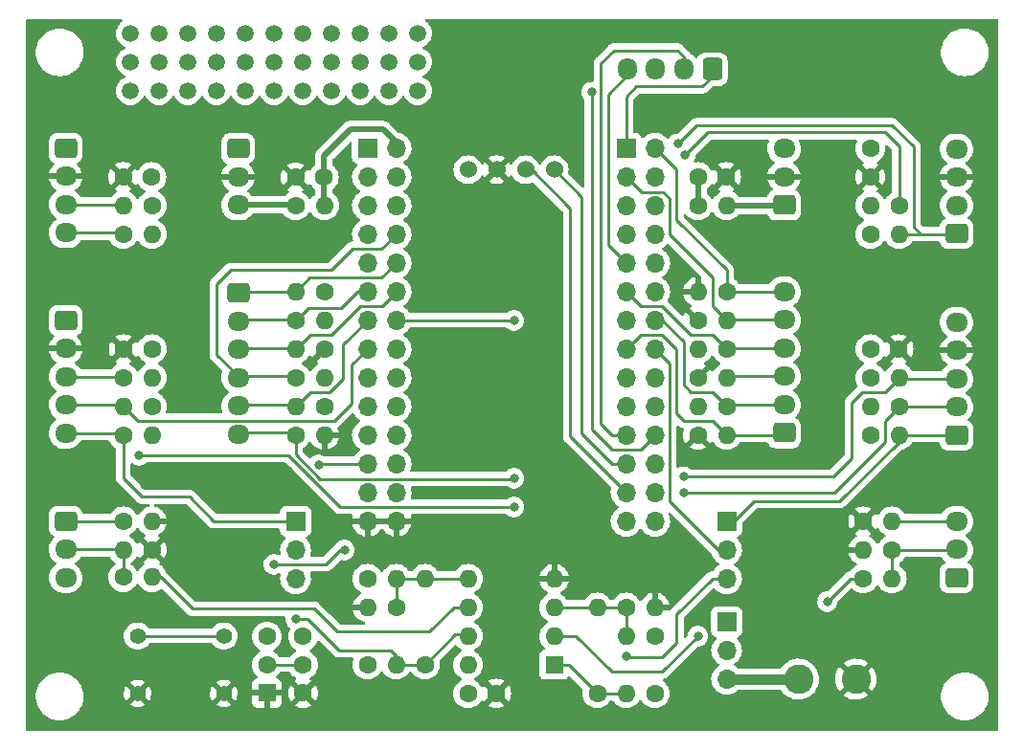
<source format=gbl>
G04 #@! TF.GenerationSoftware,KiCad,Pcbnew,(6.0.7)*
G04 #@! TF.CreationDate,2022-09-20T02:34:23+09:00*
G04 #@! TF.ProjectId,autocar_motcntr_v1,6175746f-6361-4725-9f6d-6f74636e7472,rev?*
G04 #@! TF.SameCoordinates,Original*
G04 #@! TF.FileFunction,Copper,L2,Bot*
G04 #@! TF.FilePolarity,Positive*
%FSLAX46Y46*%
G04 Gerber Fmt 4.6, Leading zero omitted, Abs format (unit mm)*
G04 Created by KiCad (PCBNEW (6.0.7)) date 2022-09-20 02:34:23*
%MOMM*%
%LPD*%
G01*
G04 APERTURE LIST*
G04 Aperture macros list*
%AMRoundRect*
0 Rectangle with rounded corners*
0 $1 Rounding radius*
0 $2 $3 $4 $5 $6 $7 $8 $9 X,Y pos of 4 corners*
0 Add a 4 corners polygon primitive as box body*
4,1,4,$2,$3,$4,$5,$6,$7,$8,$9,$2,$3,0*
0 Add four circle primitives for the rounded corners*
1,1,$1+$1,$2,$3*
1,1,$1+$1,$4,$5*
1,1,$1+$1,$6,$7*
1,1,$1+$1,$8,$9*
0 Add four rect primitives between the rounded corners*
20,1,$1+$1,$2,$3,$4,$5,0*
20,1,$1+$1,$4,$5,$6,$7,0*
20,1,$1+$1,$6,$7,$8,$9,0*
20,1,$1+$1,$8,$9,$2,$3,0*%
G04 Aperture macros list end*
G04 #@! TA.AperFunction,ComponentPad*
%ADD10C,1.500000*%
G04 #@! TD*
G04 #@! TA.AperFunction,ComponentPad*
%ADD11C,1.600000*%
G04 #@! TD*
G04 #@! TA.AperFunction,ComponentPad*
%ADD12O,1.600000X1.600000*%
G04 #@! TD*
G04 #@! TA.AperFunction,ComponentPad*
%ADD13RoundRect,0.250000X0.725000X-0.600000X0.725000X0.600000X-0.725000X0.600000X-0.725000X-0.600000X0*%
G04 #@! TD*
G04 #@! TA.AperFunction,ComponentPad*
%ADD14O,1.950000X1.700000*%
G04 #@! TD*
G04 #@! TA.AperFunction,ComponentPad*
%ADD15C,1.397000*%
G04 #@! TD*
G04 #@! TA.AperFunction,ComponentPad*
%ADD16RoundRect,0.250000X-0.725000X0.600000X-0.725000X-0.600000X0.725000X-0.600000X0.725000X0.600000X0*%
G04 #@! TD*
G04 #@! TA.AperFunction,ComponentPad*
%ADD17C,2.600000*%
G04 #@! TD*
G04 #@! TA.AperFunction,ComponentPad*
%ADD18R,1.600000X1.600000*%
G04 #@! TD*
G04 #@! TA.AperFunction,ComponentPad*
%ADD19RoundRect,0.250000X0.600000X0.725000X-0.600000X0.725000X-0.600000X-0.725000X0.600000X-0.725000X0*%
G04 #@! TD*
G04 #@! TA.AperFunction,ComponentPad*
%ADD20O,1.700000X1.950000*%
G04 #@! TD*
G04 #@! TA.AperFunction,ComponentPad*
%ADD21R,1.700000X1.700000*%
G04 #@! TD*
G04 #@! TA.AperFunction,ComponentPad*
%ADD22O,1.700000X1.700000*%
G04 #@! TD*
G04 #@! TA.AperFunction,ComponentPad*
%ADD23C,1.524000*%
G04 #@! TD*
G04 #@! TA.AperFunction,ViaPad*
%ADD24C,0.800000*%
G04 #@! TD*
G04 #@! TA.AperFunction,Conductor*
%ADD25C,0.250000*%
G04 #@! TD*
G04 #@! TA.AperFunction,Conductor*
%ADD26C,0.508000*%
G04 #@! TD*
G04 #@! TA.AperFunction,Conductor*
%ADD27C,0.889000*%
G04 #@! TD*
G04 APERTURE END LIST*
D10*
X133985000Y-52070000D03*
X121285000Y-57150000D03*
D11*
X184150000Y-87630000D03*
D12*
X186690000Y-87630000D03*
D13*
X191770000Y-87630000D03*
D14*
X191770000Y-85130000D03*
X191770000Y-82630000D03*
X191770000Y-80130000D03*
X191770000Y-77630000D03*
D11*
X165100000Y-110490000D03*
D12*
X162560000Y-110490000D03*
D10*
X136525000Y-52070000D03*
X131445000Y-54610000D03*
X123825000Y-54610000D03*
D15*
X127000000Y-105410000D03*
X119380000Y-105410000D03*
X119380000Y-110490000D03*
X127000000Y-110490000D03*
D14*
X113030000Y-69730000D03*
X113030000Y-67230000D03*
X113030000Y-64730000D03*
D16*
X113030000Y-62230000D03*
D11*
X160020000Y-110490000D03*
D12*
X160020000Y-102870000D03*
D11*
X118110000Y-95250000D03*
D12*
X120650000Y-95250000D03*
D10*
X139065000Y-52070000D03*
X141605000Y-54610000D03*
X141605000Y-52070000D03*
X123825000Y-52070000D03*
X144145000Y-57150000D03*
D17*
X177800000Y-109220000D03*
X182880000Y-109220000D03*
D11*
X120650000Y-85090000D03*
D12*
X118110000Y-85090000D03*
D18*
X156210000Y-107950000D03*
D12*
X156210000Y-105410000D03*
X156210000Y-102870000D03*
X156210000Y-100330000D03*
X148590000Y-100330000D03*
X148590000Y-102870000D03*
X148590000Y-105410000D03*
X148590000Y-107950000D03*
D11*
X171450000Y-80010000D03*
D12*
X168910000Y-80010000D03*
D11*
X133350000Y-67310000D03*
D12*
X135890000Y-67310000D03*
D11*
X184150000Y-82550000D03*
D12*
X186690000Y-82550000D03*
D11*
X135890000Y-80010000D03*
D12*
X133350000Y-80010000D03*
D16*
X113030000Y-77470000D03*
D14*
X113030000Y-79970000D03*
X113030000Y-82470000D03*
X113030000Y-84970000D03*
X113030000Y-87470000D03*
D11*
X118110000Y-82550000D03*
D12*
X120650000Y-82550000D03*
D11*
X118110000Y-87630000D03*
D12*
X120650000Y-87630000D03*
D10*
X141605000Y-57150000D03*
D11*
X186690000Y-85090000D03*
D12*
X184150000Y-85090000D03*
D11*
X135890000Y-74930000D03*
D12*
X133350000Y-74930000D03*
D10*
X144145000Y-54610000D03*
D11*
X171450000Y-74930000D03*
D12*
X168910000Y-74930000D03*
D10*
X131445000Y-52070000D03*
X128905000Y-54610000D03*
D14*
X113030000Y-100250000D03*
X113030000Y-97750000D03*
D16*
X113030000Y-95250000D03*
D13*
X191770000Y-100250000D03*
D14*
X191770000Y-97750000D03*
X191770000Y-95250000D03*
D16*
X128270000Y-62270000D03*
D14*
X128270000Y-64770000D03*
X128270000Y-67270000D03*
D11*
X168910000Y-87630000D03*
D12*
X171450000Y-87630000D03*
D11*
X184150000Y-69850000D03*
D12*
X186690000Y-69850000D03*
D11*
X118110000Y-69850000D03*
D12*
X120650000Y-69850000D03*
D11*
X168910000Y-67310000D03*
D12*
X171450000Y-67310000D03*
D19*
X170180000Y-55245000D03*
D20*
X167680000Y-55245000D03*
X165180000Y-55245000D03*
X162680000Y-55245000D03*
D11*
X186650000Y-80010000D03*
X184150000Y-80010000D03*
D10*
X118745000Y-52070000D03*
X121285000Y-52070000D03*
D11*
X168910000Y-77470000D03*
D12*
X171450000Y-77470000D03*
D11*
X135890000Y-85090000D03*
D12*
X133350000Y-85090000D03*
D11*
X148590000Y-110490000D03*
X151090000Y-110490000D03*
X118110000Y-64770000D03*
X120610000Y-64770000D03*
D13*
X176530000Y-87430000D03*
D14*
X176530000Y-84930000D03*
X176530000Y-82430000D03*
X176530000Y-79930000D03*
X176530000Y-77430000D03*
X176530000Y-74930000D03*
D10*
X128905000Y-57150000D03*
X118745000Y-54610000D03*
X126365000Y-52070000D03*
D21*
X171450000Y-104140000D03*
D22*
X171450000Y-106680000D03*
X171450000Y-109220000D03*
D11*
X144780000Y-107950000D03*
D12*
X144780000Y-100330000D03*
D23*
X148590000Y-64135000D03*
X151130000Y-64135000D03*
X153670000Y-64135000D03*
X156210000Y-64135000D03*
D11*
X183515000Y-100330000D03*
D12*
X186055000Y-100330000D03*
D10*
X131445000Y-57150000D03*
D11*
X184150000Y-64770000D03*
X184150000Y-62270000D03*
D10*
X126365000Y-57150000D03*
X121285000Y-54610000D03*
D21*
X133350000Y-95250000D03*
D22*
X133350000Y-97790000D03*
X133350000Y-100330000D03*
D11*
X183515000Y-95250000D03*
D12*
X186055000Y-95250000D03*
D10*
X144145000Y-52070000D03*
D11*
X142240000Y-102870000D03*
D12*
X139700000Y-102870000D03*
D11*
X118150000Y-80010000D03*
X120650000Y-80010000D03*
D10*
X136525000Y-54610000D03*
D11*
X133350000Y-77470000D03*
D12*
X135890000Y-77470000D03*
D10*
X133985000Y-54610000D03*
D11*
X139700000Y-107950000D03*
D12*
X142240000Y-107950000D03*
D11*
X120650000Y-67310000D03*
D12*
X118110000Y-67310000D03*
D11*
X139700000Y-100330000D03*
D12*
X142240000Y-100330000D03*
D11*
X186690000Y-67310000D03*
D12*
X184150000Y-67310000D03*
D18*
X130810000Y-110450000D03*
D11*
X130810000Y-107950000D03*
X130810000Y-105450000D03*
X134010000Y-110450000D03*
X134010000Y-107950000D03*
X134010000Y-105450000D03*
D10*
X136525000Y-57150000D03*
D21*
X171450000Y-95250000D03*
D22*
X171450000Y-97790000D03*
X171450000Y-100330000D03*
D11*
X162560000Y-102870000D03*
D12*
X165100000Y-102870000D03*
D10*
X123825000Y-57150000D03*
D14*
X128270000Y-87557000D03*
X128270000Y-85057000D03*
X128270000Y-82557000D03*
X128270000Y-80057000D03*
X128270000Y-77557000D03*
D16*
X128270000Y-75057000D03*
D11*
X135850000Y-64810000D03*
X133350000Y-64810000D03*
D10*
X139065000Y-57150000D03*
D11*
X168910000Y-82550000D03*
D12*
X171450000Y-82550000D03*
D11*
X171410000Y-64770000D03*
X168910000Y-64770000D03*
D10*
X128905000Y-52070000D03*
D11*
X165100000Y-105410000D03*
D12*
X162560000Y-105410000D03*
D10*
X139065000Y-54610000D03*
D22*
X165100000Y-95250000D03*
X162560000Y-95250000D03*
X165100000Y-92710000D03*
X162560000Y-92710000D03*
X165100000Y-90170000D03*
X162560000Y-90170000D03*
X165100000Y-87630000D03*
X162560000Y-87630000D03*
X165100000Y-85090000D03*
X162560000Y-85090000D03*
X165100000Y-82550000D03*
X162560000Y-82550000D03*
X165100000Y-80010000D03*
X162560000Y-80010000D03*
X165100000Y-77470000D03*
X162560000Y-77470000D03*
X165100000Y-74930000D03*
X162560000Y-74930000D03*
X165100000Y-72390000D03*
X162560000Y-72390000D03*
X165100000Y-69850000D03*
X162560000Y-69850000D03*
X165100000Y-67310000D03*
X162560000Y-67310000D03*
X165100000Y-64770000D03*
X162560000Y-64770000D03*
X165100000Y-62230000D03*
D21*
X162560000Y-62230000D03*
D22*
X142240000Y-95250000D03*
X139700000Y-95250000D03*
X142240000Y-92710000D03*
X139700000Y-92710000D03*
X142240000Y-90170000D03*
X139700000Y-90170000D03*
X142240000Y-87630000D03*
X139700000Y-87630000D03*
X142240000Y-85090000D03*
X139700000Y-85090000D03*
X142240000Y-82550000D03*
X139700000Y-82550000D03*
X142240000Y-80010000D03*
X139700000Y-80010000D03*
X142240000Y-77470000D03*
X139700000Y-77470000D03*
X142240000Y-74930000D03*
X139700000Y-74930000D03*
X142240000Y-72390000D03*
X139700000Y-72390000D03*
X142240000Y-69850000D03*
X139700000Y-69850000D03*
X142240000Y-67310000D03*
X139700000Y-67310000D03*
X142240000Y-64770000D03*
X139700000Y-64770000D03*
X142240000Y-62230000D03*
D21*
X139700000Y-62230000D03*
D11*
X186055000Y-97790000D03*
D12*
X183515000Y-97790000D03*
D11*
X171450000Y-85090000D03*
D12*
X168910000Y-85090000D03*
D11*
X120650000Y-97790000D03*
D12*
X118110000Y-97790000D03*
D11*
X133350000Y-87630000D03*
D12*
X135890000Y-87630000D03*
D10*
X126365000Y-54610000D03*
D11*
X118110000Y-100203000D03*
D12*
X120650000Y-100203000D03*
D10*
X133985000Y-57150000D03*
D11*
X133350000Y-82550000D03*
D12*
X135890000Y-82550000D03*
D13*
X191770000Y-69790000D03*
D14*
X191770000Y-67290000D03*
X191770000Y-64790000D03*
X191770000Y-62290000D03*
D13*
X176530000Y-67270000D03*
D14*
X176530000Y-64770000D03*
X176530000Y-62270000D03*
D10*
X118745000Y-57150000D03*
D24*
X129540000Y-97155000D03*
X123825000Y-95885000D03*
X125095000Y-100965000D03*
X126365000Y-100965000D03*
X127635000Y-100965000D03*
X128270000Y-99695000D03*
X127000000Y-99695000D03*
X125730000Y-99695000D03*
X124460000Y-99695000D03*
X123190000Y-99695000D03*
X123825000Y-98425000D03*
X125095000Y-98425000D03*
X126365000Y-98425000D03*
X127635000Y-98425000D03*
X128905000Y-98425000D03*
X128270000Y-97155000D03*
X127000000Y-97155000D03*
X125730000Y-97155000D03*
X124460000Y-97155000D03*
X123190000Y-97155000D03*
X125730000Y-69215000D03*
X125730000Y-64135000D03*
X124460000Y-64135000D03*
X123190000Y-64135000D03*
X125730000Y-66675000D03*
X125095000Y-65405000D03*
X123825000Y-65405000D03*
X179070000Y-97155000D03*
X178435000Y-100965000D03*
X125730000Y-93345000D03*
X123190000Y-90805000D03*
X121285000Y-92075000D03*
X123190000Y-69215000D03*
X179705000Y-98425000D03*
X123825000Y-67945000D03*
X131445000Y-90805000D03*
X133350000Y-92075000D03*
X175895000Y-98425000D03*
X122555000Y-92075000D03*
X128905000Y-90805000D03*
X177165000Y-100965000D03*
X173355000Y-98425000D03*
X124460000Y-66675000D03*
X123190000Y-66675000D03*
X179070000Y-99695000D03*
X173355000Y-100965000D03*
X129540000Y-92075000D03*
X132080000Y-92075000D03*
X119380000Y-90805000D03*
X177165000Y-98425000D03*
X175260000Y-97155000D03*
X130810000Y-92075000D03*
X176530000Y-102235000D03*
X173990000Y-102235000D03*
X174625000Y-98425000D03*
X179705000Y-100965000D03*
X178435000Y-103505000D03*
X128270000Y-92075000D03*
X177165000Y-103505000D03*
X175895000Y-103505000D03*
X127635000Y-90805000D03*
X175895000Y-100965000D03*
X123825000Y-92075000D03*
X124460000Y-69215000D03*
X173355000Y-103505000D03*
X124460000Y-90805000D03*
X176530000Y-97155000D03*
X175260000Y-102235000D03*
X125095000Y-92075000D03*
X179070000Y-102235000D03*
X132715000Y-90805000D03*
X130175000Y-90805000D03*
X122555000Y-67945000D03*
X174625000Y-103505000D03*
X173990000Y-99695000D03*
X122555000Y-65405000D03*
X125095000Y-67945000D03*
X129540000Y-93345000D03*
X133350000Y-93345000D03*
X121920000Y-90805000D03*
X174625000Y-100965000D03*
X178435000Y-98425000D03*
X130810000Y-93345000D03*
X177800000Y-102235000D03*
X173990000Y-97155000D03*
X120650000Y-90805000D03*
X177800000Y-99695000D03*
X176530000Y-99695000D03*
X177800000Y-97155000D03*
X132080000Y-93345000D03*
X120015000Y-92075000D03*
X175260000Y-99695000D03*
X152654000Y-91440000D03*
X162560000Y-107225500D03*
X133350000Y-103886000D03*
X152654000Y-77470000D03*
X167132000Y-61849000D03*
X180340000Y-102362000D03*
X168910000Y-105410000D03*
X135382000Y-90259500D03*
X131445000Y-99060000D03*
X137668000Y-97790000D03*
X159512000Y-57277000D03*
X167767000Y-62865000D03*
X167640000Y-92710000D03*
X167640000Y-91313000D03*
X152654000Y-93980000D03*
X119507000Y-89408000D03*
D25*
X118110000Y-85090000D02*
X119380000Y-86360000D01*
X136779000Y-86360000D02*
X138303000Y-84836000D01*
X119380000Y-86360000D02*
X136779000Y-86360000D01*
X138303000Y-84836000D02*
X138303000Y-81407000D01*
X138303000Y-81407000D02*
X139700000Y-80010000D01*
X186055000Y-60198000D02*
X187960000Y-62103000D01*
X168783000Y-60198000D02*
X186055000Y-60198000D01*
X167132000Y-61849000D02*
X168783000Y-60198000D01*
X187960000Y-62103000D02*
X187960000Y-69215000D01*
X187960000Y-69215000D02*
X188595000Y-69850000D01*
X166370000Y-93472000D02*
X166370000Y-81280000D01*
X171450000Y-97790000D02*
X170688000Y-97790000D01*
X170688000Y-97790000D02*
X166370000Y-93472000D01*
X166370000Y-81280000D02*
X165100000Y-80010000D01*
X136017000Y-99060000D02*
X131445000Y-99060000D01*
X137668000Y-97790000D02*
X137287000Y-97790000D01*
X137287000Y-97790000D02*
X136017000Y-99060000D01*
X126111000Y-95250000D02*
X133350000Y-95250000D01*
X119761000Y-93091000D02*
X123952000Y-93091000D01*
X118110000Y-91440000D02*
X119761000Y-93091000D01*
X123952000Y-93091000D02*
X126111000Y-95250000D01*
X118110000Y-87630000D02*
X118110000Y-91440000D01*
X119380000Y-105410000D02*
X127000000Y-105410000D01*
X147320000Y-102870000D02*
X148590000Y-102870000D01*
X145161000Y-105029000D02*
X147320000Y-102870000D01*
X124206000Y-102997000D02*
X135001000Y-102997000D01*
X135001000Y-102997000D02*
X137033000Y-105029000D01*
X121412000Y-100203000D02*
X124206000Y-102997000D01*
X120650000Y-100203000D02*
X121412000Y-100203000D01*
X137033000Y-105029000D02*
X145161000Y-105029000D01*
X141732000Y-106680000D02*
X142240000Y-107188000D01*
X137160000Y-106680000D02*
X141732000Y-106680000D01*
X134366000Y-103886000D02*
X137160000Y-106680000D01*
X142240000Y-107188000D02*
X142240000Y-107950000D01*
X133350000Y-103886000D02*
X134366000Y-103886000D01*
D26*
X141097000Y-60579000D02*
X142240000Y-61722000D01*
X138176000Y-60579000D02*
X141097000Y-60579000D01*
X135850000Y-62905000D02*
X138176000Y-60579000D01*
X135850000Y-64810000D02*
X135850000Y-62905000D01*
X142240000Y-61722000D02*
X142240000Y-62230000D01*
D25*
X186690000Y-62103000D02*
X186690000Y-67310000D01*
X167767000Y-62865000D02*
X169799000Y-60833000D01*
X185420000Y-60833000D02*
X186690000Y-62103000D01*
X169799000Y-60833000D02*
X185420000Y-60833000D01*
D26*
X135850000Y-67270000D02*
X135890000Y-67310000D01*
X135850000Y-64810000D02*
X135850000Y-67270000D01*
D25*
X133310000Y-67270000D02*
X133350000Y-67310000D01*
D26*
X128270000Y-67270000D02*
X133310000Y-67270000D01*
D25*
X118110000Y-100203000D02*
X118110000Y-97790000D01*
X118070000Y-97750000D02*
X118110000Y-97790000D01*
X113030000Y-97750000D02*
X118070000Y-97750000D01*
X113030000Y-95250000D02*
X118110000Y-95250000D01*
X167640000Y-83185000D02*
X168275000Y-83820000D01*
X168275000Y-83820000D02*
X170180000Y-83820000D01*
X167640000Y-79375000D02*
X167640000Y-83185000D01*
X165735000Y-77470000D02*
X167640000Y-79375000D01*
X170180000Y-83820000D02*
X171450000Y-85090000D01*
X165100000Y-77470000D02*
X165735000Y-77470000D01*
X170180000Y-76200000D02*
X171450000Y-77470000D01*
X170180000Y-73660000D02*
X170180000Y-76200000D01*
X165830000Y-66135000D02*
X166370000Y-66675000D01*
X166370000Y-66675000D02*
X166370000Y-69850000D01*
X163925000Y-66135000D02*
X165830000Y-66135000D01*
X166370000Y-69850000D02*
X170180000Y-73660000D01*
X162560000Y-64770000D02*
X163925000Y-66135000D01*
X185420000Y-83820000D02*
X186690000Y-82550000D01*
X182499000Y-84772500D02*
X183451500Y-83820000D01*
X182499000Y-89662000D02*
X182499000Y-84772500D01*
X183451500Y-83820000D02*
X185420000Y-83820000D01*
X180848000Y-91313000D02*
X182499000Y-89662000D01*
X167640000Y-91313000D02*
X180848000Y-91313000D01*
X186690000Y-88202198D02*
X186690000Y-87630000D01*
X181420198Y-93472000D02*
X186690000Y-88202198D01*
X172212000Y-95123000D02*
X173863000Y-93472000D01*
X171577000Y-95123000D02*
X172212000Y-95123000D01*
X171450000Y-95250000D02*
X171577000Y-95123000D01*
X173863000Y-93472000D02*
X181420198Y-93472000D01*
X157607000Y-67564000D02*
X154178000Y-64135000D01*
X154178000Y-64135000D02*
X153670000Y-64135000D01*
X157607000Y-87757000D02*
X157607000Y-67564000D01*
X162560000Y-92710000D02*
X157607000Y-87757000D01*
X158623000Y-66548000D02*
X156210000Y-64135000D01*
X158623000Y-87503000D02*
X158623000Y-66548000D01*
X161290000Y-90170000D02*
X158623000Y-87503000D01*
X162560000Y-90170000D02*
X161290000Y-90170000D01*
X152559000Y-91535000D02*
X135540500Y-91535000D01*
X152654000Y-91440000D02*
X152559000Y-91535000D01*
X133350000Y-89344500D02*
X133350000Y-87630000D01*
X128270000Y-87430000D02*
X133150000Y-87430000D01*
X135540500Y-91535000D02*
X133350000Y-89344500D01*
X133150000Y-87430000D02*
X133350000Y-87630000D01*
X134620000Y-83820000D02*
X133350000Y-85090000D01*
X133190000Y-84930000D02*
X133350000Y-85090000D01*
X137541000Y-82646995D02*
X136367995Y-83820000D01*
X139700000Y-77470000D02*
X137541000Y-79629000D01*
X137541000Y-79629000D02*
X137541000Y-82646995D01*
X136367995Y-83820000D02*
X134620000Y-83820000D01*
X128270000Y-84930000D02*
X133190000Y-84930000D01*
X128270000Y-82430000D02*
X133230000Y-82430000D01*
X142240000Y-69850000D02*
X140965722Y-71124278D01*
X126365000Y-74295000D02*
X126365000Y-80525000D01*
X136525000Y-73025000D02*
X127635000Y-73025000D01*
X126365000Y-80525000D02*
X128270000Y-82430000D01*
X127635000Y-73025000D02*
X126365000Y-74295000D01*
X133230000Y-82430000D02*
X133350000Y-82550000D01*
X138425722Y-71124278D02*
X136525000Y-73025000D01*
X140965722Y-71124278D02*
X138425722Y-71124278D01*
X167005000Y-68580000D02*
X171450000Y-73025000D01*
X171450000Y-73025000D02*
X171450000Y-74930000D01*
X176530000Y-74930000D02*
X171450000Y-74930000D01*
X165100000Y-62230000D02*
X167005000Y-64135000D01*
X167005000Y-64135000D02*
X167005000Y-68580000D01*
X171490000Y-77430000D02*
X171450000Y-77470000D01*
X176530000Y-77430000D02*
X171490000Y-77430000D01*
X176530000Y-79930000D02*
X171530000Y-79930000D01*
X163834278Y-76204278D02*
X165739278Y-76204278D01*
X168275000Y-78740000D02*
X170180000Y-78740000D01*
X171530000Y-79930000D02*
X171450000Y-80010000D01*
X165739278Y-76204278D02*
X168275000Y-78740000D01*
X170180000Y-78740000D02*
X171450000Y-80010000D01*
X162560000Y-74930000D02*
X163834278Y-76204278D01*
X113030000Y-87470000D02*
X117950000Y-87470000D01*
X117950000Y-87470000D02*
X118110000Y-87630000D01*
X191770000Y-87630000D02*
X186690000Y-87630000D01*
X167005000Y-106045000D02*
X167005000Y-103505000D01*
X165735000Y-107315000D02*
X167005000Y-106045000D01*
X162560000Y-107225500D02*
X162649500Y-107315000D01*
X162649500Y-107315000D02*
X165735000Y-107315000D01*
X157480000Y-107950000D02*
X160020000Y-110490000D01*
X156210000Y-107950000D02*
X157480000Y-107950000D01*
X160020000Y-110490000D02*
X162560000Y-110490000D01*
X167005000Y-103505000D02*
X170180000Y-100330000D01*
X170180000Y-100330000D02*
X171450000Y-100330000D01*
X147447000Y-105283000D02*
X148463000Y-105283000D01*
X144780000Y-107950000D02*
X147447000Y-105283000D01*
X148463000Y-105283000D02*
X148590000Y-105410000D01*
X144780000Y-107950000D02*
X142240000Y-107950000D01*
X188595000Y-69850000D02*
X191710000Y-69850000D01*
X191710000Y-69850000D02*
X191770000Y-69790000D01*
X142240000Y-77470000D02*
X152654000Y-77470000D01*
X186690000Y-69850000D02*
X188595000Y-69850000D01*
D26*
X168910000Y-64770000D02*
X168910000Y-67310000D01*
D25*
X113030000Y-69730000D02*
X117990000Y-69730000D01*
X117990000Y-69730000D02*
X118110000Y-69850000D01*
X113030000Y-67230000D02*
X118030000Y-67230000D01*
X118030000Y-67230000D02*
X118110000Y-67310000D01*
X176490000Y-67310000D02*
X176530000Y-67270000D01*
D26*
X171450000Y-67310000D02*
X176490000Y-67310000D01*
D25*
X180340000Y-102362000D02*
X182372000Y-100330000D01*
X161290000Y-108585000D02*
X158115000Y-105410000D01*
X158115000Y-105410000D02*
X156210000Y-105410000D01*
X168910000Y-105410000D02*
X165735000Y-108585000D01*
X165735000Y-108585000D02*
X161290000Y-108585000D01*
X182372000Y-100330000D02*
X183515000Y-100330000D01*
X186055000Y-100330000D02*
X186055000Y-97790000D01*
X191730000Y-97790000D02*
X191770000Y-97750000D01*
X186055000Y-97790000D02*
X191730000Y-97790000D01*
X186055000Y-95250000D02*
X191770000Y-95250000D01*
X162560000Y-102870000D02*
X162560000Y-105410000D01*
X160020000Y-102870000D02*
X162560000Y-102870000D01*
X156210000Y-102870000D02*
X160020000Y-102870000D01*
X148590000Y-100330000D02*
X144780000Y-100330000D01*
X142240000Y-100330000D02*
X142240000Y-102870000D01*
X144780000Y-100330000D02*
X142240000Y-100330000D01*
X135382000Y-90259500D02*
X135471500Y-90170000D01*
X134010000Y-107950000D02*
X130810000Y-107950000D01*
X135471500Y-90170000D02*
X139700000Y-90170000D01*
D27*
X177800000Y-109220000D02*
X171450000Y-109220000D01*
D25*
X162560000Y-57658000D02*
X163449000Y-56769000D01*
X162560000Y-62230000D02*
X162560000Y-57658000D01*
X163449000Y-56769000D02*
X169291000Y-56769000D01*
X169291000Y-56769000D02*
X170180000Y-55880000D01*
X170180000Y-55880000D02*
X170180000Y-54610000D01*
X160326244Y-86666244D02*
X161290000Y-87630000D01*
X167127558Y-53594000D02*
X161467053Y-53594000D01*
X161290000Y-87630000D02*
X162560000Y-87630000D01*
X167680000Y-54146442D02*
X167127558Y-53594000D01*
X167680000Y-54610000D02*
X167680000Y-54146442D01*
X161467053Y-53594000D02*
X160326244Y-54734809D01*
X160326244Y-54734809D02*
X160326244Y-86666244D01*
X159512000Y-57277000D02*
X159512000Y-87122000D01*
X161290000Y-88900000D02*
X163830000Y-88900000D01*
X159512000Y-87122000D02*
X161290000Y-88900000D01*
X163830000Y-88900000D02*
X165100000Y-87630000D01*
X134615722Y-73664278D02*
X133350000Y-74930000D01*
X142240000Y-72390000D02*
X140965722Y-73664278D01*
X128270000Y-74930000D02*
X133350000Y-74930000D01*
X140965722Y-73664278D02*
X134615722Y-73664278D01*
X128270000Y-77430000D02*
X133310000Y-77430000D01*
X133310000Y-77430000D02*
X133350000Y-77470000D01*
X137396000Y-76345000D02*
X134475000Y-76345000D01*
X138811000Y-74930000D02*
X137396000Y-76345000D01*
X139700000Y-74930000D02*
X138811000Y-74930000D01*
X134475000Y-76345000D02*
X133350000Y-77470000D01*
X140970000Y-76200000D02*
X139065000Y-76200000D01*
X142240000Y-74930000D02*
X140970000Y-76200000D01*
X133270000Y-79930000D02*
X133350000Y-80010000D01*
X128270000Y-79930000D02*
X133270000Y-79930000D01*
X134620000Y-78740000D02*
X133350000Y-80010000D01*
X136525000Y-78740000D02*
X134620000Y-78740000D01*
X139065000Y-76200000D02*
X136525000Y-78740000D01*
X171570000Y-82430000D02*
X171450000Y-82550000D01*
X176530000Y-82430000D02*
X171570000Y-82430000D01*
X171610000Y-84930000D02*
X171450000Y-85090000D01*
X176530000Y-84930000D02*
X171610000Y-84930000D01*
X167005000Y-85725000D02*
X167640000Y-86360000D01*
X163830000Y-78740000D02*
X165733604Y-78740000D01*
X162560000Y-80010000D02*
X163830000Y-78740000D01*
X167005000Y-80011396D02*
X167005000Y-85725000D01*
X176530000Y-87430000D02*
X176330000Y-87630000D01*
X170180000Y-86360000D02*
X171450000Y-87630000D01*
X176330000Y-87630000D02*
X171450000Y-87630000D01*
X165733604Y-78740000D02*
X167005000Y-80011396D01*
X167640000Y-86360000D02*
X170180000Y-86360000D01*
X160951914Y-57488086D02*
X160951914Y-70781914D01*
X162680000Y-55760000D02*
X160951914Y-57488086D01*
X160951914Y-70781914D02*
X162560000Y-72390000D01*
X117990000Y-84970000D02*
X118110000Y-85090000D01*
X113030000Y-84970000D02*
X117990000Y-84970000D01*
X191770000Y-85130000D02*
X186730000Y-85130000D01*
X180975000Y-92710000D02*
X185420000Y-88265000D01*
X185420000Y-88265000D02*
X185420000Y-86360000D01*
X185420000Y-86360000D02*
X186690000Y-85090000D01*
X186730000Y-85130000D02*
X186690000Y-85090000D01*
X167640000Y-92710000D02*
X180975000Y-92710000D01*
X186690000Y-82550000D02*
X186770000Y-82630000D01*
X186770000Y-82630000D02*
X191770000Y-82630000D01*
X137287000Y-93980000D02*
X152654000Y-93980000D01*
X119507000Y-89408000D02*
X132715000Y-89408000D01*
X118030000Y-82470000D02*
X118110000Y-82550000D01*
X132715000Y-89408000D02*
X137287000Y-93980000D01*
X113030000Y-82470000D02*
X118030000Y-82470000D01*
G04 #@! TA.AperFunction,Conductor*
G36*
X118020982Y-50828502D02*
G01*
X118067475Y-50882158D01*
X118077579Y-50952432D01*
X118048085Y-51017012D01*
X118025132Y-51037713D01*
X117937473Y-51099092D01*
X117937470Y-51099094D01*
X117932962Y-51102251D01*
X117777251Y-51257962D01*
X117650944Y-51438347D01*
X117648621Y-51443329D01*
X117648618Y-51443334D01*
X117601415Y-51544562D01*
X117557880Y-51637924D01*
X117500885Y-51850629D01*
X117481693Y-52070000D01*
X117500885Y-52289371D01*
X117557880Y-52502076D01*
X117589195Y-52569231D01*
X117648618Y-52696666D01*
X117648621Y-52696671D01*
X117650944Y-52701653D01*
X117654100Y-52706160D01*
X117654101Y-52706162D01*
X117710591Y-52786837D01*
X117777251Y-52882038D01*
X117932962Y-53037749D01*
X117937471Y-53040906D01*
X117937473Y-53040908D01*
X117984152Y-53073593D01*
X118113346Y-53164056D01*
X118118328Y-53166379D01*
X118118333Y-53166382D01*
X118245768Y-53225805D01*
X118299053Y-53272722D01*
X118318514Y-53340999D01*
X118297972Y-53408959D01*
X118245768Y-53454195D01*
X118118334Y-53513618D01*
X118118329Y-53513621D01*
X118113347Y-53515944D01*
X118108840Y-53519100D01*
X118108838Y-53519101D01*
X117937473Y-53639092D01*
X117937470Y-53639094D01*
X117932962Y-53642251D01*
X117777251Y-53797962D01*
X117774094Y-53802470D01*
X117774092Y-53802473D01*
X117687105Y-53926704D01*
X117650944Y-53978347D01*
X117648621Y-53983329D01*
X117648618Y-53983334D01*
X117621971Y-54040479D01*
X117557880Y-54177924D01*
X117500885Y-54390629D01*
X117481693Y-54610000D01*
X117500885Y-54829371D01*
X117557880Y-55042076D01*
X117560205Y-55047061D01*
X117648618Y-55236666D01*
X117648621Y-55236671D01*
X117650944Y-55241653D01*
X117654100Y-55246160D01*
X117654101Y-55246162D01*
X117758252Y-55394904D01*
X117777251Y-55422038D01*
X117932962Y-55577749D01*
X117937471Y-55580906D01*
X117937473Y-55580908D01*
X117971710Y-55604881D01*
X118113346Y-55704056D01*
X118118328Y-55706379D01*
X118118333Y-55706382D01*
X118245768Y-55765805D01*
X118299053Y-55812722D01*
X118318514Y-55880999D01*
X118297972Y-55948959D01*
X118245768Y-55994195D01*
X118118334Y-56053618D01*
X118118329Y-56053621D01*
X118113347Y-56055944D01*
X118108840Y-56059100D01*
X118108838Y-56059101D01*
X117937473Y-56179092D01*
X117937470Y-56179094D01*
X117932962Y-56182251D01*
X117777251Y-56337962D01*
X117774094Y-56342470D01*
X117774092Y-56342473D01*
X117654101Y-56513838D01*
X117650944Y-56518347D01*
X117648621Y-56523329D01*
X117648618Y-56523334D01*
X117625770Y-56572332D01*
X117557880Y-56717924D01*
X117500885Y-56930629D01*
X117481693Y-57150000D01*
X117500885Y-57369371D01*
X117557880Y-57582076D01*
X117585949Y-57642271D01*
X117648618Y-57776666D01*
X117648621Y-57776671D01*
X117650944Y-57781653D01*
X117654100Y-57786160D01*
X117654101Y-57786162D01*
X117755629Y-57931158D01*
X117777251Y-57962038D01*
X117932962Y-58117749D01*
X118113346Y-58244056D01*
X118312924Y-58337120D01*
X118525629Y-58394115D01*
X118745000Y-58413307D01*
X118964371Y-58394115D01*
X119177076Y-58337120D01*
X119376654Y-58244056D01*
X119557038Y-58117749D01*
X119712749Y-57962038D01*
X119734372Y-57931158D01*
X119835899Y-57786162D01*
X119835900Y-57786160D01*
X119839056Y-57781653D01*
X119841379Y-57776671D01*
X119841382Y-57776666D01*
X119900805Y-57649231D01*
X119947722Y-57595946D01*
X120015999Y-57576485D01*
X120083959Y-57597027D01*
X120129195Y-57649231D01*
X120188618Y-57776666D01*
X120188621Y-57776671D01*
X120190944Y-57781653D01*
X120194100Y-57786160D01*
X120194101Y-57786162D01*
X120295629Y-57931158D01*
X120317251Y-57962038D01*
X120472962Y-58117749D01*
X120653346Y-58244056D01*
X120852924Y-58337120D01*
X121065629Y-58394115D01*
X121285000Y-58413307D01*
X121504371Y-58394115D01*
X121717076Y-58337120D01*
X121916654Y-58244056D01*
X122097038Y-58117749D01*
X122252749Y-57962038D01*
X122274372Y-57931158D01*
X122375899Y-57786162D01*
X122375900Y-57786160D01*
X122379056Y-57781653D01*
X122381379Y-57776671D01*
X122381382Y-57776666D01*
X122440805Y-57649231D01*
X122487722Y-57595946D01*
X122555999Y-57576485D01*
X122623959Y-57597027D01*
X122669195Y-57649231D01*
X122728618Y-57776666D01*
X122728621Y-57776671D01*
X122730944Y-57781653D01*
X122734100Y-57786160D01*
X122734101Y-57786162D01*
X122835629Y-57931158D01*
X122857251Y-57962038D01*
X123012962Y-58117749D01*
X123193346Y-58244056D01*
X123392924Y-58337120D01*
X123605629Y-58394115D01*
X123825000Y-58413307D01*
X124044371Y-58394115D01*
X124257076Y-58337120D01*
X124456654Y-58244056D01*
X124637038Y-58117749D01*
X124792749Y-57962038D01*
X124814372Y-57931158D01*
X124915899Y-57786162D01*
X124915900Y-57786160D01*
X124919056Y-57781653D01*
X124921379Y-57776671D01*
X124921382Y-57776666D01*
X124980805Y-57649231D01*
X125027722Y-57595946D01*
X125095999Y-57576485D01*
X125163959Y-57597027D01*
X125209195Y-57649231D01*
X125268618Y-57776666D01*
X125268621Y-57776671D01*
X125270944Y-57781653D01*
X125274100Y-57786160D01*
X125274101Y-57786162D01*
X125375629Y-57931158D01*
X125397251Y-57962038D01*
X125552962Y-58117749D01*
X125733346Y-58244056D01*
X125932924Y-58337120D01*
X126145629Y-58394115D01*
X126365000Y-58413307D01*
X126584371Y-58394115D01*
X126797076Y-58337120D01*
X126996654Y-58244056D01*
X127177038Y-58117749D01*
X127332749Y-57962038D01*
X127354372Y-57931158D01*
X127455899Y-57786162D01*
X127455900Y-57786160D01*
X127459056Y-57781653D01*
X127461379Y-57776671D01*
X127461382Y-57776666D01*
X127520805Y-57649231D01*
X127567722Y-57595946D01*
X127635999Y-57576485D01*
X127703959Y-57597027D01*
X127749195Y-57649231D01*
X127808618Y-57776666D01*
X127808621Y-57776671D01*
X127810944Y-57781653D01*
X127814100Y-57786160D01*
X127814101Y-57786162D01*
X127915629Y-57931158D01*
X127937251Y-57962038D01*
X128092962Y-58117749D01*
X128273346Y-58244056D01*
X128472924Y-58337120D01*
X128685629Y-58394115D01*
X128905000Y-58413307D01*
X129124371Y-58394115D01*
X129337076Y-58337120D01*
X129536654Y-58244056D01*
X129717038Y-58117749D01*
X129872749Y-57962038D01*
X129894372Y-57931158D01*
X129995899Y-57786162D01*
X129995900Y-57786160D01*
X129999056Y-57781653D01*
X130001379Y-57776671D01*
X130001382Y-57776666D01*
X130060805Y-57649231D01*
X130107722Y-57595946D01*
X130175999Y-57576485D01*
X130243959Y-57597027D01*
X130289195Y-57649231D01*
X130348618Y-57776666D01*
X130348621Y-57776671D01*
X130350944Y-57781653D01*
X130354100Y-57786160D01*
X130354101Y-57786162D01*
X130455629Y-57931158D01*
X130477251Y-57962038D01*
X130632962Y-58117749D01*
X130813346Y-58244056D01*
X131012924Y-58337120D01*
X131225629Y-58394115D01*
X131445000Y-58413307D01*
X131664371Y-58394115D01*
X131877076Y-58337120D01*
X132076654Y-58244056D01*
X132257038Y-58117749D01*
X132412749Y-57962038D01*
X132434372Y-57931158D01*
X132535899Y-57786162D01*
X132535900Y-57786160D01*
X132539056Y-57781653D01*
X132541379Y-57776671D01*
X132541382Y-57776666D01*
X132600805Y-57649231D01*
X132647722Y-57595946D01*
X132715999Y-57576485D01*
X132783959Y-57597027D01*
X132829195Y-57649231D01*
X132888618Y-57776666D01*
X132888621Y-57776671D01*
X132890944Y-57781653D01*
X132894100Y-57786160D01*
X132894101Y-57786162D01*
X132995629Y-57931158D01*
X133017251Y-57962038D01*
X133172962Y-58117749D01*
X133353346Y-58244056D01*
X133552924Y-58337120D01*
X133765629Y-58394115D01*
X133985000Y-58413307D01*
X134204371Y-58394115D01*
X134417076Y-58337120D01*
X134616654Y-58244056D01*
X134797038Y-58117749D01*
X134952749Y-57962038D01*
X134974372Y-57931158D01*
X135075899Y-57786162D01*
X135075900Y-57786160D01*
X135079056Y-57781653D01*
X135081379Y-57776671D01*
X135081382Y-57776666D01*
X135140805Y-57649231D01*
X135187722Y-57595946D01*
X135255999Y-57576485D01*
X135323959Y-57597027D01*
X135369195Y-57649231D01*
X135428618Y-57776666D01*
X135428621Y-57776671D01*
X135430944Y-57781653D01*
X135434100Y-57786160D01*
X135434101Y-57786162D01*
X135535629Y-57931158D01*
X135557251Y-57962038D01*
X135712962Y-58117749D01*
X135893346Y-58244056D01*
X136092924Y-58337120D01*
X136305629Y-58394115D01*
X136525000Y-58413307D01*
X136744371Y-58394115D01*
X136957076Y-58337120D01*
X137156654Y-58244056D01*
X137337038Y-58117749D01*
X137492749Y-57962038D01*
X137514372Y-57931158D01*
X137615899Y-57786162D01*
X137615900Y-57786160D01*
X137619056Y-57781653D01*
X137621379Y-57776671D01*
X137621382Y-57776666D01*
X137680805Y-57649231D01*
X137727722Y-57595946D01*
X137795999Y-57576485D01*
X137863959Y-57597027D01*
X137909195Y-57649231D01*
X137968618Y-57776666D01*
X137968621Y-57776671D01*
X137970944Y-57781653D01*
X137974100Y-57786160D01*
X137974101Y-57786162D01*
X138075629Y-57931158D01*
X138097251Y-57962038D01*
X138252962Y-58117749D01*
X138433346Y-58244056D01*
X138632924Y-58337120D01*
X138845629Y-58394115D01*
X139065000Y-58413307D01*
X139284371Y-58394115D01*
X139497076Y-58337120D01*
X139696654Y-58244056D01*
X139877038Y-58117749D01*
X140032749Y-57962038D01*
X140054372Y-57931158D01*
X140155899Y-57786162D01*
X140155900Y-57786160D01*
X140159056Y-57781653D01*
X140161379Y-57776671D01*
X140161382Y-57776666D01*
X140220805Y-57649231D01*
X140267722Y-57595946D01*
X140335999Y-57576485D01*
X140403959Y-57597027D01*
X140449195Y-57649231D01*
X140508618Y-57776666D01*
X140508621Y-57776671D01*
X140510944Y-57781653D01*
X140514100Y-57786160D01*
X140514101Y-57786162D01*
X140615629Y-57931158D01*
X140637251Y-57962038D01*
X140792962Y-58117749D01*
X140973346Y-58244056D01*
X141172924Y-58337120D01*
X141385629Y-58394115D01*
X141605000Y-58413307D01*
X141824371Y-58394115D01*
X142037076Y-58337120D01*
X142236654Y-58244056D01*
X142417038Y-58117749D01*
X142572749Y-57962038D01*
X142594372Y-57931158D01*
X142695899Y-57786162D01*
X142695900Y-57786160D01*
X142699056Y-57781653D01*
X142701379Y-57776671D01*
X142701382Y-57776666D01*
X142760805Y-57649231D01*
X142807722Y-57595946D01*
X142875999Y-57576485D01*
X142943959Y-57597027D01*
X142989195Y-57649231D01*
X143048618Y-57776666D01*
X143048621Y-57776671D01*
X143050944Y-57781653D01*
X143054100Y-57786160D01*
X143054101Y-57786162D01*
X143155629Y-57931158D01*
X143177251Y-57962038D01*
X143332962Y-58117749D01*
X143513346Y-58244056D01*
X143712924Y-58337120D01*
X143925629Y-58394115D01*
X144145000Y-58413307D01*
X144364371Y-58394115D01*
X144577076Y-58337120D01*
X144776654Y-58244056D01*
X144957038Y-58117749D01*
X145112749Y-57962038D01*
X145134372Y-57931158D01*
X145235899Y-57786162D01*
X145235900Y-57786160D01*
X145239056Y-57781653D01*
X145241379Y-57776671D01*
X145241382Y-57776666D01*
X145304051Y-57642271D01*
X145332120Y-57582076D01*
X145389115Y-57369371D01*
X145408307Y-57150000D01*
X145389115Y-56930629D01*
X145332120Y-56717924D01*
X145264230Y-56572332D01*
X145241382Y-56523334D01*
X145241379Y-56523329D01*
X145239056Y-56518347D01*
X145235899Y-56513838D01*
X145115908Y-56342473D01*
X145115906Y-56342470D01*
X145112749Y-56337962D01*
X144957038Y-56182251D01*
X144776654Y-56055944D01*
X144771672Y-56053621D01*
X144771667Y-56053618D01*
X144644232Y-55994195D01*
X144590947Y-55947278D01*
X144571486Y-55879001D01*
X144592028Y-55811041D01*
X144644232Y-55765805D01*
X144771667Y-55706382D01*
X144771672Y-55706379D01*
X144776654Y-55704056D01*
X144918290Y-55604881D01*
X144952527Y-55580908D01*
X144952529Y-55580906D01*
X144957038Y-55577749D01*
X145112749Y-55422038D01*
X145131749Y-55394904D01*
X145235899Y-55246162D01*
X145235900Y-55246160D01*
X145239056Y-55241653D01*
X145241379Y-55236671D01*
X145241382Y-55236666D01*
X145329795Y-55047061D01*
X145332120Y-55042076D01*
X145389115Y-54829371D01*
X145408307Y-54610000D01*
X145389115Y-54390629D01*
X145332120Y-54177924D01*
X145268029Y-54040479D01*
X145241382Y-53983334D01*
X145241379Y-53983329D01*
X145239056Y-53978347D01*
X145202895Y-53926704D01*
X145115908Y-53802473D01*
X145115906Y-53802470D01*
X145112749Y-53797962D01*
X144957038Y-53642251D01*
X144927522Y-53621583D01*
X144877759Y-53586739D01*
X144776654Y-53515944D01*
X144771672Y-53513621D01*
X144771667Y-53513618D01*
X144644232Y-53454195D01*
X144590947Y-53407278D01*
X144571486Y-53339001D01*
X144592028Y-53271041D01*
X144644232Y-53225805D01*
X144771667Y-53166382D01*
X144771672Y-53166379D01*
X144776654Y-53164056D01*
X144905848Y-53073593D01*
X144952527Y-53040908D01*
X144952529Y-53040906D01*
X144957038Y-53037749D01*
X145112749Y-52882038D01*
X145179410Y-52786837D01*
X145235899Y-52706162D01*
X145235900Y-52706160D01*
X145239056Y-52701653D01*
X145241379Y-52696671D01*
X145241382Y-52696666D01*
X145300805Y-52569231D01*
X145332120Y-52502076D01*
X145389115Y-52289371D01*
X145408307Y-52070000D01*
X145389115Y-51850629D01*
X145332120Y-51637924D01*
X145288585Y-51544562D01*
X145241382Y-51443334D01*
X145241379Y-51443329D01*
X145239056Y-51438347D01*
X145112749Y-51257962D01*
X144957038Y-51102251D01*
X144864869Y-51037713D01*
X144820541Y-50982255D01*
X144813232Y-50911636D01*
X144845263Y-50848276D01*
X144906464Y-50812291D01*
X144937140Y-50808500D01*
X195365500Y-50808500D01*
X195433621Y-50828502D01*
X195480114Y-50882158D01*
X195491500Y-50934500D01*
X195491500Y-113665500D01*
X195471498Y-113733621D01*
X195417842Y-113780114D01*
X195365500Y-113791500D01*
X109634500Y-113791500D01*
X109566379Y-113771498D01*
X109519886Y-113717842D01*
X109508500Y-113665500D01*
X109508500Y-110882703D01*
X110390743Y-110882703D01*
X110391302Y-110886947D01*
X110391302Y-110886951D01*
X110402521Y-110972163D01*
X110428268Y-111167734D01*
X110429401Y-111171874D01*
X110429401Y-111171876D01*
X110433035Y-111185159D01*
X110504129Y-111445036D01*
X110505813Y-111448984D01*
X110612788Y-111699781D01*
X110616923Y-111709476D01*
X110764561Y-111956161D01*
X110944313Y-112180528D01*
X111152851Y-112378423D01*
X111386317Y-112546186D01*
X111390112Y-112548195D01*
X111390113Y-112548196D01*
X111411869Y-112559715D01*
X111640392Y-112680712D01*
X111910373Y-112779511D01*
X112191264Y-112840755D01*
X112219841Y-112843004D01*
X112414282Y-112858307D01*
X112414291Y-112858307D01*
X112416739Y-112858500D01*
X112572271Y-112858500D01*
X112574407Y-112858354D01*
X112574418Y-112858354D01*
X112782548Y-112844165D01*
X112782554Y-112844164D01*
X112786825Y-112843873D01*
X112791020Y-112843004D01*
X112791022Y-112843004D01*
X112927583Y-112814724D01*
X113068342Y-112785574D01*
X113339343Y-112689607D01*
X113594812Y-112557750D01*
X113598313Y-112555289D01*
X113598317Y-112555287D01*
X113712418Y-112475095D01*
X113830023Y-112392441D01*
X114040622Y-112196740D01*
X114222713Y-111974268D01*
X114372927Y-111729142D01*
X114418921Y-111624366D01*
X114472498Y-111502314D01*
X118732046Y-111502314D01*
X118741928Y-111514803D01*
X118797041Y-111551627D01*
X118807146Y-111557114D01*
X119000267Y-111640086D01*
X119011210Y-111643641D01*
X119216209Y-111690028D01*
X119227618Y-111691530D01*
X119437645Y-111699781D01*
X119449129Y-111699179D01*
X119657145Y-111669019D01*
X119668328Y-111666334D01*
X119867362Y-111598771D01*
X119877865Y-111594095D01*
X120020404Y-111514270D01*
X120030266Y-111504194D01*
X120029542Y-111502314D01*
X126352046Y-111502314D01*
X126361928Y-111514803D01*
X126417041Y-111551627D01*
X126427146Y-111557114D01*
X126620267Y-111640086D01*
X126631210Y-111643641D01*
X126836209Y-111690028D01*
X126847618Y-111691530D01*
X127057645Y-111699781D01*
X127069129Y-111699179D01*
X127277145Y-111669019D01*
X127288328Y-111666334D01*
X127487362Y-111598771D01*
X127497865Y-111594095D01*
X127640404Y-111514270D01*
X127650266Y-111504194D01*
X127647311Y-111496522D01*
X127445458Y-111294669D01*
X129502001Y-111294669D01*
X129502371Y-111301490D01*
X129507895Y-111352352D01*
X129511521Y-111367604D01*
X129556676Y-111488054D01*
X129565214Y-111503649D01*
X129641715Y-111605724D01*
X129654276Y-111618285D01*
X129756351Y-111694786D01*
X129771946Y-111703324D01*
X129892394Y-111748478D01*
X129907649Y-111752105D01*
X129958514Y-111757631D01*
X129965328Y-111758000D01*
X130537885Y-111758000D01*
X130553124Y-111753525D01*
X130554329Y-111752135D01*
X130556000Y-111744452D01*
X130556000Y-111739884D01*
X131064000Y-111739884D01*
X131068475Y-111755123D01*
X131069865Y-111756328D01*
X131077548Y-111757999D01*
X131654669Y-111757999D01*
X131661490Y-111757629D01*
X131712352Y-111752105D01*
X131727604Y-111748479D01*
X131848054Y-111703324D01*
X131863649Y-111694786D01*
X131965724Y-111618285D01*
X131978285Y-111605724D01*
X132030494Y-111536062D01*
X133288493Y-111536062D01*
X133297789Y-111548077D01*
X133348994Y-111583931D01*
X133358489Y-111589414D01*
X133555947Y-111681490D01*
X133566239Y-111685236D01*
X133776688Y-111741625D01*
X133787481Y-111743528D01*
X134004525Y-111762517D01*
X134015475Y-111762517D01*
X134232519Y-111743528D01*
X134243312Y-111741625D01*
X134453761Y-111685236D01*
X134464053Y-111681490D01*
X134661511Y-111589414D01*
X134671006Y-111583931D01*
X134723048Y-111547491D01*
X134731424Y-111537012D01*
X134724356Y-111523566D01*
X134022812Y-110822022D01*
X134008868Y-110814408D01*
X134007035Y-110814539D01*
X134000420Y-110818790D01*
X133294923Y-111524287D01*
X133288493Y-111536062D01*
X132030494Y-111536062D01*
X132054786Y-111503649D01*
X132063324Y-111488054D01*
X132108478Y-111367606D01*
X132112105Y-111352351D01*
X132117631Y-111301486D01*
X132118000Y-111294672D01*
X132118000Y-110722115D01*
X132113525Y-110706876D01*
X132112135Y-110705671D01*
X132104452Y-110704000D01*
X131082115Y-110704000D01*
X131066876Y-110708475D01*
X131065671Y-110709865D01*
X131064000Y-110717548D01*
X131064000Y-111739884D01*
X130556000Y-111739884D01*
X130556000Y-110722115D01*
X130551525Y-110706876D01*
X130550135Y-110705671D01*
X130542452Y-110704000D01*
X129520116Y-110704000D01*
X129504877Y-110708475D01*
X129503672Y-110709865D01*
X129502001Y-110717548D01*
X129502001Y-111294669D01*
X127445458Y-111294669D01*
X127012811Y-110862021D01*
X126998868Y-110854408D01*
X126997034Y-110854539D01*
X126990420Y-110858790D01*
X126358239Y-111490972D01*
X126352046Y-111502314D01*
X120029542Y-111502314D01*
X120027311Y-111496522D01*
X119392811Y-110862021D01*
X119378868Y-110854408D01*
X119377034Y-110854539D01*
X119370420Y-110858790D01*
X118738239Y-111490972D01*
X118732046Y-111502314D01*
X114472498Y-111502314D01*
X114486757Y-111469830D01*
X114488483Y-111465898D01*
X114567244Y-111189406D01*
X114607751Y-110904784D01*
X114607835Y-110888863D01*
X114609235Y-110621583D01*
X114609235Y-110621576D01*
X114609257Y-110617297D01*
X114597637Y-110529030D01*
X114589082Y-110464048D01*
X118169124Y-110464048D01*
X118182871Y-110673779D01*
X118184672Y-110685149D01*
X118236409Y-110888863D01*
X118240250Y-110899710D01*
X118328247Y-111090592D01*
X118333996Y-111100549D01*
X118355112Y-111130427D01*
X118365702Y-111138816D01*
X118379001Y-111131788D01*
X119007979Y-110502811D01*
X119014356Y-110491132D01*
X119744408Y-110491132D01*
X119744539Y-110492966D01*
X119748790Y-110499580D01*
X120382611Y-111133400D01*
X120394986Y-111140157D01*
X120401566Y-111135231D01*
X120484095Y-110987865D01*
X120488771Y-110977362D01*
X120556334Y-110778328D01*
X120559020Y-110767137D01*
X120589475Y-110557088D01*
X120590105Y-110549705D01*
X120591572Y-110493704D01*
X120591329Y-110486305D01*
X120589284Y-110464048D01*
X125789124Y-110464048D01*
X125802871Y-110673779D01*
X125804672Y-110685149D01*
X125856409Y-110888863D01*
X125860250Y-110899710D01*
X125948247Y-111090592D01*
X125953996Y-111100549D01*
X125975112Y-111130427D01*
X125985702Y-111138816D01*
X125999001Y-111131788D01*
X126627979Y-110502811D01*
X126634356Y-110491132D01*
X127364408Y-110491132D01*
X127364539Y-110492966D01*
X127368790Y-110499580D01*
X128002611Y-111133400D01*
X128014986Y-111140157D01*
X128021566Y-111135231D01*
X128104095Y-110987865D01*
X128108771Y-110977362D01*
X128176334Y-110778328D01*
X128179020Y-110767137D01*
X128209475Y-110557088D01*
X128210105Y-110549705D01*
X128211572Y-110493704D01*
X128211329Y-110486305D01*
X128208496Y-110455475D01*
X132697483Y-110455475D01*
X132716472Y-110672519D01*
X132718375Y-110683312D01*
X132774764Y-110893761D01*
X132778510Y-110904053D01*
X132870586Y-111101511D01*
X132876069Y-111111006D01*
X132912509Y-111163048D01*
X132922988Y-111171424D01*
X132936434Y-111164356D01*
X133637978Y-110462812D01*
X133644356Y-110451132D01*
X134374408Y-110451132D01*
X134374539Y-110452965D01*
X134378790Y-110459580D01*
X135084287Y-111165077D01*
X135096062Y-111171507D01*
X135108077Y-111162211D01*
X135143931Y-111111006D01*
X135149414Y-111101511D01*
X135241490Y-110904053D01*
X135245236Y-110893761D01*
X135301625Y-110683312D01*
X135303528Y-110672519D01*
X135322517Y-110455475D01*
X135322517Y-110444525D01*
X135303528Y-110227481D01*
X135301625Y-110216688D01*
X135245236Y-110006239D01*
X135241490Y-109995947D01*
X135149414Y-109798489D01*
X135143931Y-109788994D01*
X135107491Y-109736952D01*
X135097012Y-109728576D01*
X135083566Y-109735644D01*
X134382022Y-110437188D01*
X134374408Y-110451132D01*
X133644356Y-110451132D01*
X133645592Y-110448868D01*
X133645461Y-110447035D01*
X133641210Y-110440420D01*
X132935713Y-109734923D01*
X132923938Y-109728493D01*
X132911923Y-109737789D01*
X132876069Y-109788994D01*
X132870586Y-109798489D01*
X132778510Y-109995947D01*
X132774764Y-110006239D01*
X132718375Y-110216688D01*
X132716472Y-110227481D01*
X132697483Y-110444525D01*
X132697483Y-110455475D01*
X128208496Y-110455475D01*
X128191908Y-110274945D01*
X128189811Y-110263630D01*
X128132758Y-110061336D01*
X128128636Y-110050597D01*
X128035671Y-109862083D01*
X128029665Y-109852281D01*
X128026510Y-109848056D01*
X128015251Y-109839606D01*
X128002834Y-109846377D01*
X127372021Y-110477189D01*
X127364408Y-110491132D01*
X126634356Y-110491132D01*
X126635592Y-110488868D01*
X126635461Y-110487034D01*
X126631210Y-110480420D01*
X125995603Y-109844814D01*
X125983228Y-109838057D01*
X125977262Y-109842523D01*
X125883256Y-110021198D01*
X125878851Y-110031832D01*
X125816522Y-110232563D01*
X125814130Y-110243817D01*
X125789425Y-110452547D01*
X125789124Y-110464048D01*
X120589284Y-110464048D01*
X120571908Y-110274945D01*
X120569811Y-110263630D01*
X120512758Y-110061336D01*
X120508636Y-110050597D01*
X120415671Y-109862083D01*
X120409665Y-109852281D01*
X120406510Y-109848056D01*
X120395251Y-109839606D01*
X120382834Y-109846377D01*
X119752021Y-110477189D01*
X119744408Y-110491132D01*
X119014356Y-110491132D01*
X119015592Y-110488868D01*
X119015461Y-110487034D01*
X119011210Y-110480420D01*
X118375603Y-109844814D01*
X118363228Y-109838057D01*
X118357262Y-109842523D01*
X118263256Y-110021198D01*
X118258851Y-110031832D01*
X118196522Y-110232563D01*
X118194130Y-110243817D01*
X118169425Y-110452547D01*
X118169124Y-110464048D01*
X114589082Y-110464048D01*
X114581449Y-110406072D01*
X114571732Y-110332266D01*
X114564959Y-110307506D01*
X114542007Y-110223611D01*
X114495871Y-110054964D01*
X114456034Y-109961568D01*
X114384763Y-109794476D01*
X114384761Y-109794472D01*
X114383077Y-109790524D01*
X114272241Y-109605331D01*
X114237643Y-109547521D01*
X114237640Y-109547517D01*
X114235439Y-109543839D01*
X114181737Y-109476808D01*
X118730921Y-109476808D01*
X118734407Y-109485196D01*
X119367189Y-110117979D01*
X119381132Y-110125592D01*
X119382966Y-110125461D01*
X119389580Y-110121210D01*
X120021700Y-109489089D01*
X120028406Y-109476808D01*
X126350921Y-109476808D01*
X126354407Y-109485196D01*
X126987189Y-110117979D01*
X127001132Y-110125592D01*
X127002966Y-110125461D01*
X127009580Y-110121210D01*
X127641700Y-109489089D01*
X127648457Y-109476714D01*
X127642427Y-109468658D01*
X127554972Y-109413478D01*
X127544721Y-109408254D01*
X127349497Y-109330368D01*
X127338469Y-109327101D01*
X127132322Y-109286096D01*
X127120875Y-109284893D01*
X126910716Y-109282142D01*
X126899236Y-109283045D01*
X126692087Y-109318640D01*
X126680979Y-109321617D01*
X126483782Y-109394366D01*
X126473400Y-109399318D01*
X126360519Y-109466475D01*
X126350921Y-109476808D01*
X120028406Y-109476808D01*
X120028457Y-109476714D01*
X120022427Y-109468658D01*
X119934972Y-109413478D01*
X119924721Y-109408254D01*
X119729497Y-109330368D01*
X119718469Y-109327101D01*
X119512322Y-109286096D01*
X119500875Y-109284893D01*
X119290716Y-109282142D01*
X119279236Y-109283045D01*
X119072087Y-109318640D01*
X119060979Y-109321617D01*
X118863782Y-109394366D01*
X118853400Y-109399318D01*
X118740519Y-109466475D01*
X118730921Y-109476808D01*
X114181737Y-109476808D01*
X114055687Y-109319472D01*
X113915769Y-109186695D01*
X113850258Y-109124527D01*
X113850255Y-109124525D01*
X113847149Y-109121577D01*
X113657064Y-108984987D01*
X113617172Y-108956321D01*
X113617171Y-108956320D01*
X113613683Y-108953814D01*
X113601530Y-108947379D01*
X113568654Y-108929972D01*
X113359608Y-108819288D01*
X113182012Y-108754297D01*
X113093658Y-108721964D01*
X113093656Y-108721963D01*
X113089627Y-108720489D01*
X112808736Y-108659245D01*
X112777685Y-108656801D01*
X112585718Y-108641693D01*
X112585709Y-108641693D01*
X112583261Y-108641500D01*
X112427729Y-108641500D01*
X112425593Y-108641646D01*
X112425582Y-108641646D01*
X112217452Y-108655835D01*
X112217446Y-108655836D01*
X112213175Y-108656127D01*
X112208980Y-108656996D01*
X112208978Y-108656996D01*
X112072417Y-108685276D01*
X111931658Y-108714426D01*
X111660657Y-108810393D01*
X111405188Y-108942250D01*
X111401687Y-108944711D01*
X111401683Y-108944713D01*
X111306190Y-109011827D01*
X111169977Y-109107559D01*
X111123185Y-109151041D01*
X110974768Y-109288959D01*
X110959378Y-109303260D01*
X110777287Y-109525732D01*
X110627073Y-109770858D01*
X110625347Y-109774791D01*
X110625346Y-109774792D01*
X110593185Y-109848056D01*
X110511517Y-110034102D01*
X110510342Y-110038229D01*
X110510341Y-110038230D01*
X110498196Y-110080864D01*
X110432756Y-110310594D01*
X110392249Y-110595216D01*
X110392227Y-110599505D01*
X110392226Y-110599512D01*
X110390868Y-110858790D01*
X110390743Y-110882703D01*
X109508500Y-110882703D01*
X109508500Y-105410000D01*
X118168389Y-105410000D01*
X118186796Y-105620394D01*
X118188220Y-105625707D01*
X118188220Y-105625709D01*
X118220042Y-105744468D01*
X118241458Y-105824395D01*
X118243780Y-105829376D01*
X118243781Y-105829377D01*
X118324464Y-106002401D01*
X118330714Y-106015805D01*
X118451852Y-106188809D01*
X118601191Y-106338148D01*
X118605699Y-106341305D01*
X118605702Y-106341307D01*
X118764198Y-106452287D01*
X118774194Y-106459286D01*
X118779176Y-106461609D01*
X118779181Y-106461612D01*
X118942071Y-106537568D01*
X118965605Y-106548542D01*
X118970913Y-106549964D01*
X118970915Y-106549965D01*
X119164291Y-106601780D01*
X119164293Y-106601780D01*
X119169606Y-106603204D01*
X119380000Y-106621611D01*
X119590394Y-106603204D01*
X119595707Y-106601780D01*
X119595709Y-106601780D01*
X119789085Y-106549965D01*
X119789087Y-106549964D01*
X119794395Y-106548542D01*
X119817929Y-106537568D01*
X119980819Y-106461612D01*
X119980824Y-106461609D01*
X119985806Y-106459286D01*
X119995802Y-106452287D01*
X120154298Y-106341307D01*
X120154301Y-106341305D01*
X120158809Y-106338148D01*
X120308148Y-106188809D01*
X120372273Y-106097229D01*
X120427729Y-106052901D01*
X120475485Y-106043500D01*
X125904515Y-106043500D01*
X125972636Y-106063502D01*
X126007727Y-106097229D01*
X126071852Y-106188809D01*
X126221191Y-106338148D01*
X126225699Y-106341305D01*
X126225702Y-106341307D01*
X126384198Y-106452287D01*
X126394194Y-106459286D01*
X126399176Y-106461609D01*
X126399181Y-106461612D01*
X126562071Y-106537568D01*
X126585605Y-106548542D01*
X126590913Y-106549964D01*
X126590915Y-106549965D01*
X126784291Y-106601780D01*
X126784293Y-106601780D01*
X126789606Y-106603204D01*
X127000000Y-106621611D01*
X127210394Y-106603204D01*
X127215707Y-106601780D01*
X127215709Y-106601780D01*
X127409085Y-106549965D01*
X127409087Y-106549964D01*
X127414395Y-106548542D01*
X127437929Y-106537568D01*
X127600819Y-106461612D01*
X127600824Y-106461609D01*
X127605806Y-106459286D01*
X127615802Y-106452287D01*
X127774298Y-106341307D01*
X127774301Y-106341305D01*
X127778809Y-106338148D01*
X127928148Y-106188809D01*
X128049286Y-106015805D01*
X128055537Y-106002401D01*
X128136219Y-105829377D01*
X128136220Y-105829376D01*
X128138542Y-105824395D01*
X128159959Y-105744468D01*
X128191780Y-105625709D01*
X128191780Y-105625707D01*
X128193204Y-105620394D01*
X128211611Y-105410000D01*
X128193204Y-105199606D01*
X128138542Y-104995605D01*
X128122292Y-104960757D01*
X128051609Y-104809176D01*
X128051607Y-104809173D01*
X128049286Y-104804195D01*
X127928148Y-104631191D01*
X127778809Y-104481852D01*
X127774301Y-104478695D01*
X127774298Y-104478693D01*
X127610315Y-104363871D01*
X127610312Y-104363869D01*
X127605806Y-104360714D01*
X127600824Y-104358391D01*
X127600819Y-104358388D01*
X127419377Y-104273781D01*
X127419376Y-104273781D01*
X127414395Y-104271458D01*
X127409087Y-104270036D01*
X127409085Y-104270035D01*
X127215709Y-104218220D01*
X127215707Y-104218220D01*
X127210394Y-104216796D01*
X127000000Y-104198389D01*
X126789606Y-104216796D01*
X126784293Y-104218220D01*
X126784291Y-104218220D01*
X126590915Y-104270035D01*
X126590913Y-104270036D01*
X126585605Y-104271458D01*
X126580624Y-104273780D01*
X126580623Y-104273781D01*
X126399176Y-104358391D01*
X126399173Y-104358393D01*
X126394195Y-104360714D01*
X126221191Y-104481852D01*
X126071852Y-104631191D01*
X126044897Y-104669687D01*
X126007728Y-104722770D01*
X125952271Y-104767099D01*
X125904515Y-104776500D01*
X120475485Y-104776500D01*
X120407364Y-104756498D01*
X120372272Y-104722770D01*
X120335103Y-104669687D01*
X120308148Y-104631191D01*
X120158809Y-104481852D01*
X120154301Y-104478695D01*
X120154298Y-104478693D01*
X119990315Y-104363871D01*
X119990312Y-104363869D01*
X119985806Y-104360714D01*
X119980824Y-104358391D01*
X119980819Y-104358388D01*
X119799377Y-104273781D01*
X119799376Y-104273781D01*
X119794395Y-104271458D01*
X119789087Y-104270036D01*
X119789085Y-104270035D01*
X119595709Y-104218220D01*
X119595707Y-104218220D01*
X119590394Y-104216796D01*
X119380000Y-104198389D01*
X119169606Y-104216796D01*
X119164293Y-104218220D01*
X119164291Y-104218220D01*
X118970915Y-104270035D01*
X118970913Y-104270036D01*
X118965605Y-104271458D01*
X118960624Y-104273780D01*
X118960623Y-104273781D01*
X118779176Y-104358391D01*
X118779173Y-104358393D01*
X118774195Y-104360714D01*
X118601191Y-104481852D01*
X118451852Y-104631191D01*
X118330714Y-104804195D01*
X118328393Y-104809173D01*
X118328391Y-104809176D01*
X118257708Y-104960757D01*
X118241458Y-104995605D01*
X118186796Y-105199606D01*
X118168389Y-105410000D01*
X109508500Y-105410000D01*
X109508500Y-100185774D01*
X111543102Y-100185774D01*
X111551751Y-100416158D01*
X111599093Y-100641791D01*
X111601051Y-100646750D01*
X111601052Y-100646752D01*
X111672180Y-100826857D01*
X111683776Y-100856221D01*
X111686543Y-100860780D01*
X111686544Y-100860783D01*
X111734511Y-100939829D01*
X111803377Y-101053317D01*
X111806874Y-101057347D01*
X111942367Y-101213489D01*
X111954477Y-101227445D01*
X111958608Y-101230832D01*
X112128627Y-101370240D01*
X112128633Y-101370244D01*
X112132755Y-101373624D01*
X112137391Y-101376263D01*
X112137394Y-101376265D01*
X112268019Y-101450621D01*
X112333114Y-101487675D01*
X112549825Y-101566337D01*
X112555074Y-101567286D01*
X112555077Y-101567287D01*
X112772608Y-101606623D01*
X112772615Y-101606624D01*
X112776692Y-101607361D01*
X112793889Y-101608172D01*
X112799356Y-101608430D01*
X112799363Y-101608430D01*
X112800844Y-101608500D01*
X113212890Y-101608500D01*
X113289106Y-101602033D01*
X113379409Y-101594371D01*
X113379413Y-101594370D01*
X113384720Y-101593920D01*
X113389875Y-101592582D01*
X113389881Y-101592581D01*
X113602703Y-101537343D01*
X113602707Y-101537342D01*
X113607872Y-101536001D01*
X113612738Y-101533809D01*
X113612741Y-101533808D01*
X113793611Y-101452332D01*
X113818075Y-101441312D01*
X114009319Y-101312559D01*
X114176135Y-101153424D01*
X114313754Y-100968458D01*
X114346731Y-100903598D01*
X114383229Y-100831811D01*
X114418240Y-100762949D01*
X114451069Y-100657225D01*
X114485024Y-100547871D01*
X114486607Y-100542773D01*
X114487308Y-100537484D01*
X114516198Y-100319511D01*
X114516198Y-100319506D01*
X114516898Y-100314226D01*
X114516434Y-100301851D01*
X114509132Y-100107361D01*
X114508249Y-100083842D01*
X114460907Y-99858209D01*
X114437890Y-99799927D01*
X114378185Y-99648744D01*
X114378184Y-99648742D01*
X114376224Y-99643779D01*
X114373168Y-99638742D01*
X114274662Y-99476411D01*
X114256623Y-99446683D01*
X114169755Y-99346576D01*
X114109023Y-99276588D01*
X114109021Y-99276586D01*
X114105523Y-99272555D01*
X114063970Y-99238484D01*
X113931373Y-99129760D01*
X113931367Y-99129756D01*
X113927245Y-99126376D01*
X113895750Y-99108448D01*
X113846445Y-99057368D01*
X113832583Y-98987738D01*
X113858566Y-98921667D01*
X113887716Y-98894427D01*
X113923892Y-98870072D01*
X114009319Y-98812559D01*
X114023159Y-98799357D01*
X114128883Y-98698500D01*
X114176135Y-98653424D01*
X114313754Y-98468458D01*
X114316172Y-98463703D01*
X114316175Y-98463698D01*
X114321922Y-98452394D01*
X114370625Y-98400737D01*
X114434238Y-98383500D01*
X116863768Y-98383500D01*
X116931889Y-98403502D01*
X116971858Y-98445422D01*
X116972477Y-98446749D01*
X116975630Y-98451253D01*
X116975633Y-98451257D01*
X117100418Y-98629467D01*
X117103802Y-98634300D01*
X117265700Y-98796198D01*
X117270208Y-98799355D01*
X117270211Y-98799357D01*
X117404357Y-98893287D01*
X117448685Y-98948744D01*
X117455994Y-99019364D01*
X117423963Y-99082724D01*
X117404357Y-99099713D01*
X117270211Y-99193643D01*
X117270208Y-99193645D01*
X117265700Y-99196802D01*
X117103802Y-99358700D01*
X117100645Y-99363208D01*
X117100643Y-99363211D01*
X117048780Y-99437279D01*
X116972477Y-99546251D01*
X116970154Y-99551233D01*
X116970151Y-99551238D01*
X116878392Y-99748019D01*
X116875716Y-99753757D01*
X116874294Y-99759065D01*
X116874293Y-99759067D01*
X116828447Y-99930166D01*
X116816457Y-99974913D01*
X116796502Y-100203000D01*
X116816457Y-100431087D01*
X116817881Y-100436400D01*
X116817881Y-100436402D01*
X116862119Y-100601497D01*
X116875716Y-100652243D01*
X116878039Y-100657224D01*
X116878039Y-100657225D01*
X116970151Y-100854762D01*
X116970154Y-100854767D01*
X116972477Y-100859749D01*
X117003217Y-100903650D01*
X117096084Y-101036277D01*
X117103802Y-101047300D01*
X117265700Y-101209198D01*
X117270208Y-101212355D01*
X117270211Y-101212357D01*
X117328124Y-101252908D01*
X117453251Y-101340523D01*
X117458233Y-101342846D01*
X117458238Y-101342849D01*
X117529900Y-101376265D01*
X117660757Y-101437284D01*
X117666065Y-101438706D01*
X117666067Y-101438707D01*
X117876598Y-101495119D01*
X117876600Y-101495119D01*
X117881913Y-101496543D01*
X118110000Y-101516498D01*
X118338087Y-101496543D01*
X118343400Y-101495119D01*
X118343402Y-101495119D01*
X118553933Y-101438707D01*
X118553935Y-101438706D01*
X118559243Y-101437284D01*
X118690100Y-101376265D01*
X118761762Y-101342849D01*
X118761767Y-101342846D01*
X118766749Y-101340523D01*
X118891876Y-101252908D01*
X118949789Y-101212357D01*
X118949792Y-101212355D01*
X118954300Y-101209198D01*
X119116198Y-101047300D01*
X119123917Y-101036277D01*
X119216783Y-100903650D01*
X119247523Y-100859749D01*
X119249846Y-100854767D01*
X119249849Y-100854762D01*
X119265805Y-100820543D01*
X119312722Y-100767258D01*
X119380999Y-100747797D01*
X119448959Y-100768339D01*
X119494195Y-100820543D01*
X119510151Y-100854762D01*
X119510154Y-100854767D01*
X119512477Y-100859749D01*
X119543217Y-100903650D01*
X119636084Y-101036277D01*
X119643802Y-101047300D01*
X119805700Y-101209198D01*
X119810208Y-101212355D01*
X119810211Y-101212357D01*
X119868124Y-101252908D01*
X119993251Y-101340523D01*
X119998233Y-101342846D01*
X119998238Y-101342849D01*
X120069900Y-101376265D01*
X120200757Y-101437284D01*
X120206065Y-101438706D01*
X120206067Y-101438707D01*
X120416598Y-101495119D01*
X120416600Y-101495119D01*
X120421913Y-101496543D01*
X120650000Y-101516498D01*
X120878087Y-101496543D01*
X120883400Y-101495119D01*
X120883402Y-101495119D01*
X121093933Y-101438707D01*
X121093935Y-101438706D01*
X121099243Y-101437284D01*
X121230100Y-101376265D01*
X121301762Y-101342849D01*
X121301767Y-101342846D01*
X121306749Y-101340523D01*
X121424160Y-101258311D01*
X121491433Y-101235623D01*
X121560293Y-101252908D01*
X121585525Y-101272429D01*
X123702343Y-103389247D01*
X123709887Y-103397537D01*
X123714000Y-103404018D01*
X123719777Y-103409443D01*
X123763667Y-103450658D01*
X123766509Y-103453413D01*
X123786231Y-103473135D01*
X123789373Y-103475572D01*
X123789433Y-103475619D01*
X123798445Y-103483317D01*
X123824036Y-103507347D01*
X123830679Y-103513586D01*
X123845095Y-103521511D01*
X123848431Y-103523345D01*
X123864953Y-103534198D01*
X123880959Y-103546614D01*
X123888237Y-103549764D01*
X123888238Y-103549764D01*
X123921537Y-103564174D01*
X123932187Y-103569391D01*
X123970940Y-103590695D01*
X123978615Y-103592666D01*
X123978616Y-103592666D01*
X123990562Y-103595733D01*
X124009267Y-103602137D01*
X124027855Y-103610181D01*
X124035678Y-103611420D01*
X124035688Y-103611423D01*
X124071524Y-103617099D01*
X124083144Y-103619505D01*
X124118289Y-103628528D01*
X124125970Y-103630500D01*
X124146224Y-103630500D01*
X124165934Y-103632051D01*
X124185943Y-103635220D01*
X124193835Y-103634474D01*
X124229961Y-103631059D01*
X124241819Y-103630500D01*
X132323413Y-103630500D01*
X132391534Y-103650502D01*
X132438027Y-103704158D01*
X132448723Y-103769669D01*
X132436496Y-103886000D01*
X132437186Y-103892565D01*
X132450714Y-104021273D01*
X132456458Y-104075928D01*
X132515473Y-104257556D01*
X132518776Y-104263278D01*
X132518777Y-104263279D01*
X132525910Y-104275634D01*
X132610960Y-104422944D01*
X132615378Y-104427851D01*
X132615379Y-104427852D01*
X132664001Y-104481852D01*
X132738747Y-104564866D01*
X132746104Y-104570211D01*
X132834457Y-104634404D01*
X132877811Y-104690627D01*
X132883886Y-104761363D01*
X132871917Y-104792990D01*
X132872477Y-104793251D01*
X132780442Y-104990623D01*
X132775716Y-105000757D01*
X132774294Y-105006065D01*
X132774293Y-105006067D01*
X132751144Y-105092460D01*
X132716457Y-105221913D01*
X132696502Y-105450000D01*
X132716457Y-105678087D01*
X132717881Y-105683400D01*
X132717881Y-105683402D01*
X132763223Y-105852617D01*
X132775716Y-105899243D01*
X132778039Y-105904224D01*
X132778039Y-105904225D01*
X132870151Y-106101762D01*
X132870154Y-106101767D01*
X132872477Y-106106749D01*
X132940435Y-106203803D01*
X132999214Y-106287747D01*
X133003802Y-106294300D01*
X133165700Y-106456198D01*
X133170208Y-106459355D01*
X133170211Y-106459357D01*
X133239315Y-106507744D01*
X133353251Y-106587523D01*
X133358233Y-106589846D01*
X133360027Y-106590882D01*
X133409019Y-106642266D01*
X133422454Y-106711979D01*
X133396066Y-106777890D01*
X133360027Y-106809118D01*
X133358233Y-106810154D01*
X133353251Y-106812477D01*
X133294030Y-106853944D01*
X133170211Y-106940643D01*
X133170208Y-106940645D01*
X133165700Y-106943802D01*
X133003802Y-107105700D01*
X133000645Y-107110208D01*
X133000643Y-107110211D01*
X132893819Y-107262771D01*
X132838362Y-107307099D01*
X132790606Y-107316500D01*
X132029394Y-107316500D01*
X131961273Y-107296498D01*
X131926181Y-107262771D01*
X131819357Y-107110211D01*
X131819355Y-107110208D01*
X131816198Y-107105700D01*
X131654300Y-106943802D01*
X131649792Y-106940645D01*
X131649789Y-106940643D01*
X131525970Y-106853944D01*
X131466749Y-106812477D01*
X131461767Y-106810154D01*
X131459973Y-106809118D01*
X131410981Y-106757734D01*
X131397546Y-106688021D01*
X131423934Y-106622110D01*
X131459973Y-106590882D01*
X131461767Y-106589846D01*
X131466749Y-106587523D01*
X131580685Y-106507744D01*
X131649789Y-106459357D01*
X131649792Y-106459355D01*
X131654300Y-106456198D01*
X131816198Y-106294300D01*
X131820787Y-106287747D01*
X131879565Y-106203803D01*
X131947523Y-106106749D01*
X131949846Y-106101767D01*
X131949849Y-106101762D01*
X132041961Y-105904225D01*
X132041961Y-105904224D01*
X132044284Y-105899243D01*
X132056778Y-105852617D01*
X132102119Y-105683402D01*
X132102119Y-105683400D01*
X132103543Y-105678087D01*
X132123498Y-105450000D01*
X132103543Y-105221913D01*
X132068856Y-105092460D01*
X132045707Y-105006067D01*
X132045706Y-105006065D01*
X132044284Y-105000757D01*
X132041882Y-104995605D01*
X131949849Y-104798238D01*
X131949846Y-104798233D01*
X131947523Y-104793251D01*
X131856693Y-104663533D01*
X131819357Y-104610211D01*
X131819355Y-104610208D01*
X131816198Y-104605700D01*
X131654300Y-104443802D01*
X131649792Y-104440645D01*
X131649789Y-104440643D01*
X131532321Y-104358391D01*
X131466749Y-104312477D01*
X131461767Y-104310154D01*
X131461762Y-104310151D01*
X131264225Y-104218039D01*
X131264224Y-104218039D01*
X131259243Y-104215716D01*
X131253935Y-104214294D01*
X131253933Y-104214293D01*
X131043402Y-104157881D01*
X131043400Y-104157881D01*
X131038087Y-104156457D01*
X130810000Y-104136502D01*
X130581913Y-104156457D01*
X130576600Y-104157881D01*
X130576598Y-104157881D01*
X130366067Y-104214293D01*
X130366065Y-104214294D01*
X130360757Y-104215716D01*
X130355776Y-104218039D01*
X130355775Y-104218039D01*
X130158238Y-104310151D01*
X130158233Y-104310154D01*
X130153251Y-104312477D01*
X130087679Y-104358391D01*
X129970211Y-104440643D01*
X129970208Y-104440645D01*
X129965700Y-104443802D01*
X129803802Y-104605700D01*
X129800645Y-104610208D01*
X129800643Y-104610211D01*
X129763307Y-104663533D01*
X129672477Y-104793251D01*
X129670154Y-104798233D01*
X129670151Y-104798238D01*
X129578118Y-104995605D01*
X129575716Y-105000757D01*
X129574294Y-105006065D01*
X129574293Y-105006067D01*
X129551144Y-105092460D01*
X129516457Y-105221913D01*
X129496502Y-105450000D01*
X129516457Y-105678087D01*
X129517881Y-105683400D01*
X129517881Y-105683402D01*
X129563223Y-105852617D01*
X129575716Y-105899243D01*
X129578039Y-105904224D01*
X129578039Y-105904225D01*
X129670151Y-106101762D01*
X129670154Y-106101767D01*
X129672477Y-106106749D01*
X129740435Y-106203803D01*
X129799214Y-106287747D01*
X129803802Y-106294300D01*
X129965700Y-106456198D01*
X129970208Y-106459355D01*
X129970211Y-106459357D01*
X130039315Y-106507744D01*
X130153251Y-106587523D01*
X130158233Y-106589846D01*
X130160027Y-106590882D01*
X130209019Y-106642266D01*
X130222454Y-106711979D01*
X130196066Y-106777890D01*
X130160027Y-106809118D01*
X130158233Y-106810154D01*
X130153251Y-106812477D01*
X130094030Y-106853944D01*
X129970211Y-106940643D01*
X129970208Y-106940645D01*
X129965700Y-106943802D01*
X129803802Y-107105700D01*
X129800645Y-107110208D01*
X129800643Y-107110211D01*
X129764204Y-107162251D01*
X129672477Y-107293251D01*
X129670154Y-107298233D01*
X129670151Y-107298238D01*
X129581203Y-107488990D01*
X129575716Y-107500757D01*
X129574294Y-107506065D01*
X129574293Y-107506067D01*
X129533036Y-107660039D01*
X129516457Y-107721913D01*
X129496502Y-107950000D01*
X129516457Y-108178087D01*
X129517881Y-108183400D01*
X129517881Y-108183402D01*
X129566919Y-108366411D01*
X129575716Y-108399243D01*
X129578039Y-108404224D01*
X129578039Y-108404225D01*
X129670151Y-108601762D01*
X129670154Y-108601767D01*
X129672477Y-108606749D01*
X129730604Y-108689763D01*
X129775792Y-108754297D01*
X129803802Y-108794300D01*
X129949922Y-108940420D01*
X129983948Y-109002732D01*
X129978883Y-109073547D01*
X129936336Y-109130383D01*
X129899394Y-109147683D01*
X129899793Y-109148748D01*
X129771946Y-109196676D01*
X129756351Y-109205214D01*
X129654276Y-109281715D01*
X129641715Y-109294276D01*
X129565214Y-109396351D01*
X129556676Y-109411946D01*
X129511522Y-109532394D01*
X129507895Y-109547649D01*
X129502369Y-109598514D01*
X129502000Y-109605328D01*
X129502000Y-110177885D01*
X129506475Y-110193124D01*
X129507865Y-110194329D01*
X129515548Y-110196000D01*
X132099884Y-110196000D01*
X132115123Y-110191525D01*
X132116328Y-110190135D01*
X132117999Y-110182452D01*
X132117999Y-109605331D01*
X132117629Y-109598510D01*
X132112105Y-109547648D01*
X132108479Y-109532396D01*
X132063324Y-109411946D01*
X132054786Y-109396351D01*
X131978285Y-109294276D01*
X131965724Y-109281715D01*
X131863649Y-109205214D01*
X131848054Y-109196676D01*
X131720207Y-109148748D01*
X131720904Y-109146888D01*
X131668372Y-109116869D01*
X131635558Y-109053910D01*
X131641992Y-108983206D01*
X131670079Y-108940419D01*
X131816198Y-108794300D01*
X131819357Y-108789789D01*
X131926181Y-108637229D01*
X131981638Y-108592901D01*
X132029394Y-108583500D01*
X132790606Y-108583500D01*
X132858727Y-108603502D01*
X132893819Y-108637229D01*
X133000643Y-108789789D01*
X133003802Y-108794300D01*
X133165700Y-108956198D01*
X133170208Y-108959355D01*
X133170211Y-108959357D01*
X133251670Y-109016395D01*
X133353251Y-109087523D01*
X133358235Y-109089847D01*
X133360528Y-109091171D01*
X133409521Y-109142553D01*
X133422957Y-109212267D01*
X133396571Y-109278178D01*
X133360528Y-109309409D01*
X133348998Y-109316066D01*
X133296952Y-109352509D01*
X133288576Y-109362988D01*
X133295644Y-109376434D01*
X133997188Y-110077978D01*
X134011132Y-110085592D01*
X134012965Y-110085461D01*
X134019580Y-110081210D01*
X134725077Y-109375713D01*
X134731507Y-109363938D01*
X134722211Y-109351923D01*
X134671002Y-109316066D01*
X134659472Y-109309409D01*
X134610479Y-109258027D01*
X134597042Y-109188313D01*
X134623429Y-109122402D01*
X134659472Y-109091171D01*
X134661765Y-109089847D01*
X134666749Y-109087523D01*
X134768330Y-109016395D01*
X134849789Y-108959357D01*
X134849792Y-108959355D01*
X134854300Y-108956198D01*
X135016198Y-108794300D01*
X135044209Y-108754297D01*
X135089396Y-108689763D01*
X135147523Y-108606749D01*
X135149846Y-108601767D01*
X135149849Y-108601762D01*
X135241961Y-108404225D01*
X135241961Y-108404224D01*
X135244284Y-108399243D01*
X135253082Y-108366411D01*
X135302119Y-108183402D01*
X135302119Y-108183400D01*
X135303543Y-108178087D01*
X135323498Y-107950000D01*
X135303543Y-107721913D01*
X135286964Y-107660039D01*
X135245707Y-107506067D01*
X135245706Y-107506065D01*
X135244284Y-107500757D01*
X135238797Y-107488990D01*
X135149849Y-107298238D01*
X135149846Y-107298233D01*
X135147523Y-107293251D01*
X135055796Y-107162251D01*
X135019357Y-107110211D01*
X135019355Y-107110208D01*
X135016198Y-107105700D01*
X134854300Y-106943802D01*
X134849792Y-106940645D01*
X134849789Y-106940643D01*
X134725970Y-106853944D01*
X134666749Y-106812477D01*
X134661767Y-106810154D01*
X134659973Y-106809118D01*
X134610981Y-106757734D01*
X134597546Y-106688021D01*
X134623934Y-106622110D01*
X134659973Y-106590882D01*
X134661767Y-106589846D01*
X134666749Y-106587523D01*
X134780685Y-106507744D01*
X134849789Y-106459357D01*
X134849792Y-106459355D01*
X134854300Y-106456198D01*
X135016198Y-106294300D01*
X135020787Y-106287747D01*
X135079565Y-106203803D01*
X135147523Y-106106749D01*
X135149846Y-106101767D01*
X135149849Y-106101762D01*
X135244259Y-105899298D01*
X135291176Y-105846013D01*
X135359454Y-105826552D01*
X135427414Y-105847094D01*
X135447549Y-105863453D01*
X136656343Y-107072247D01*
X136663887Y-107080537D01*
X136668000Y-107087018D01*
X136673777Y-107092443D01*
X136717667Y-107133658D01*
X136720509Y-107136413D01*
X136740231Y-107156135D01*
X136743373Y-107158572D01*
X136743433Y-107158619D01*
X136752445Y-107166317D01*
X136768945Y-107181811D01*
X136784679Y-107196586D01*
X136791622Y-107200403D01*
X136802431Y-107206345D01*
X136818953Y-107217198D01*
X136834959Y-107229614D01*
X136842237Y-107232764D01*
X136842238Y-107232764D01*
X136875537Y-107247174D01*
X136886187Y-107252391D01*
X136924940Y-107273695D01*
X136932615Y-107275666D01*
X136932616Y-107275666D01*
X136944562Y-107278733D01*
X136963267Y-107285137D01*
X136981855Y-107293181D01*
X136989678Y-107294420D01*
X136989688Y-107294423D01*
X137025524Y-107300099D01*
X137037144Y-107302505D01*
X137072289Y-107311528D01*
X137079970Y-107313500D01*
X137100224Y-107313500D01*
X137119934Y-107315051D01*
X137139943Y-107318220D01*
X137147835Y-107317474D01*
X137183961Y-107314059D01*
X137195819Y-107313500D01*
X138355255Y-107313500D01*
X138423376Y-107333502D01*
X138469869Y-107387158D01*
X138479973Y-107457432D01*
X138469448Y-107492753D01*
X138465716Y-107500757D01*
X138464294Y-107506065D01*
X138464293Y-107506067D01*
X138423036Y-107660039D01*
X138406457Y-107721913D01*
X138386502Y-107950000D01*
X138406457Y-108178087D01*
X138407881Y-108183400D01*
X138407881Y-108183402D01*
X138456919Y-108366411D01*
X138465716Y-108399243D01*
X138468039Y-108404224D01*
X138468039Y-108404225D01*
X138560151Y-108601762D01*
X138560154Y-108601767D01*
X138562477Y-108606749D01*
X138620604Y-108689763D01*
X138665792Y-108754297D01*
X138693802Y-108794300D01*
X138855700Y-108956198D01*
X138860208Y-108959355D01*
X138860211Y-108959357D01*
X138894271Y-108983206D01*
X139043251Y-109087523D01*
X139048233Y-109089846D01*
X139048238Y-109089849D01*
X139245775Y-109181961D01*
X139250757Y-109184284D01*
X139256065Y-109185706D01*
X139256067Y-109185707D01*
X139466598Y-109242119D01*
X139466600Y-109242119D01*
X139471913Y-109243543D01*
X139700000Y-109263498D01*
X139928087Y-109243543D01*
X139933400Y-109242119D01*
X139933402Y-109242119D01*
X140143933Y-109185707D01*
X140143935Y-109185706D01*
X140149243Y-109184284D01*
X140154225Y-109181961D01*
X140351762Y-109089849D01*
X140351767Y-109089846D01*
X140356749Y-109087523D01*
X140505729Y-108983206D01*
X140539789Y-108959357D01*
X140539792Y-108959355D01*
X140544300Y-108956198D01*
X140706198Y-108794300D01*
X140734209Y-108754297D01*
X140779396Y-108689763D01*
X140837523Y-108606749D01*
X140839846Y-108601767D01*
X140839849Y-108601762D01*
X140855805Y-108567543D01*
X140902722Y-108514258D01*
X140970999Y-108494797D01*
X141038959Y-108515339D01*
X141084195Y-108567543D01*
X141100151Y-108601762D01*
X141100154Y-108601767D01*
X141102477Y-108606749D01*
X141160604Y-108689763D01*
X141205792Y-108754297D01*
X141233802Y-108794300D01*
X141395700Y-108956198D01*
X141400208Y-108959355D01*
X141400211Y-108959357D01*
X141434271Y-108983206D01*
X141583251Y-109087523D01*
X141588233Y-109089846D01*
X141588238Y-109089849D01*
X141785775Y-109181961D01*
X141790757Y-109184284D01*
X141796065Y-109185706D01*
X141796067Y-109185707D01*
X142006598Y-109242119D01*
X142006600Y-109242119D01*
X142011913Y-109243543D01*
X142240000Y-109263498D01*
X142468087Y-109243543D01*
X142473400Y-109242119D01*
X142473402Y-109242119D01*
X142683933Y-109185707D01*
X142683935Y-109185706D01*
X142689243Y-109184284D01*
X142694225Y-109181961D01*
X142891762Y-109089849D01*
X142891767Y-109089846D01*
X142896749Y-109087523D01*
X143045729Y-108983206D01*
X143079789Y-108959357D01*
X143079792Y-108959355D01*
X143084300Y-108956198D01*
X143246198Y-108794300D01*
X143249357Y-108789789D01*
X143356181Y-108637229D01*
X143411638Y-108592901D01*
X143459394Y-108583500D01*
X143560606Y-108583500D01*
X143628727Y-108603502D01*
X143663819Y-108637229D01*
X143770643Y-108789789D01*
X143773802Y-108794300D01*
X143935700Y-108956198D01*
X143940208Y-108959355D01*
X143940211Y-108959357D01*
X143974271Y-108983206D01*
X144123251Y-109087523D01*
X144128233Y-109089846D01*
X144128238Y-109089849D01*
X144325775Y-109181961D01*
X144330757Y-109184284D01*
X144336065Y-109185706D01*
X144336067Y-109185707D01*
X144546598Y-109242119D01*
X144546600Y-109242119D01*
X144551913Y-109243543D01*
X144780000Y-109263498D01*
X145008087Y-109243543D01*
X145013400Y-109242119D01*
X145013402Y-109242119D01*
X145223933Y-109185707D01*
X145223935Y-109185706D01*
X145229243Y-109184284D01*
X145234225Y-109181961D01*
X145431762Y-109089849D01*
X145431767Y-109089846D01*
X145436749Y-109087523D01*
X145585729Y-108983206D01*
X145619789Y-108959357D01*
X145619792Y-108959355D01*
X145624300Y-108956198D01*
X145786198Y-108794300D01*
X145814209Y-108754297D01*
X145859396Y-108689763D01*
X145917523Y-108606749D01*
X145919846Y-108601767D01*
X145919849Y-108601762D01*
X146011961Y-108404225D01*
X146011961Y-108404224D01*
X146014284Y-108399243D01*
X146023082Y-108366411D01*
X146072119Y-108183402D01*
X146072119Y-108183400D01*
X146073543Y-108178087D01*
X146093498Y-107950000D01*
X146073543Y-107721913D01*
X146072119Y-107716598D01*
X146072118Y-107716591D01*
X146056541Y-107658459D01*
X146058230Y-107587483D01*
X146089152Y-107536752D01*
X147390231Y-106235673D01*
X147452543Y-106201647D01*
X147523358Y-106206712D01*
X147575427Y-106246987D01*
X147577108Y-106245576D01*
X147580643Y-106249789D01*
X147583802Y-106254300D01*
X147745700Y-106416198D01*
X147750208Y-106419355D01*
X147750211Y-106419357D01*
X147797240Y-106452287D01*
X147933251Y-106547523D01*
X147938233Y-106549846D01*
X147938238Y-106549849D01*
X147972457Y-106565805D01*
X148025742Y-106612722D01*
X148045203Y-106680999D01*
X148024661Y-106748959D01*
X147972457Y-106794195D01*
X147938238Y-106810151D01*
X147938233Y-106810154D01*
X147933251Y-106812477D01*
X147858888Y-106864547D01*
X147750211Y-106940643D01*
X147750208Y-106940645D01*
X147745700Y-106943802D01*
X147583802Y-107105700D01*
X147580645Y-107110208D01*
X147580643Y-107110211D01*
X147544204Y-107162251D01*
X147452477Y-107293251D01*
X147450154Y-107298233D01*
X147450151Y-107298238D01*
X147361203Y-107488990D01*
X147355716Y-107500757D01*
X147354294Y-107506065D01*
X147354293Y-107506067D01*
X147313036Y-107660039D01*
X147296457Y-107721913D01*
X147276502Y-107950000D01*
X147296457Y-108178087D01*
X147297881Y-108183400D01*
X147297881Y-108183402D01*
X147346919Y-108366411D01*
X147355716Y-108399243D01*
X147358039Y-108404224D01*
X147358039Y-108404225D01*
X147450151Y-108601762D01*
X147450154Y-108601767D01*
X147452477Y-108606749D01*
X147510604Y-108689763D01*
X147555792Y-108754297D01*
X147583802Y-108794300D01*
X147745700Y-108956198D01*
X147750208Y-108959355D01*
X147750211Y-108959357D01*
X147784271Y-108983206D01*
X147933251Y-109087523D01*
X147938233Y-109089846D01*
X147938238Y-109089849D01*
X147972457Y-109105805D01*
X148025742Y-109152722D01*
X148045203Y-109220999D01*
X148024661Y-109288959D01*
X147972457Y-109334195D01*
X147938238Y-109350151D01*
X147938233Y-109350154D01*
X147933251Y-109352477D01*
X147851507Y-109409715D01*
X147750211Y-109480643D01*
X147750208Y-109480645D01*
X147745700Y-109483802D01*
X147583802Y-109645700D01*
X147452477Y-109833251D01*
X147450154Y-109838233D01*
X147450151Y-109838238D01*
X147361203Y-110028990D01*
X147355716Y-110040757D01*
X147354294Y-110046065D01*
X147354293Y-110046067D01*
X147310434Y-110209749D01*
X147296457Y-110261913D01*
X147276502Y-110490000D01*
X147296457Y-110718087D01*
X147297881Y-110723400D01*
X147297881Y-110723402D01*
X147346483Y-110904784D01*
X147355716Y-110939243D01*
X147358039Y-110944224D01*
X147358039Y-110944225D01*
X147450151Y-111141762D01*
X147450154Y-111141767D01*
X147452477Y-111146749D01*
X147583802Y-111334300D01*
X147745700Y-111496198D01*
X147750208Y-111499355D01*
X147750211Y-111499357D01*
X147803988Y-111537012D01*
X147933251Y-111627523D01*
X147938233Y-111629846D01*
X147938238Y-111629849D01*
X148134765Y-111721490D01*
X148140757Y-111724284D01*
X148146065Y-111725706D01*
X148146067Y-111725707D01*
X148356598Y-111782119D01*
X148356600Y-111782119D01*
X148361913Y-111783543D01*
X148590000Y-111803498D01*
X148818087Y-111783543D01*
X148823400Y-111782119D01*
X148823402Y-111782119D01*
X149033933Y-111725707D01*
X149033935Y-111725706D01*
X149039243Y-111724284D01*
X149045235Y-111721490D01*
X149241762Y-111629849D01*
X149241767Y-111629846D01*
X149246749Y-111627523D01*
X149320243Y-111576062D01*
X150368493Y-111576062D01*
X150377789Y-111588077D01*
X150428994Y-111623931D01*
X150438489Y-111629414D01*
X150635947Y-111721490D01*
X150646239Y-111725236D01*
X150856688Y-111781625D01*
X150867481Y-111783528D01*
X151084525Y-111802517D01*
X151095475Y-111802517D01*
X151312519Y-111783528D01*
X151323312Y-111781625D01*
X151533761Y-111725236D01*
X151544053Y-111721490D01*
X151741511Y-111629414D01*
X151751006Y-111623931D01*
X151803048Y-111587491D01*
X151811424Y-111577012D01*
X151804356Y-111563566D01*
X151102812Y-110862022D01*
X151088868Y-110854408D01*
X151087035Y-110854539D01*
X151080420Y-110858790D01*
X150374923Y-111564287D01*
X150368493Y-111576062D01*
X149320243Y-111576062D01*
X149376012Y-111537012D01*
X149429789Y-111499357D01*
X149429792Y-111499355D01*
X149434300Y-111496198D01*
X149596198Y-111334300D01*
X149727523Y-111146749D01*
X149729847Y-111141765D01*
X149731171Y-111139472D01*
X149782553Y-111090479D01*
X149852267Y-111077043D01*
X149918178Y-111103429D01*
X149949409Y-111139472D01*
X149956066Y-111151002D01*
X149992509Y-111203048D01*
X150002988Y-111211424D01*
X150016434Y-111204356D01*
X150717978Y-110502812D01*
X150724356Y-110491132D01*
X151454408Y-110491132D01*
X151454539Y-110492965D01*
X151458790Y-110499580D01*
X152164287Y-111205077D01*
X152176062Y-111211507D01*
X152188077Y-111202211D01*
X152223931Y-111151006D01*
X152229414Y-111141511D01*
X152321490Y-110944053D01*
X152325236Y-110933761D01*
X152381625Y-110723312D01*
X152383528Y-110712519D01*
X152402517Y-110495475D01*
X152402517Y-110484525D01*
X152383528Y-110267481D01*
X152381625Y-110256688D01*
X152325236Y-110046239D01*
X152321490Y-110035947D01*
X152229414Y-109838489D01*
X152223931Y-109828994D01*
X152187491Y-109776952D01*
X152177012Y-109768576D01*
X152163566Y-109775644D01*
X151462022Y-110477188D01*
X151454408Y-110491132D01*
X150724356Y-110491132D01*
X150725592Y-110488868D01*
X150725461Y-110487035D01*
X150721210Y-110480420D01*
X150015713Y-109774923D01*
X150003938Y-109768493D01*
X149991923Y-109777789D01*
X149956066Y-109828998D01*
X149949409Y-109840528D01*
X149898027Y-109889521D01*
X149828313Y-109902958D01*
X149762402Y-109876571D01*
X149731171Y-109840528D01*
X149729847Y-109838235D01*
X149727523Y-109833251D01*
X149654229Y-109728576D01*
X149599357Y-109650211D01*
X149599355Y-109650208D01*
X149596198Y-109645700D01*
X149434300Y-109483802D01*
X149429792Y-109480645D01*
X149429789Y-109480643D01*
X149328493Y-109409715D01*
X149318886Y-109402988D01*
X150368576Y-109402988D01*
X150375644Y-109416434D01*
X151077188Y-110117978D01*
X151091132Y-110125592D01*
X151092965Y-110125461D01*
X151099580Y-110121210D01*
X151805077Y-109415713D01*
X151811507Y-109403938D01*
X151802211Y-109391923D01*
X151751006Y-109356069D01*
X151741511Y-109350586D01*
X151544053Y-109258510D01*
X151533761Y-109254764D01*
X151323312Y-109198375D01*
X151312519Y-109196472D01*
X151095475Y-109177483D01*
X151084525Y-109177483D01*
X150867481Y-109196472D01*
X150856688Y-109198375D01*
X150646239Y-109254764D01*
X150635947Y-109258510D01*
X150438489Y-109350586D01*
X150428994Y-109356069D01*
X150376952Y-109392509D01*
X150368576Y-109402988D01*
X149318886Y-109402988D01*
X149246749Y-109352477D01*
X149241767Y-109350154D01*
X149241762Y-109350151D01*
X149207543Y-109334195D01*
X149154258Y-109287278D01*
X149134797Y-109219001D01*
X149155339Y-109151041D01*
X149207543Y-109105805D01*
X149241762Y-109089849D01*
X149241767Y-109089846D01*
X149246749Y-109087523D01*
X149395729Y-108983206D01*
X149429789Y-108959357D01*
X149429792Y-108959355D01*
X149434300Y-108956198D01*
X149596198Y-108794300D01*
X149624209Y-108754297D01*
X149669396Y-108689763D01*
X149727523Y-108606749D01*
X149729846Y-108601767D01*
X149729849Y-108601762D01*
X149821961Y-108404225D01*
X149821961Y-108404224D01*
X149824284Y-108399243D01*
X149833082Y-108366411D01*
X149882119Y-108183402D01*
X149882119Y-108183400D01*
X149883543Y-108178087D01*
X149903498Y-107950000D01*
X149883543Y-107721913D01*
X149866964Y-107660039D01*
X149825707Y-107506067D01*
X149825706Y-107506065D01*
X149824284Y-107500757D01*
X149818797Y-107488990D01*
X149729849Y-107298238D01*
X149729846Y-107298233D01*
X149727523Y-107293251D01*
X149635796Y-107162251D01*
X149599357Y-107110211D01*
X149599355Y-107110208D01*
X149596198Y-107105700D01*
X149434300Y-106943802D01*
X149429792Y-106940645D01*
X149429789Y-106940643D01*
X149321112Y-106864547D01*
X149246749Y-106812477D01*
X149241767Y-106810154D01*
X149241762Y-106810151D01*
X149207543Y-106794195D01*
X149154258Y-106747278D01*
X149134797Y-106679001D01*
X149155339Y-106611041D01*
X149207543Y-106565805D01*
X149241762Y-106549849D01*
X149241767Y-106549846D01*
X149246749Y-106547523D01*
X149382760Y-106452287D01*
X149429789Y-106419357D01*
X149429792Y-106419355D01*
X149434300Y-106416198D01*
X149596198Y-106254300D01*
X149605720Y-106240702D01*
X149674271Y-106142801D01*
X149727523Y-106066749D01*
X149729846Y-106061767D01*
X149729849Y-106061762D01*
X149821961Y-105864225D01*
X149821961Y-105864224D01*
X149824284Y-105859243D01*
X149826060Y-105852617D01*
X149882119Y-105643402D01*
X149882119Y-105643400D01*
X149883543Y-105638087D01*
X149903498Y-105410000D01*
X149883543Y-105181913D01*
X149859574Y-105092460D01*
X149825707Y-104966067D01*
X149825706Y-104966065D01*
X149824284Y-104960757D01*
X149810591Y-104931392D01*
X149729849Y-104758238D01*
X149729846Y-104758233D01*
X149727523Y-104753251D01*
X149644305Y-104634404D01*
X149599357Y-104570211D01*
X149599355Y-104570208D01*
X149596198Y-104565700D01*
X149434300Y-104403802D01*
X149429792Y-104400645D01*
X149429789Y-104400643D01*
X149308383Y-104315634D01*
X149246749Y-104272477D01*
X149241767Y-104270154D01*
X149241762Y-104270151D01*
X149207543Y-104254195D01*
X149154258Y-104207278D01*
X149134797Y-104139001D01*
X149155339Y-104071041D01*
X149207543Y-104025805D01*
X149241762Y-104009849D01*
X149241767Y-104009846D01*
X149246749Y-104007523D01*
X149410926Y-103892565D01*
X149429789Y-103879357D01*
X149429792Y-103879355D01*
X149434300Y-103876198D01*
X149596198Y-103714300D01*
X149608962Y-103696072D01*
X149671307Y-103607033D01*
X149727523Y-103526749D01*
X149729846Y-103521767D01*
X149729849Y-103521762D01*
X149821961Y-103324225D01*
X149821961Y-103324224D01*
X149824284Y-103319243D01*
X149837713Y-103269128D01*
X149882119Y-103103402D01*
X149882119Y-103103400D01*
X149883543Y-103098087D01*
X149903498Y-102870000D01*
X149883543Y-102641913D01*
X149869628Y-102589982D01*
X149825707Y-102426067D01*
X149825706Y-102426065D01*
X149824284Y-102420757D01*
X149819564Y-102410634D01*
X149729849Y-102218238D01*
X149729846Y-102218233D01*
X149727523Y-102213251D01*
X149596198Y-102025700D01*
X149434300Y-101863802D01*
X149429792Y-101860645D01*
X149429789Y-101860643D01*
X149277228Y-101753819D01*
X149246749Y-101732477D01*
X149241767Y-101730154D01*
X149241762Y-101730151D01*
X149207543Y-101714195D01*
X149154258Y-101667278D01*
X149134797Y-101599001D01*
X149155339Y-101531041D01*
X149207543Y-101485805D01*
X149241762Y-101469849D01*
X149241767Y-101469846D01*
X149246749Y-101467523D01*
X149389555Y-101367529D01*
X149429789Y-101339357D01*
X149429792Y-101339355D01*
X149434300Y-101336198D01*
X149596198Y-101174300D01*
X149620923Y-101138990D01*
X149658027Y-101085999D01*
X149727523Y-100986749D01*
X149729846Y-100981767D01*
X149729849Y-100981762D01*
X149821961Y-100784225D01*
X149821961Y-100784224D01*
X149824284Y-100779243D01*
X149827496Y-100767258D01*
X149882119Y-100563402D01*
X149882119Y-100563400D01*
X149883543Y-100558087D01*
X149903498Y-100330000D01*
X149883543Y-100101913D01*
X149877593Y-100079707D01*
X149871911Y-100058503D01*
X154928606Y-100058503D01*
X154928942Y-100072599D01*
X154936884Y-100076000D01*
X155937885Y-100076000D01*
X155953124Y-100071525D01*
X155954329Y-100070135D01*
X155956000Y-100062452D01*
X155956000Y-100057885D01*
X156464000Y-100057885D01*
X156468475Y-100073124D01*
X156469865Y-100074329D01*
X156477548Y-100076000D01*
X157477967Y-100076000D01*
X157491498Y-100072027D01*
X157492727Y-100063478D01*
X157445236Y-99886239D01*
X157441490Y-99875947D01*
X157349414Y-99678489D01*
X157343931Y-99668993D01*
X157218972Y-99490533D01*
X157211916Y-99482125D01*
X157057875Y-99328084D01*
X157049467Y-99321028D01*
X156871007Y-99196069D01*
X156861511Y-99190586D01*
X156664053Y-99098510D01*
X156653761Y-99094764D01*
X156481497Y-99048606D01*
X156467401Y-99048942D01*
X156464000Y-99056884D01*
X156464000Y-100057885D01*
X155956000Y-100057885D01*
X155956000Y-99062033D01*
X155952027Y-99048502D01*
X155943478Y-99047273D01*
X155766239Y-99094764D01*
X155755947Y-99098510D01*
X155558489Y-99190586D01*
X155548993Y-99196069D01*
X155370533Y-99321028D01*
X155362125Y-99328084D01*
X155208084Y-99482125D01*
X155201028Y-99490533D01*
X155076069Y-99668993D01*
X155070586Y-99678489D01*
X154978510Y-99875947D01*
X154974764Y-99886239D01*
X154928606Y-100058503D01*
X149871911Y-100058503D01*
X149825707Y-99886067D01*
X149825706Y-99886065D01*
X149824284Y-99880757D01*
X149816716Y-99864528D01*
X149729849Y-99678238D01*
X149729846Y-99678233D01*
X149727523Y-99673251D01*
X149619771Y-99519366D01*
X149599357Y-99490211D01*
X149599355Y-99490208D01*
X149596198Y-99485700D01*
X149434300Y-99323802D01*
X149429792Y-99320645D01*
X149429789Y-99320643D01*
X149258491Y-99200699D01*
X149246749Y-99192477D01*
X149241767Y-99190154D01*
X149241762Y-99190151D01*
X149044225Y-99098039D01*
X149044224Y-99098039D01*
X149039243Y-99095716D01*
X149033935Y-99094294D01*
X149033933Y-99094293D01*
X148823402Y-99037881D01*
X148823400Y-99037881D01*
X148818087Y-99036457D01*
X148590000Y-99016502D01*
X148361913Y-99036457D01*
X148356600Y-99037881D01*
X148356598Y-99037881D01*
X148146067Y-99094293D01*
X148146065Y-99094294D01*
X148140757Y-99095716D01*
X148135776Y-99098039D01*
X148135775Y-99098039D01*
X147938238Y-99190151D01*
X147938233Y-99190154D01*
X147933251Y-99192477D01*
X147921509Y-99200699D01*
X147750211Y-99320643D01*
X147750208Y-99320645D01*
X147745700Y-99323802D01*
X147583802Y-99485700D01*
X147580645Y-99490208D01*
X147580643Y-99490211D01*
X147473819Y-99642771D01*
X147418362Y-99687099D01*
X147370606Y-99696500D01*
X145999394Y-99696500D01*
X145931273Y-99676498D01*
X145896181Y-99642771D01*
X145789357Y-99490211D01*
X145789355Y-99490208D01*
X145786198Y-99485700D01*
X145624300Y-99323802D01*
X145619792Y-99320645D01*
X145619789Y-99320643D01*
X145448491Y-99200699D01*
X145436749Y-99192477D01*
X145431767Y-99190154D01*
X145431762Y-99190151D01*
X145234225Y-99098039D01*
X145234224Y-99098039D01*
X145229243Y-99095716D01*
X145223935Y-99094294D01*
X145223933Y-99094293D01*
X145013402Y-99037881D01*
X145013400Y-99037881D01*
X145008087Y-99036457D01*
X144780000Y-99016502D01*
X144551913Y-99036457D01*
X144546600Y-99037881D01*
X144546598Y-99037881D01*
X144336067Y-99094293D01*
X144336065Y-99094294D01*
X144330757Y-99095716D01*
X144325776Y-99098039D01*
X144325775Y-99098039D01*
X144128238Y-99190151D01*
X144128233Y-99190154D01*
X144123251Y-99192477D01*
X144111509Y-99200699D01*
X143940211Y-99320643D01*
X143940208Y-99320645D01*
X143935700Y-99323802D01*
X143773802Y-99485700D01*
X143770645Y-99490208D01*
X143770643Y-99490211D01*
X143663819Y-99642771D01*
X143608362Y-99687099D01*
X143560606Y-99696500D01*
X143459394Y-99696500D01*
X143391273Y-99676498D01*
X143356181Y-99642771D01*
X143249357Y-99490211D01*
X143249355Y-99490208D01*
X143246198Y-99485700D01*
X143084300Y-99323802D01*
X143079792Y-99320645D01*
X143079789Y-99320643D01*
X142908491Y-99200699D01*
X142896749Y-99192477D01*
X142891767Y-99190154D01*
X142891762Y-99190151D01*
X142694225Y-99098039D01*
X142694224Y-99098039D01*
X142689243Y-99095716D01*
X142683935Y-99094294D01*
X142683933Y-99094293D01*
X142473402Y-99037881D01*
X142473400Y-99037881D01*
X142468087Y-99036457D01*
X142240000Y-99016502D01*
X142011913Y-99036457D01*
X142006600Y-99037881D01*
X142006598Y-99037881D01*
X141796067Y-99094293D01*
X141796065Y-99094294D01*
X141790757Y-99095716D01*
X141785776Y-99098039D01*
X141785775Y-99098039D01*
X141588238Y-99190151D01*
X141588233Y-99190154D01*
X141583251Y-99192477D01*
X141571509Y-99200699D01*
X141400211Y-99320643D01*
X141400208Y-99320645D01*
X141395700Y-99323802D01*
X141233802Y-99485700D01*
X141230645Y-99490208D01*
X141230643Y-99490211D01*
X141210229Y-99519366D01*
X141102477Y-99673251D01*
X141100154Y-99678233D01*
X141100151Y-99678238D01*
X141084195Y-99712457D01*
X141037278Y-99765742D01*
X140969001Y-99785203D01*
X140901041Y-99764661D01*
X140855805Y-99712457D01*
X140839849Y-99678238D01*
X140839846Y-99678233D01*
X140837523Y-99673251D01*
X140729771Y-99519366D01*
X140709357Y-99490211D01*
X140709355Y-99490208D01*
X140706198Y-99485700D01*
X140544300Y-99323802D01*
X140539792Y-99320645D01*
X140539789Y-99320643D01*
X140368491Y-99200699D01*
X140356749Y-99192477D01*
X140351767Y-99190154D01*
X140351762Y-99190151D01*
X140154225Y-99098039D01*
X140154224Y-99098039D01*
X140149243Y-99095716D01*
X140143935Y-99094294D01*
X140143933Y-99094293D01*
X139933402Y-99037881D01*
X139933400Y-99037881D01*
X139928087Y-99036457D01*
X139700000Y-99016502D01*
X139471913Y-99036457D01*
X139466600Y-99037881D01*
X139466598Y-99037881D01*
X139256067Y-99094293D01*
X139256065Y-99094294D01*
X139250757Y-99095716D01*
X139245776Y-99098039D01*
X139245775Y-99098039D01*
X139048238Y-99190151D01*
X139048233Y-99190154D01*
X139043251Y-99192477D01*
X139031509Y-99200699D01*
X138860211Y-99320643D01*
X138860208Y-99320645D01*
X138855700Y-99323802D01*
X138693802Y-99485700D01*
X138690645Y-99490208D01*
X138690643Y-99490211D01*
X138670229Y-99519366D01*
X138562477Y-99673251D01*
X138560154Y-99678233D01*
X138560151Y-99678238D01*
X138473284Y-99864528D01*
X138465716Y-99880757D01*
X138464294Y-99886065D01*
X138464293Y-99886067D01*
X138412407Y-100079707D01*
X138406457Y-100101913D01*
X138386502Y-100330000D01*
X138406457Y-100558087D01*
X138407881Y-100563400D01*
X138407881Y-100563402D01*
X138462505Y-100767258D01*
X138465716Y-100779243D01*
X138468039Y-100784224D01*
X138468039Y-100784225D01*
X138560151Y-100981762D01*
X138560154Y-100981767D01*
X138562477Y-100986749D01*
X138631973Y-101085999D01*
X138669078Y-101138990D01*
X138693802Y-101174300D01*
X138855700Y-101336198D01*
X138860208Y-101339355D01*
X138860211Y-101339357D01*
X138900445Y-101367529D01*
X139043251Y-101467523D01*
X139048233Y-101469846D01*
X139048238Y-101469849D01*
X139083049Y-101486081D01*
X139136334Y-101532998D01*
X139155795Y-101601275D01*
X139135253Y-101669235D01*
X139083049Y-101714471D01*
X139048489Y-101730586D01*
X139038993Y-101736069D01*
X138860533Y-101861028D01*
X138852125Y-101868084D01*
X138698084Y-102022125D01*
X138691028Y-102030533D01*
X138566069Y-102208993D01*
X138560586Y-102218489D01*
X138468510Y-102415947D01*
X138464764Y-102426239D01*
X138418606Y-102598503D01*
X138418942Y-102612599D01*
X138426884Y-102616000D01*
X139828000Y-102616000D01*
X139896121Y-102636002D01*
X139942614Y-102689658D01*
X139954000Y-102742000D01*
X139954000Y-102998000D01*
X139933998Y-103066121D01*
X139880342Y-103112614D01*
X139828000Y-103124000D01*
X138432033Y-103124000D01*
X138418502Y-103127973D01*
X138417273Y-103136522D01*
X138464764Y-103313761D01*
X138468510Y-103324053D01*
X138560586Y-103521511D01*
X138566069Y-103531007D01*
X138691028Y-103709467D01*
X138698084Y-103717875D01*
X138852125Y-103871916D01*
X138860533Y-103878972D01*
X139038993Y-104003931D01*
X139048489Y-104009414D01*
X139245947Y-104101490D01*
X139256239Y-104105236D01*
X139415065Y-104147793D01*
X139475688Y-104184745D01*
X139506709Y-104248605D01*
X139498281Y-104319100D01*
X139453078Y-104373847D01*
X139382454Y-104395500D01*
X137347594Y-104395500D01*
X137279473Y-104375498D01*
X137258499Y-104358595D01*
X136386856Y-103486951D01*
X135504652Y-102604747D01*
X135497112Y-102596461D01*
X135493000Y-102589982D01*
X135443348Y-102543356D01*
X135440507Y-102540602D01*
X135420770Y-102520865D01*
X135417573Y-102518385D01*
X135408551Y-102510680D01*
X135382100Y-102485841D01*
X135376321Y-102480414D01*
X135369375Y-102476595D01*
X135369372Y-102476593D01*
X135358566Y-102470652D01*
X135342047Y-102459801D01*
X135341583Y-102459441D01*
X135326041Y-102447386D01*
X135318772Y-102444241D01*
X135318768Y-102444238D01*
X135285463Y-102429826D01*
X135274813Y-102424609D01*
X135236060Y-102403305D01*
X135216437Y-102398267D01*
X135197734Y-102391863D01*
X135186420Y-102386967D01*
X135186419Y-102386967D01*
X135179145Y-102383819D01*
X135171322Y-102382580D01*
X135171312Y-102382577D01*
X135135476Y-102376901D01*
X135123856Y-102374495D01*
X135088711Y-102365472D01*
X135088710Y-102365472D01*
X135081030Y-102363500D01*
X135060776Y-102363500D01*
X135041065Y-102361949D01*
X135028886Y-102360020D01*
X135021057Y-102358780D01*
X135013165Y-102359526D01*
X134977039Y-102362941D01*
X134965181Y-102363500D01*
X124520594Y-102363500D01*
X124452473Y-102343498D01*
X124431499Y-102326595D01*
X121917536Y-99812631D01*
X121889250Y-99763636D01*
X121887589Y-99764240D01*
X121885708Y-99759072D01*
X121884284Y-99753757D01*
X121865026Y-99712457D01*
X121789849Y-99551238D01*
X121789846Y-99551233D01*
X121787523Y-99546251D01*
X121711220Y-99437279D01*
X121659357Y-99363211D01*
X121659355Y-99363208D01*
X121656198Y-99358700D01*
X121494300Y-99196802D01*
X121489792Y-99193645D01*
X121489789Y-99193643D01*
X121397016Y-99128683D01*
X121355207Y-99099407D01*
X121310879Y-99043951D01*
X121303570Y-98973332D01*
X121335601Y-98909971D01*
X121355205Y-98892984D01*
X121363046Y-98887493D01*
X121371424Y-98877012D01*
X121364356Y-98863566D01*
X120662812Y-98162022D01*
X120648868Y-98154408D01*
X120647035Y-98154539D01*
X120640420Y-98158790D01*
X119934923Y-98864287D01*
X119928493Y-98876062D01*
X119937791Y-98888079D01*
X119944795Y-98892984D01*
X119989122Y-98948442D01*
X119996430Y-99019062D01*
X119964397Y-99082421D01*
X119944794Y-99099407D01*
X119902984Y-99128683D01*
X119810211Y-99193643D01*
X119810208Y-99193645D01*
X119805700Y-99196802D01*
X119643802Y-99358700D01*
X119640645Y-99363208D01*
X119640643Y-99363211D01*
X119588780Y-99437279D01*
X119512477Y-99546251D01*
X119510154Y-99551233D01*
X119510151Y-99551238D01*
X119494195Y-99585457D01*
X119447278Y-99638742D01*
X119379001Y-99658203D01*
X119311041Y-99637661D01*
X119265805Y-99585457D01*
X119249849Y-99551238D01*
X119249846Y-99551233D01*
X119247523Y-99546251D01*
X119171220Y-99437279D01*
X119119357Y-99363211D01*
X119119355Y-99363208D01*
X119116198Y-99358700D01*
X118954300Y-99196802D01*
X118949792Y-99193645D01*
X118949789Y-99193643D01*
X118815643Y-99099713D01*
X118771315Y-99044256D01*
X118764006Y-98973636D01*
X118796037Y-98910276D01*
X118815643Y-98893287D01*
X118949789Y-98799357D01*
X118949792Y-98799355D01*
X118954300Y-98796198D01*
X119116198Y-98634300D01*
X119140923Y-98598990D01*
X119219032Y-98487438D01*
X119247523Y-98446749D01*
X119249846Y-98441767D01*
X119249849Y-98441762D01*
X119266081Y-98406951D01*
X119312998Y-98353666D01*
X119381275Y-98334205D01*
X119449235Y-98354747D01*
X119494471Y-98406951D01*
X119510586Y-98441511D01*
X119516069Y-98451006D01*
X119552509Y-98503048D01*
X119562988Y-98511424D01*
X119576434Y-98504356D01*
X120277978Y-97802812D01*
X120284356Y-97791132D01*
X121014408Y-97791132D01*
X121014539Y-97792965D01*
X121018790Y-97799580D01*
X121724287Y-98505077D01*
X121736062Y-98511507D01*
X121748077Y-98502211D01*
X121783931Y-98451006D01*
X121789414Y-98441511D01*
X121881490Y-98244053D01*
X121885236Y-98233761D01*
X121941625Y-98023312D01*
X121943528Y-98012519D01*
X121962517Y-97795475D01*
X121962517Y-97784525D01*
X121943528Y-97567481D01*
X121941625Y-97556688D01*
X121885236Y-97346239D01*
X121881490Y-97335947D01*
X121789414Y-97138489D01*
X121783931Y-97128994D01*
X121747491Y-97076952D01*
X121737012Y-97068576D01*
X121723566Y-97075644D01*
X121022022Y-97777188D01*
X121014408Y-97791132D01*
X120284356Y-97791132D01*
X120285592Y-97788868D01*
X120285461Y-97787035D01*
X120281210Y-97780420D01*
X119575713Y-97074923D01*
X119563938Y-97068493D01*
X119551923Y-97077789D01*
X119516069Y-97128994D01*
X119510586Y-97138489D01*
X119494471Y-97173049D01*
X119447554Y-97226334D01*
X119379277Y-97245795D01*
X119311317Y-97225253D01*
X119266081Y-97173049D01*
X119249849Y-97138238D01*
X119249846Y-97138233D01*
X119247523Y-97133251D01*
X119153437Y-96998882D01*
X119119357Y-96950211D01*
X119119355Y-96950208D01*
X119116198Y-96945700D01*
X118954300Y-96783802D01*
X118949792Y-96780645D01*
X118949789Y-96780643D01*
X118823920Y-96692509D01*
X118766749Y-96652477D01*
X118761767Y-96650154D01*
X118761762Y-96650151D01*
X118727543Y-96634195D01*
X118674258Y-96587278D01*
X118654797Y-96519001D01*
X118675339Y-96451041D01*
X118727543Y-96405805D01*
X118761762Y-96389849D01*
X118761767Y-96389846D01*
X118766749Y-96387523D01*
X118900069Y-96294171D01*
X118949789Y-96259357D01*
X118949792Y-96259355D01*
X118954300Y-96256198D01*
X119116198Y-96094300D01*
X119124461Y-96082500D01*
X119188204Y-95991465D01*
X119247523Y-95906749D01*
X119249846Y-95901767D01*
X119249849Y-95901762D01*
X119266081Y-95866951D01*
X119312998Y-95813666D01*
X119381275Y-95794205D01*
X119449235Y-95814747D01*
X119494471Y-95866951D01*
X119510586Y-95901511D01*
X119516069Y-95911007D01*
X119641028Y-96089467D01*
X119648084Y-96097875D01*
X119802125Y-96251916D01*
X119810533Y-96258972D01*
X119988993Y-96383931D01*
X119998489Y-96389414D01*
X120033641Y-96405805D01*
X120086926Y-96452722D01*
X120106387Y-96520999D01*
X120085845Y-96588959D01*
X120033641Y-96634195D01*
X119998489Y-96650586D01*
X119988994Y-96656069D01*
X119936952Y-96692509D01*
X119928576Y-96702988D01*
X119935644Y-96716434D01*
X120637188Y-97417978D01*
X120651132Y-97425592D01*
X120652965Y-97425461D01*
X120659580Y-97421210D01*
X121365077Y-96715713D01*
X121371507Y-96703938D01*
X121362211Y-96691923D01*
X121311006Y-96656069D01*
X121301511Y-96650586D01*
X121266359Y-96634195D01*
X121213074Y-96587278D01*
X121193613Y-96519001D01*
X121214155Y-96451041D01*
X121266359Y-96405805D01*
X121301511Y-96389414D01*
X121311007Y-96383931D01*
X121489467Y-96258972D01*
X121497875Y-96251916D01*
X121651916Y-96097875D01*
X121658972Y-96089467D01*
X121783931Y-95911007D01*
X121789414Y-95901511D01*
X121881490Y-95704053D01*
X121885236Y-95693761D01*
X121931394Y-95521497D01*
X121931058Y-95507401D01*
X121923116Y-95504000D01*
X120522000Y-95504000D01*
X120453879Y-95483998D01*
X120407386Y-95430342D01*
X120396000Y-95378000D01*
X120396000Y-95122000D01*
X120416002Y-95053879D01*
X120469658Y-95007386D01*
X120522000Y-94996000D01*
X121917967Y-94996000D01*
X121931498Y-94992027D01*
X121932727Y-94983478D01*
X121885236Y-94806239D01*
X121881490Y-94795947D01*
X121789414Y-94598489D01*
X121783931Y-94588993D01*
X121658972Y-94410533D01*
X121651916Y-94402125D01*
X121497875Y-94248084D01*
X121489467Y-94241028D01*
X121311007Y-94116069D01*
X121301511Y-94110586D01*
X121104053Y-94018510D01*
X121093761Y-94014764D01*
X120934935Y-93972207D01*
X120874312Y-93935255D01*
X120843291Y-93871395D01*
X120851719Y-93800900D01*
X120896922Y-93746153D01*
X120967546Y-93724500D01*
X123637406Y-93724500D01*
X123705527Y-93744502D01*
X123726501Y-93761405D01*
X124670890Y-94705795D01*
X125607348Y-95642253D01*
X125614888Y-95650539D01*
X125619000Y-95657018D01*
X125624777Y-95662443D01*
X125668651Y-95703643D01*
X125671493Y-95706398D01*
X125691230Y-95726135D01*
X125694427Y-95728615D01*
X125703447Y-95736318D01*
X125735679Y-95766586D01*
X125742625Y-95770405D01*
X125742628Y-95770407D01*
X125753434Y-95776348D01*
X125769953Y-95787199D01*
X125785959Y-95799614D01*
X125793228Y-95802759D01*
X125793232Y-95802762D01*
X125826537Y-95817174D01*
X125837187Y-95822391D01*
X125875940Y-95843695D01*
X125883615Y-95845666D01*
X125883616Y-95845666D01*
X125895562Y-95848733D01*
X125914266Y-95855137D01*
X125924587Y-95859603D01*
X125932855Y-95863181D01*
X125940678Y-95864420D01*
X125940688Y-95864423D01*
X125976524Y-95870099D01*
X125988144Y-95872505D01*
X126023289Y-95881528D01*
X126030970Y-95883500D01*
X126051224Y-95883500D01*
X126070934Y-95885051D01*
X126090943Y-95888220D01*
X126098835Y-95887474D01*
X126134961Y-95884059D01*
X126146819Y-95883500D01*
X131865500Y-95883500D01*
X131933621Y-95903502D01*
X131980114Y-95957158D01*
X131991500Y-96009500D01*
X131991500Y-96148134D01*
X131998255Y-96210316D01*
X132049385Y-96346705D01*
X132136739Y-96463261D01*
X132253295Y-96550615D01*
X132261704Y-96553767D01*
X132261705Y-96553768D01*
X132370451Y-96594535D01*
X132427216Y-96637176D01*
X132451916Y-96703738D01*
X132436709Y-96773087D01*
X132417316Y-96799568D01*
X132290629Y-96932138D01*
X132287715Y-96936410D01*
X132287714Y-96936411D01*
X132280707Y-96946683D01*
X132164743Y-97116680D01*
X132117715Y-97217993D01*
X132092492Y-97272333D01*
X132070688Y-97319305D01*
X132010989Y-97534570D01*
X131987251Y-97756695D01*
X131987548Y-97761848D01*
X131987548Y-97761851D01*
X131993011Y-97856590D01*
X132000110Y-97979715D01*
X132001247Y-97984762D01*
X132001248Y-97984766D01*
X132028318Y-98104881D01*
X132023782Y-98175732D01*
X131981661Y-98232884D01*
X131915327Y-98258190D01*
X131854153Y-98247689D01*
X131733323Y-98193892D01*
X131733315Y-98193889D01*
X131727288Y-98191206D01*
X131614721Y-98167279D01*
X131546944Y-98152872D01*
X131546939Y-98152872D01*
X131540487Y-98151500D01*
X131349513Y-98151500D01*
X131343061Y-98152872D01*
X131343056Y-98152872D01*
X131275279Y-98167279D01*
X131162712Y-98191206D01*
X131156682Y-98193891D01*
X131156681Y-98193891D01*
X130994278Y-98266197D01*
X130994276Y-98266198D01*
X130988248Y-98268882D01*
X130982907Y-98272762D01*
X130982906Y-98272763D01*
X130956689Y-98291811D01*
X130833747Y-98381134D01*
X130829326Y-98386044D01*
X130829325Y-98386045D01*
X130722798Y-98504356D01*
X130705960Y-98523056D01*
X130610473Y-98688444D01*
X130551458Y-98870072D01*
X130550768Y-98876633D01*
X130550768Y-98876635D01*
X130539091Y-98987738D01*
X130531496Y-99060000D01*
X130532186Y-99066565D01*
X130545752Y-99195634D01*
X130551458Y-99249928D01*
X130610473Y-99431556D01*
X130613776Y-99437278D01*
X130613777Y-99437279D01*
X130633903Y-99472138D01*
X130705960Y-99596944D01*
X130710378Y-99601851D01*
X130710379Y-99601852D01*
X130806844Y-99708987D01*
X130833747Y-99738866D01*
X130988248Y-99851118D01*
X130994276Y-99853802D01*
X130994278Y-99853803D01*
X131088426Y-99895720D01*
X131162712Y-99928794D01*
X131256112Y-99948647D01*
X131343056Y-99967128D01*
X131343061Y-99967128D01*
X131349513Y-99968500D01*
X131540487Y-99968500D01*
X131546939Y-99967128D01*
X131546944Y-99967128D01*
X131633888Y-99948647D01*
X131727288Y-99928794D01*
X131853015Y-99872817D01*
X131923381Y-99863383D01*
X131987678Y-99893489D01*
X132025492Y-99953578D01*
X132025680Y-100021596D01*
X132010989Y-100074570D01*
X131987251Y-100296695D01*
X131987548Y-100301848D01*
X131987548Y-100301851D01*
X131993011Y-100396590D01*
X132000110Y-100519715D01*
X132001247Y-100524761D01*
X132001248Y-100524767D01*
X132021119Y-100612939D01*
X132049222Y-100737639D01*
X132087461Y-100831811D01*
X132116632Y-100903650D01*
X132133266Y-100944616D01*
X132150599Y-100972901D01*
X132243309Y-101124190D01*
X132249987Y-101135088D01*
X132396250Y-101303938D01*
X132531946Y-101416595D01*
X132558123Y-101438327D01*
X132568126Y-101446632D01*
X132761000Y-101559338D01*
X132765825Y-101561180D01*
X132765826Y-101561181D01*
X132801394Y-101574763D01*
X132969692Y-101639030D01*
X132974760Y-101640061D01*
X132974763Y-101640062D01*
X133082017Y-101661883D01*
X133188597Y-101683567D01*
X133193772Y-101683757D01*
X133193774Y-101683757D01*
X133406673Y-101691564D01*
X133406677Y-101691564D01*
X133411837Y-101691753D01*
X133416957Y-101691097D01*
X133416959Y-101691097D01*
X133628288Y-101664025D01*
X133628289Y-101664025D01*
X133633416Y-101663368D01*
X133699646Y-101643498D01*
X133842429Y-101600661D01*
X133842434Y-101600659D01*
X133847384Y-101599174D01*
X134047994Y-101500896D01*
X134229860Y-101371173D01*
X134261788Y-101339357D01*
X134348539Y-101252908D01*
X134388096Y-101213489D01*
X134391180Y-101209198D01*
X134515435Y-101036277D01*
X134518453Y-101032077D01*
X134525792Y-101017229D01*
X134615136Y-100836453D01*
X134615137Y-100836451D01*
X134617430Y-100831811D01*
X134649900Y-100724940D01*
X134680865Y-100623023D01*
X134680865Y-100623021D01*
X134682370Y-100618069D01*
X134711529Y-100396590D01*
X134713156Y-100330000D01*
X134694852Y-100107361D01*
X134644621Y-99907384D01*
X134641690Y-99895714D01*
X134641690Y-99895713D01*
X134640431Y-99890702D01*
X134631318Y-99869743D01*
X134622497Y-99799297D01*
X134653163Y-99735265D01*
X134713579Y-99697977D01*
X134746867Y-99693500D01*
X135938233Y-99693500D01*
X135949416Y-99694027D01*
X135956909Y-99695702D01*
X135964835Y-99695453D01*
X135964836Y-99695453D01*
X136024986Y-99693562D01*
X136028945Y-99693500D01*
X136056856Y-99693500D01*
X136060791Y-99693003D01*
X136060856Y-99692995D01*
X136072693Y-99692062D01*
X136104951Y-99691048D01*
X136108970Y-99690922D01*
X136116889Y-99690673D01*
X136136343Y-99685021D01*
X136155700Y-99681013D01*
X136167930Y-99679468D01*
X136167931Y-99679468D01*
X136175797Y-99678474D01*
X136183168Y-99675555D01*
X136183170Y-99675555D01*
X136216912Y-99662196D01*
X136228142Y-99658351D01*
X136262983Y-99648229D01*
X136262984Y-99648229D01*
X136270593Y-99646018D01*
X136277412Y-99641985D01*
X136277417Y-99641983D01*
X136288028Y-99635707D01*
X136305776Y-99627012D01*
X136324617Y-99619552D01*
X136360387Y-99593564D01*
X136370307Y-99587048D01*
X136401535Y-99568580D01*
X136401538Y-99568578D01*
X136408362Y-99564542D01*
X136422683Y-99550221D01*
X136437717Y-99537380D01*
X136447694Y-99530131D01*
X136454107Y-99525472D01*
X136482298Y-99491395D01*
X136490288Y-99482616D01*
X137278286Y-98694618D01*
X137340598Y-98660592D01*
X137393578Y-98660466D01*
X137566056Y-98697128D01*
X137566061Y-98697128D01*
X137572513Y-98698500D01*
X137763487Y-98698500D01*
X137769939Y-98697128D01*
X137769944Y-98697128D01*
X137863991Y-98677137D01*
X137950288Y-98658794D01*
X137956319Y-98656109D01*
X138118722Y-98583803D01*
X138118724Y-98583802D01*
X138124752Y-98581118D01*
X138279253Y-98468866D01*
X138283906Y-98463698D01*
X138402621Y-98331852D01*
X138402622Y-98331851D01*
X138407040Y-98326944D01*
X138478928Y-98202431D01*
X138499223Y-98167279D01*
X138499224Y-98167278D01*
X138502527Y-98161556D01*
X138561542Y-97979928D01*
X138568245Y-97916158D01*
X138580814Y-97796565D01*
X138581504Y-97790000D01*
X138561542Y-97600072D01*
X138502527Y-97418444D01*
X138407040Y-97253056D01*
X138397219Y-97242148D01*
X138283675Y-97116045D01*
X138283674Y-97116044D01*
X138279253Y-97111134D01*
X138176249Y-97036297D01*
X138130094Y-97002763D01*
X138130093Y-97002762D01*
X138124752Y-96998882D01*
X138118724Y-96996198D01*
X138118722Y-96996197D01*
X137956319Y-96923891D01*
X137956318Y-96923891D01*
X137950288Y-96921206D01*
X137856888Y-96901353D01*
X137769944Y-96882872D01*
X137769939Y-96882872D01*
X137763487Y-96881500D01*
X137572513Y-96881500D01*
X137566061Y-96882872D01*
X137566056Y-96882872D01*
X137479112Y-96901353D01*
X137385712Y-96921206D01*
X137379682Y-96923891D01*
X137379681Y-96923891D01*
X137217278Y-96996197D01*
X137217276Y-96996198D01*
X137211248Y-96998882D01*
X137205907Y-97002762D01*
X137205906Y-97002763D01*
X137159751Y-97036297D01*
X137056747Y-97111134D01*
X137052326Y-97116044D01*
X137052325Y-97116045D01*
X136947652Y-97232296D01*
X136928960Y-97253056D01*
X136927031Y-97256397D01*
X136903745Y-97280425D01*
X136902454Y-97281426D01*
X136895637Y-97285458D01*
X136881313Y-97299782D01*
X136866281Y-97312621D01*
X136849893Y-97324528D01*
X136832168Y-97345954D01*
X136821712Y-97358593D01*
X136813722Y-97367373D01*
X135791500Y-98389595D01*
X135729188Y-98423621D01*
X135702405Y-98426500D01*
X134746477Y-98426500D01*
X134678356Y-98406498D01*
X134631863Y-98352842D01*
X134621759Y-98282568D01*
X134625917Y-98263879D01*
X134682370Y-98078069D01*
X134711529Y-97856590D01*
X134712564Y-97814226D01*
X134713074Y-97793365D01*
X134713074Y-97793361D01*
X134713156Y-97790000D01*
X134694852Y-97567361D01*
X134640431Y-97350702D01*
X134551354Y-97145840D01*
X134493147Y-97055866D01*
X134432822Y-96962617D01*
X134432820Y-96962614D01*
X134430014Y-96958277D01*
X134422675Y-96950211D01*
X134282798Y-96796488D01*
X134251746Y-96732642D01*
X134260141Y-96662143D01*
X134305317Y-96607375D01*
X134331761Y-96593706D01*
X134438297Y-96553767D01*
X134446705Y-96550615D01*
X134563261Y-96463261D01*
X134650615Y-96346705D01*
X134701745Y-96210316D01*
X134708500Y-96148134D01*
X134708500Y-95517966D01*
X138368257Y-95517966D01*
X138398565Y-95652446D01*
X138401645Y-95662275D01*
X138481770Y-95859603D01*
X138486413Y-95868794D01*
X138597694Y-96050388D01*
X138603777Y-96058699D01*
X138743213Y-96219667D01*
X138750580Y-96226883D01*
X138914434Y-96362916D01*
X138922881Y-96368831D01*
X139106756Y-96476279D01*
X139116042Y-96480729D01*
X139315001Y-96556703D01*
X139324899Y-96559579D01*
X139428250Y-96580606D01*
X139442299Y-96579410D01*
X139446000Y-96569065D01*
X139446000Y-96568517D01*
X139954000Y-96568517D01*
X139958064Y-96582359D01*
X139971478Y-96584393D01*
X139978184Y-96583534D01*
X139988262Y-96581392D01*
X140192255Y-96520191D01*
X140201842Y-96516433D01*
X140393095Y-96422739D01*
X140401945Y-96417464D01*
X140575328Y-96293792D01*
X140583200Y-96287139D01*
X140734052Y-96136812D01*
X140740730Y-96128965D01*
X140868022Y-95951819D01*
X140869147Y-95952627D01*
X140916669Y-95908876D01*
X140986607Y-95896661D01*
X141052046Y-95924197D01*
X141079870Y-95956028D01*
X141137690Y-96050383D01*
X141143777Y-96058699D01*
X141283213Y-96219667D01*
X141290580Y-96226883D01*
X141454434Y-96362916D01*
X141462881Y-96368831D01*
X141646756Y-96476279D01*
X141656042Y-96480729D01*
X141855001Y-96556703D01*
X141864899Y-96559579D01*
X141968250Y-96580606D01*
X141982299Y-96579410D01*
X141986000Y-96569065D01*
X141986000Y-96568517D01*
X142494000Y-96568517D01*
X142498064Y-96582359D01*
X142511478Y-96584393D01*
X142518184Y-96583534D01*
X142528262Y-96581392D01*
X142732255Y-96520191D01*
X142741842Y-96516433D01*
X142933095Y-96422739D01*
X142941945Y-96417464D01*
X143115328Y-96293792D01*
X143123200Y-96287139D01*
X143274052Y-96136812D01*
X143280730Y-96128965D01*
X143405003Y-95956020D01*
X143410313Y-95947183D01*
X143504670Y-95756267D01*
X143508469Y-95746672D01*
X143570377Y-95542910D01*
X143572555Y-95532837D01*
X143573986Y-95521962D01*
X143571775Y-95507778D01*
X143558617Y-95504000D01*
X142512115Y-95504000D01*
X142496876Y-95508475D01*
X142495671Y-95509865D01*
X142494000Y-95517548D01*
X142494000Y-96568517D01*
X141986000Y-96568517D01*
X141986000Y-95522115D01*
X141981525Y-95506876D01*
X141980135Y-95505671D01*
X141972452Y-95504000D01*
X139972115Y-95504000D01*
X139956876Y-95508475D01*
X139955671Y-95509865D01*
X139954000Y-95517548D01*
X139954000Y-96568517D01*
X139446000Y-96568517D01*
X139446000Y-95522115D01*
X139441525Y-95506876D01*
X139440135Y-95505671D01*
X139432452Y-95504000D01*
X138383225Y-95504000D01*
X138369694Y-95507973D01*
X138368257Y-95517966D01*
X134708500Y-95517966D01*
X134708500Y-94351866D01*
X134701745Y-94289684D01*
X134650615Y-94153295D01*
X134563261Y-94036739D01*
X134446705Y-93949385D01*
X134310316Y-93898255D01*
X134248134Y-93891500D01*
X132451866Y-93891500D01*
X132389684Y-93898255D01*
X132253295Y-93949385D01*
X132136739Y-94036739D01*
X132049385Y-94153295D01*
X131998255Y-94289684D01*
X131991500Y-94351866D01*
X131991500Y-94490500D01*
X131971498Y-94558621D01*
X131917842Y-94605114D01*
X131865500Y-94616500D01*
X126425594Y-94616500D01*
X126357473Y-94596498D01*
X126336499Y-94579595D01*
X125400664Y-93643759D01*
X124455652Y-92698747D01*
X124448112Y-92690461D01*
X124444000Y-92683982D01*
X124394348Y-92637356D01*
X124391507Y-92634602D01*
X124371770Y-92614865D01*
X124368573Y-92612385D01*
X124359551Y-92604680D01*
X124333100Y-92579841D01*
X124327321Y-92574414D01*
X124320375Y-92570595D01*
X124320372Y-92570593D01*
X124309566Y-92564652D01*
X124293047Y-92553801D01*
X124292583Y-92553441D01*
X124277041Y-92541386D01*
X124269772Y-92538241D01*
X124269768Y-92538238D01*
X124236463Y-92523826D01*
X124225813Y-92518609D01*
X124187060Y-92497305D01*
X124167437Y-92492267D01*
X124148734Y-92485863D01*
X124137420Y-92480967D01*
X124137419Y-92480967D01*
X124130145Y-92477819D01*
X124122322Y-92476580D01*
X124122312Y-92476577D01*
X124086476Y-92470901D01*
X124074856Y-92468495D01*
X124039711Y-92459472D01*
X124039710Y-92459472D01*
X124032030Y-92457500D01*
X124011776Y-92457500D01*
X123992065Y-92455949D01*
X123983359Y-92454570D01*
X123972057Y-92452780D01*
X123964165Y-92453526D01*
X123928039Y-92456941D01*
X123916181Y-92457500D01*
X120075594Y-92457500D01*
X120007473Y-92437498D01*
X119986499Y-92420595D01*
X118780405Y-91214500D01*
X118746379Y-91152188D01*
X118743500Y-91125405D01*
X118743500Y-90223541D01*
X118763502Y-90155420D01*
X118817158Y-90108927D01*
X118887432Y-90098823D01*
X118943561Y-90121605D01*
X119050248Y-90199118D01*
X119056276Y-90201802D01*
X119056278Y-90201803D01*
X119141864Y-90239908D01*
X119224712Y-90276794D01*
X119318112Y-90296647D01*
X119405056Y-90315128D01*
X119405061Y-90315128D01*
X119411513Y-90316500D01*
X119602487Y-90316500D01*
X119608939Y-90315128D01*
X119608944Y-90315128D01*
X119695888Y-90296647D01*
X119789288Y-90276794D01*
X119872136Y-90239908D01*
X119957722Y-90201803D01*
X119957724Y-90201802D01*
X119963752Y-90199118D01*
X120003830Y-90170000D01*
X120112914Y-90090745D01*
X120118253Y-90086866D01*
X120122668Y-90081963D01*
X120127580Y-90077540D01*
X120128705Y-90078789D01*
X120182014Y-90045949D01*
X120215200Y-90041500D01*
X132400406Y-90041500D01*
X132468527Y-90061502D01*
X132489501Y-90078405D01*
X136783343Y-94372247D01*
X136790887Y-94380537D01*
X136795000Y-94387018D01*
X136800777Y-94392443D01*
X136844667Y-94433658D01*
X136847509Y-94436413D01*
X136867230Y-94456134D01*
X136870425Y-94458612D01*
X136879447Y-94466318D01*
X136911679Y-94496586D01*
X136918628Y-94500406D01*
X136929432Y-94506346D01*
X136945956Y-94517199D01*
X136961959Y-94529613D01*
X137002543Y-94547176D01*
X137013173Y-94552383D01*
X137051940Y-94573695D01*
X137059617Y-94575666D01*
X137059622Y-94575668D01*
X137071558Y-94578732D01*
X137090266Y-94585137D01*
X137108855Y-94593181D01*
X137116680Y-94594420D01*
X137116682Y-94594421D01*
X137152519Y-94600097D01*
X137164140Y-94602504D01*
X137199289Y-94611528D01*
X137206970Y-94613500D01*
X137227231Y-94613500D01*
X137246940Y-94615051D01*
X137266943Y-94618219D01*
X137274835Y-94617473D01*
X137280062Y-94616979D01*
X137310954Y-94614059D01*
X137322811Y-94613500D01*
X138302062Y-94613500D01*
X138370183Y-94633502D01*
X138416676Y-94687158D01*
X138426780Y-94757432D01*
X138420313Y-94783005D01*
X138419776Y-94784464D01*
X138364389Y-94984183D01*
X138365912Y-94992607D01*
X138378292Y-94996000D01*
X143558344Y-94996000D01*
X143571875Y-94992027D01*
X143573180Y-94982947D01*
X143531214Y-94815875D01*
X143527894Y-94806123D01*
X143520772Y-94789744D01*
X143511951Y-94719297D01*
X143542617Y-94655265D01*
X143603033Y-94617977D01*
X143636321Y-94613500D01*
X151945800Y-94613500D01*
X152013921Y-94633502D01*
X152033147Y-94649843D01*
X152033420Y-94649540D01*
X152038332Y-94653963D01*
X152042747Y-94658866D01*
X152060842Y-94672013D01*
X152183881Y-94761406D01*
X152197248Y-94771118D01*
X152203276Y-94773802D01*
X152203278Y-94773803D01*
X152297426Y-94815720D01*
X152371712Y-94848794D01*
X152465113Y-94868647D01*
X152552056Y-94887128D01*
X152552061Y-94887128D01*
X152558513Y-94888500D01*
X152749487Y-94888500D01*
X152755939Y-94887128D01*
X152755944Y-94887128D01*
X152842888Y-94868647D01*
X152936288Y-94848794D01*
X153010574Y-94815720D01*
X153104722Y-94773803D01*
X153104724Y-94773802D01*
X153110752Y-94771118D01*
X153124120Y-94761406D01*
X153200661Y-94705795D01*
X153265253Y-94658866D01*
X153274367Y-94648744D01*
X153388621Y-94521852D01*
X153388622Y-94521851D01*
X153393040Y-94516944D01*
X153465097Y-94392138D01*
X153485223Y-94357279D01*
X153485224Y-94357278D01*
X153488527Y-94351556D01*
X153547542Y-94169928D01*
X153548272Y-94162988D01*
X153566814Y-93986565D01*
X153567504Y-93980000D01*
X153564979Y-93955978D01*
X153548232Y-93796635D01*
X153548232Y-93796633D01*
X153547542Y-93790072D01*
X153488527Y-93608444D01*
X153484899Y-93602159D01*
X153428112Y-93503803D01*
X153393040Y-93443056D01*
X153369722Y-93417158D01*
X153269675Y-93306045D01*
X153269674Y-93306044D01*
X153265253Y-93301134D01*
X153129589Y-93202568D01*
X153116094Y-93192763D01*
X153116093Y-93192762D01*
X153110752Y-93188882D01*
X153104724Y-93186198D01*
X153104722Y-93186197D01*
X152942319Y-93113891D01*
X152942318Y-93113891D01*
X152936288Y-93111206D01*
X152842887Y-93091353D01*
X152755944Y-93072872D01*
X152755939Y-93072872D01*
X152749487Y-93071500D01*
X152558513Y-93071500D01*
X152552061Y-93072872D01*
X152552056Y-93072872D01*
X152465113Y-93091353D01*
X152371712Y-93111206D01*
X152365682Y-93113891D01*
X152365681Y-93113891D01*
X152203278Y-93186197D01*
X152203276Y-93186198D01*
X152197248Y-93188882D01*
X152191907Y-93192762D01*
X152191906Y-93192763D01*
X152178411Y-93202568D01*
X152042747Y-93301134D01*
X152038332Y-93306037D01*
X152033420Y-93310460D01*
X152032295Y-93309211D01*
X151978986Y-93342051D01*
X151945800Y-93346500D01*
X143636477Y-93346500D01*
X143568356Y-93326498D01*
X143521863Y-93272842D01*
X143511759Y-93202568D01*
X143515917Y-93183879D01*
X143572370Y-92998069D01*
X143601529Y-92776590D01*
X143603156Y-92710000D01*
X143584852Y-92487361D01*
X143582456Y-92477819D01*
X143544119Y-92325195D01*
X143546923Y-92254254D01*
X143587636Y-92196091D01*
X143653331Y-92169172D01*
X143666323Y-92168500D01*
X152070122Y-92168500D01*
X152138243Y-92188502D01*
X152144183Y-92192564D01*
X152183881Y-92221406D01*
X152197248Y-92231118D01*
X152203276Y-92233802D01*
X152203278Y-92233803D01*
X152365681Y-92306109D01*
X152371712Y-92308794D01*
X152462883Y-92328173D01*
X152552056Y-92347128D01*
X152552061Y-92347128D01*
X152558513Y-92348500D01*
X152749487Y-92348500D01*
X152755939Y-92347128D01*
X152755944Y-92347128D01*
X152845117Y-92328173D01*
X152936288Y-92308794D01*
X152942319Y-92306109D01*
X153104722Y-92233803D01*
X153104724Y-92233802D01*
X153110752Y-92231118D01*
X153124120Y-92221406D01*
X153196938Y-92168500D01*
X153265253Y-92118866D01*
X153269675Y-92113955D01*
X153388621Y-91981852D01*
X153388622Y-91981851D01*
X153393040Y-91976944D01*
X153465097Y-91852138D01*
X153485223Y-91817279D01*
X153485224Y-91817278D01*
X153488527Y-91811556D01*
X153547542Y-91629928D01*
X153553620Y-91572104D01*
X153566814Y-91446565D01*
X153567504Y-91440000D01*
X153547542Y-91250072D01*
X153488527Y-91068444D01*
X153393040Y-90903056D01*
X153365147Y-90872077D01*
X153269675Y-90766045D01*
X153269674Y-90766044D01*
X153265253Y-90761134D01*
X153142311Y-90671811D01*
X153116094Y-90652763D01*
X153116093Y-90652762D01*
X153110752Y-90648882D01*
X153104724Y-90646198D01*
X153104722Y-90646197D01*
X152942319Y-90573891D01*
X152942318Y-90573891D01*
X152936288Y-90571206D01*
X152842887Y-90551353D01*
X152755944Y-90532872D01*
X152755939Y-90532872D01*
X152749487Y-90531500D01*
X152558513Y-90531500D01*
X152552061Y-90532872D01*
X152552056Y-90532872D01*
X152465113Y-90551353D01*
X152371712Y-90571206D01*
X152365682Y-90573891D01*
X152365681Y-90573891D01*
X152203278Y-90646197D01*
X152203276Y-90646198D01*
X152197248Y-90648882D01*
X152191907Y-90652762D01*
X152191906Y-90652763D01*
X152165689Y-90671811D01*
X152042747Y-90761134D01*
X152038326Y-90766044D01*
X152038325Y-90766045D01*
X151953899Y-90859810D01*
X151893453Y-90897050D01*
X151860263Y-90901500D01*
X143596732Y-90901500D01*
X143528611Y-90881498D01*
X143482118Y-90827842D01*
X143472014Y-90757568D01*
X143483775Y-90719673D01*
X143503630Y-90679500D01*
X143507430Y-90671811D01*
X143572370Y-90458069D01*
X143601529Y-90236590D01*
X143602445Y-90199118D01*
X143603074Y-90173365D01*
X143603074Y-90173361D01*
X143603156Y-90170000D01*
X143584852Y-89947361D01*
X143530431Y-89730702D01*
X143441354Y-89525840D01*
X143329154Y-89352405D01*
X143322822Y-89342617D01*
X143322820Y-89342614D01*
X143320014Y-89338277D01*
X143169670Y-89173051D01*
X143165619Y-89169852D01*
X143165615Y-89169848D01*
X142998414Y-89037800D01*
X142998410Y-89037798D01*
X142994359Y-89034598D01*
X142953053Y-89011796D01*
X142903084Y-88961364D01*
X142888312Y-88891921D01*
X142913428Y-88825516D01*
X142940780Y-88798909D01*
X143010234Y-88749368D01*
X143119860Y-88671173D01*
X143151788Y-88639357D01*
X143225413Y-88565988D01*
X143278096Y-88513489D01*
X143284665Y-88504348D01*
X143405435Y-88336277D01*
X143408453Y-88332077D01*
X143415792Y-88317229D01*
X143505136Y-88136453D01*
X143505137Y-88136451D01*
X143507430Y-88131811D01*
X143572370Y-87918069D01*
X143601529Y-87696590D01*
X143603156Y-87630000D01*
X143584852Y-87407361D01*
X143530431Y-87190702D01*
X143441354Y-86985840D01*
X143388705Y-86904457D01*
X143322822Y-86802617D01*
X143322820Y-86802614D01*
X143320014Y-86798277D01*
X143169670Y-86633051D01*
X143165619Y-86629852D01*
X143165615Y-86629848D01*
X142998414Y-86497800D01*
X142998410Y-86497798D01*
X142994359Y-86494598D01*
X142953053Y-86471796D01*
X142903084Y-86421364D01*
X142888312Y-86351921D01*
X142913428Y-86285516D01*
X142940780Y-86258909D01*
X142999582Y-86216966D01*
X143119860Y-86131173D01*
X143124000Y-86127048D01*
X143233353Y-86018076D01*
X143278096Y-85973489D01*
X143296811Y-85947445D01*
X143405435Y-85796277D01*
X143408453Y-85792077D01*
X143417931Y-85772901D01*
X143505136Y-85596453D01*
X143505137Y-85596451D01*
X143507430Y-85591811D01*
X143552658Y-85442949D01*
X143570865Y-85383023D01*
X143570865Y-85383021D01*
X143572370Y-85378069D01*
X143601529Y-85156590D01*
X143602028Y-85136158D01*
X143603074Y-85093365D01*
X143603074Y-85093361D01*
X143603156Y-85090000D01*
X143584852Y-84867361D01*
X143530431Y-84650702D01*
X143441354Y-84445840D01*
X143386223Y-84360620D01*
X143322822Y-84262617D01*
X143322820Y-84262614D01*
X143320014Y-84258277D01*
X143169670Y-84093051D01*
X143165619Y-84089852D01*
X143165615Y-84089848D01*
X142998414Y-83957800D01*
X142998410Y-83957798D01*
X142994359Y-83954598D01*
X142953053Y-83931796D01*
X142903084Y-83881364D01*
X142888312Y-83811921D01*
X142913428Y-83745516D01*
X142940780Y-83718909D01*
X142999198Y-83677240D01*
X143119860Y-83591173D01*
X143151788Y-83559357D01*
X143274435Y-83437137D01*
X143278096Y-83433489D01*
X143291814Y-83414399D01*
X143405435Y-83256277D01*
X143408453Y-83252077D01*
X143419979Y-83228757D01*
X143505136Y-83056453D01*
X143505137Y-83056451D01*
X143507430Y-83051811D01*
X143549967Y-82911807D01*
X143570865Y-82843023D01*
X143570865Y-82843021D01*
X143572370Y-82838069D01*
X143601529Y-82616590D01*
X143603156Y-82550000D01*
X143584852Y-82327361D01*
X143530431Y-82110702D01*
X143441354Y-81905840D01*
X143338764Y-81747260D01*
X143322822Y-81722617D01*
X143322820Y-81722614D01*
X143320014Y-81718277D01*
X143169670Y-81553051D01*
X143165619Y-81549852D01*
X143165615Y-81549848D01*
X142998414Y-81417800D01*
X142998410Y-81417798D01*
X142994359Y-81414598D01*
X142953053Y-81391796D01*
X142903084Y-81341364D01*
X142888312Y-81271921D01*
X142913428Y-81205516D01*
X142940780Y-81178909D01*
X142993384Y-81141387D01*
X143119860Y-81051173D01*
X143134312Y-81036772D01*
X143215673Y-80955694D01*
X143278096Y-80893489D01*
X143307568Y-80852475D01*
X143405435Y-80716277D01*
X143408453Y-80712077D01*
X143428628Y-80671257D01*
X143505136Y-80516453D01*
X143505137Y-80516451D01*
X143507430Y-80511811D01*
X143549176Y-80374408D01*
X143570865Y-80303023D01*
X143570865Y-80303021D01*
X143572370Y-80298069D01*
X143601529Y-80076590D01*
X143603156Y-80010000D01*
X143584852Y-79787361D01*
X143530431Y-79570702D01*
X143441354Y-79365840D01*
X143361737Y-79242771D01*
X143322822Y-79182617D01*
X143322820Y-79182614D01*
X143320014Y-79178277D01*
X143169670Y-79013051D01*
X143165619Y-79009852D01*
X143165615Y-79009848D01*
X142998414Y-78877800D01*
X142998410Y-78877798D01*
X142994359Y-78874598D01*
X142953053Y-78851796D01*
X142903084Y-78801364D01*
X142888312Y-78731921D01*
X142913428Y-78665516D01*
X142940780Y-78638909D01*
X142992991Y-78601667D01*
X143119860Y-78511173D01*
X143151788Y-78479357D01*
X143227998Y-78403412D01*
X143278096Y-78353489D01*
X143287670Y-78340166D01*
X143405435Y-78176277D01*
X143408453Y-78172077D01*
X143410746Y-78167437D01*
X143412446Y-78164608D01*
X143464674Y-78116518D01*
X143520451Y-78103500D01*
X151945800Y-78103500D01*
X152013921Y-78123502D01*
X152033147Y-78139843D01*
X152033420Y-78139540D01*
X152038332Y-78143963D01*
X152042747Y-78148866D01*
X152064329Y-78164546D01*
X152158140Y-78232704D01*
X152197248Y-78261118D01*
X152203276Y-78263802D01*
X152203278Y-78263803D01*
X152365681Y-78336109D01*
X152371712Y-78338794D01*
X152458009Y-78357137D01*
X152552056Y-78377128D01*
X152552061Y-78377128D01*
X152558513Y-78378500D01*
X152749487Y-78378500D01*
X152755939Y-78377128D01*
X152755944Y-78377128D01*
X152849991Y-78357137D01*
X152936288Y-78338794D01*
X152942319Y-78336109D01*
X153104722Y-78263803D01*
X153104724Y-78263802D01*
X153110752Y-78261118D01*
X153265253Y-78148866D01*
X153287958Y-78123650D01*
X153388621Y-78011852D01*
X153388622Y-78011851D01*
X153393040Y-78006944D01*
X153464931Y-77882425D01*
X153485223Y-77847279D01*
X153485224Y-77847278D01*
X153488527Y-77841556D01*
X153547542Y-77659928D01*
X153549468Y-77641609D01*
X153566814Y-77476565D01*
X153567504Y-77470000D01*
X153553549Y-77337227D01*
X153548232Y-77286635D01*
X153548232Y-77286633D01*
X153547542Y-77280072D01*
X153488527Y-77098444D01*
X153468718Y-77064133D01*
X153396341Y-76938774D01*
X153393040Y-76933056D01*
X153307252Y-76837778D01*
X153269675Y-76796045D01*
X153269674Y-76796044D01*
X153265253Y-76791134D01*
X153158859Y-76713834D01*
X153116094Y-76682763D01*
X153116093Y-76682762D01*
X153110752Y-76678882D01*
X153104724Y-76676198D01*
X153104722Y-76676197D01*
X152942319Y-76603891D01*
X152942318Y-76603891D01*
X152936288Y-76601206D01*
X152818504Y-76576170D01*
X152755944Y-76562872D01*
X152755939Y-76562872D01*
X152749487Y-76561500D01*
X152558513Y-76561500D01*
X152552061Y-76562872D01*
X152552056Y-76562872D01*
X152489496Y-76576170D01*
X152371712Y-76601206D01*
X152365682Y-76603891D01*
X152365681Y-76603891D01*
X152203278Y-76676197D01*
X152203276Y-76676198D01*
X152197248Y-76678882D01*
X152191907Y-76682762D01*
X152191906Y-76682763D01*
X152149141Y-76713834D01*
X152042747Y-76791134D01*
X152038332Y-76796037D01*
X152033420Y-76800460D01*
X152032295Y-76799211D01*
X151978986Y-76832051D01*
X151945800Y-76836500D01*
X143516805Y-76836500D01*
X143448684Y-76816498D01*
X143411013Y-76778940D01*
X143322822Y-76642617D01*
X143322820Y-76642614D01*
X143320014Y-76638277D01*
X143169670Y-76473051D01*
X143165619Y-76469852D01*
X143165615Y-76469848D01*
X142998414Y-76337800D01*
X142998410Y-76337798D01*
X142994359Y-76334598D01*
X142953053Y-76311796D01*
X142903084Y-76261364D01*
X142888312Y-76191921D01*
X142913428Y-76125516D01*
X142940780Y-76098909D01*
X143004267Y-76053624D01*
X143119860Y-75971173D01*
X143151788Y-75939357D01*
X143262384Y-75829146D01*
X143278096Y-75813489D01*
X143283636Y-75805780D01*
X143405435Y-75636277D01*
X143405436Y-75636275D01*
X143408453Y-75632077D01*
X143413741Y-75621379D01*
X143505136Y-75436453D01*
X143505137Y-75436451D01*
X143507430Y-75431811D01*
X143572370Y-75218069D01*
X143601529Y-74996590D01*
X143603156Y-74930000D01*
X143584852Y-74707361D01*
X143530431Y-74490702D01*
X143441354Y-74285840D01*
X143364078Y-74166389D01*
X143322822Y-74102617D01*
X143322820Y-74102614D01*
X143320014Y-74098277D01*
X143169670Y-73933051D01*
X143165619Y-73929852D01*
X143165615Y-73929848D01*
X142998414Y-73797800D01*
X142998410Y-73797798D01*
X142994359Y-73794598D01*
X142953053Y-73771796D01*
X142903084Y-73721364D01*
X142888312Y-73651921D01*
X142913428Y-73585516D01*
X142940780Y-73558909D01*
X143002792Y-73514676D01*
X143119860Y-73431173D01*
X143278096Y-73273489D01*
X143296913Y-73247303D01*
X143405435Y-73096277D01*
X143408453Y-73092077D01*
X143415824Y-73077164D01*
X143505136Y-72896453D01*
X143505137Y-72896451D01*
X143507430Y-72891811D01*
X143558185Y-72724756D01*
X143570865Y-72683023D01*
X143570865Y-72683021D01*
X143572370Y-72678069D01*
X143601529Y-72456590D01*
X143602752Y-72406526D01*
X143603074Y-72393365D01*
X143603074Y-72393361D01*
X143603156Y-72390000D01*
X143584852Y-72167361D01*
X143530431Y-71950702D01*
X143441354Y-71745840D01*
X143320014Y-71558277D01*
X143169670Y-71393051D01*
X143165619Y-71389852D01*
X143165615Y-71389848D01*
X142998414Y-71257800D01*
X142998410Y-71257798D01*
X142994359Y-71254598D01*
X142953053Y-71231796D01*
X142903084Y-71181364D01*
X142888312Y-71111921D01*
X142913428Y-71045516D01*
X142940780Y-71018909D01*
X143010053Y-70969497D01*
X143119860Y-70891173D01*
X143142630Y-70868483D01*
X143274435Y-70737137D01*
X143278096Y-70733489D01*
X143296811Y-70707445D01*
X143405435Y-70556277D01*
X143408453Y-70552077D01*
X143411375Y-70546166D01*
X143505136Y-70356453D01*
X143505137Y-70356451D01*
X143507430Y-70351811D01*
X143572370Y-70138069D01*
X143601529Y-69916590D01*
X143602028Y-69896158D01*
X143603074Y-69853365D01*
X143603074Y-69853361D01*
X143603156Y-69850000D01*
X143584852Y-69627361D01*
X143530431Y-69410702D01*
X143441354Y-69205840D01*
X143357679Y-69076498D01*
X143322822Y-69022617D01*
X143322820Y-69022614D01*
X143320014Y-69018277D01*
X143169670Y-68853051D01*
X143165619Y-68849852D01*
X143165615Y-68849848D01*
X142998414Y-68717800D01*
X142998410Y-68717798D01*
X142994359Y-68714598D01*
X142953053Y-68691796D01*
X142903084Y-68641364D01*
X142888312Y-68571921D01*
X142913428Y-68505516D01*
X142940780Y-68478909D01*
X142996440Y-68439207D01*
X143119860Y-68351173D01*
X143134011Y-68337072D01*
X143268138Y-68203412D01*
X143278096Y-68193489D01*
X143282758Y-68187002D01*
X143405435Y-68016277D01*
X143408453Y-68012077D01*
X143428628Y-67971257D01*
X143505136Y-67816453D01*
X143505137Y-67816451D01*
X143507430Y-67811811D01*
X143554595Y-67656572D01*
X143570865Y-67603023D01*
X143570865Y-67603021D01*
X143572370Y-67598069D01*
X143601529Y-67376590D01*
X143601946Y-67359511D01*
X143603074Y-67313365D01*
X143603074Y-67313361D01*
X143603156Y-67310000D01*
X143584852Y-67087361D01*
X143530431Y-66870702D01*
X143441354Y-66665840D01*
X143377580Y-66567260D01*
X143322822Y-66482617D01*
X143322820Y-66482614D01*
X143320014Y-66478277D01*
X143169670Y-66313051D01*
X143165619Y-66309852D01*
X143165615Y-66309848D01*
X142998414Y-66177800D01*
X142998410Y-66177798D01*
X142994359Y-66174598D01*
X142953053Y-66151796D01*
X142903084Y-66101364D01*
X142888312Y-66031921D01*
X142913428Y-65965516D01*
X142940780Y-65938909D01*
X143001149Y-65895848D01*
X143119860Y-65811173D01*
X143142632Y-65788481D01*
X143213340Y-65718019D01*
X143278096Y-65653489D01*
X143309498Y-65609789D01*
X143405435Y-65476277D01*
X143408453Y-65472077D01*
X143411087Y-65466749D01*
X143505136Y-65276453D01*
X143505137Y-65276451D01*
X143507430Y-65271811D01*
X143549176Y-65134408D01*
X143570865Y-65063023D01*
X143570865Y-65063021D01*
X143572370Y-65058069D01*
X143601529Y-64836590D01*
X143602179Y-64810000D01*
X143603074Y-64773365D01*
X143603074Y-64773361D01*
X143603156Y-64770000D01*
X143584852Y-64547361D01*
X143530431Y-64330702D01*
X143445337Y-64135000D01*
X147314647Y-64135000D01*
X147334022Y-64356463D01*
X147361671Y-64459648D01*
X147385206Y-64547481D01*
X147391560Y-64571196D01*
X147393882Y-64576177D01*
X147393883Y-64576178D01*
X147483186Y-64767689D01*
X147483189Y-64767694D01*
X147485512Y-64772676D01*
X147488668Y-64777183D01*
X147488669Y-64777185D01*
X147525107Y-64829223D01*
X147613023Y-64954781D01*
X147770219Y-65111977D01*
X147774727Y-65115134D01*
X147774730Y-65115136D01*
X147833691Y-65156421D01*
X147952323Y-65239488D01*
X147957305Y-65241811D01*
X147957310Y-65241814D01*
X148148822Y-65331117D01*
X148153804Y-65333440D01*
X148159112Y-65334862D01*
X148159114Y-65334863D01*
X148224949Y-65352503D01*
X148368537Y-65390978D01*
X148590000Y-65410353D01*
X148811463Y-65390978D01*
X148955051Y-65352503D01*
X149020886Y-65334863D01*
X149020888Y-65334862D01*
X149026196Y-65333440D01*
X149031178Y-65331117D01*
X149222690Y-65241814D01*
X149222695Y-65241811D01*
X149227677Y-65239488D01*
X149292959Y-65193777D01*
X150435777Y-65193777D01*
X150445074Y-65205793D01*
X150488069Y-65235898D01*
X150497555Y-65241376D01*
X150688993Y-65330645D01*
X150699285Y-65334391D01*
X150903309Y-65389059D01*
X150914104Y-65390962D01*
X151124525Y-65409372D01*
X151135475Y-65409372D01*
X151345896Y-65390962D01*
X151356691Y-65389059D01*
X151560715Y-65334391D01*
X151571007Y-65330645D01*
X151762445Y-65241376D01*
X151771931Y-65235898D01*
X151815764Y-65205207D01*
X151824139Y-65194729D01*
X151817071Y-65181281D01*
X151142812Y-64507022D01*
X151128868Y-64499408D01*
X151127035Y-64499539D01*
X151120420Y-64503790D01*
X150442207Y-65182003D01*
X150435777Y-65193777D01*
X149292959Y-65193777D01*
X149346309Y-65156421D01*
X149405270Y-65115136D01*
X149405273Y-65115134D01*
X149409781Y-65111977D01*
X149566977Y-64954781D01*
X149654894Y-64829223D01*
X149691331Y-64777185D01*
X149691332Y-64777183D01*
X149694488Y-64772676D01*
X149696811Y-64767694D01*
X149696814Y-64767689D01*
X149746081Y-64662035D01*
X149792999Y-64608750D01*
X149861276Y-64589289D01*
X149929236Y-64609831D01*
X149974471Y-64662035D01*
X150023623Y-64767441D01*
X150029103Y-64776932D01*
X150059794Y-64820765D01*
X150070271Y-64829140D01*
X150083718Y-64822072D01*
X150757978Y-64147812D01*
X150764356Y-64136132D01*
X151494408Y-64136132D01*
X151494539Y-64137965D01*
X151498790Y-64144580D01*
X152177003Y-64822793D01*
X152188777Y-64829223D01*
X152200793Y-64819926D01*
X152230897Y-64776932D01*
X152236377Y-64767441D01*
X152285529Y-64662035D01*
X152332447Y-64608750D01*
X152400724Y-64589289D01*
X152468684Y-64609831D01*
X152513919Y-64662035D01*
X152563186Y-64767689D01*
X152563189Y-64767694D01*
X152565512Y-64772676D01*
X152568668Y-64777183D01*
X152568669Y-64777185D01*
X152605107Y-64829223D01*
X152693023Y-64954781D01*
X152850219Y-65111977D01*
X152854727Y-65115134D01*
X152854730Y-65115136D01*
X152913691Y-65156421D01*
X153032323Y-65239488D01*
X153037305Y-65241811D01*
X153037310Y-65241814D01*
X153228822Y-65331117D01*
X153233804Y-65333440D01*
X153239112Y-65334862D01*
X153239114Y-65334863D01*
X153304949Y-65352503D01*
X153448537Y-65390978D01*
X153670000Y-65410353D01*
X153891463Y-65390978D01*
X154035051Y-65352503D01*
X154100886Y-65334863D01*
X154100888Y-65334862D01*
X154106196Y-65333440D01*
X154111367Y-65331029D01*
X154268664Y-65257680D01*
X154281531Y-65251680D01*
X154351723Y-65241019D01*
X154416535Y-65269999D01*
X154423876Y-65276780D01*
X156936595Y-67789499D01*
X156970621Y-67851811D01*
X156973500Y-67878594D01*
X156973500Y-87678233D01*
X156972973Y-87689416D01*
X156971298Y-87696909D01*
X156971547Y-87704835D01*
X156971547Y-87704836D01*
X156973438Y-87764986D01*
X156973500Y-87768945D01*
X156973500Y-87796856D01*
X156973997Y-87800790D01*
X156973997Y-87800791D01*
X156974005Y-87800856D01*
X156974938Y-87812693D01*
X156976327Y-87856889D01*
X156981978Y-87876339D01*
X156985987Y-87895700D01*
X156988526Y-87915797D01*
X156991445Y-87923168D01*
X156991445Y-87923170D01*
X157004804Y-87956912D01*
X157008649Y-87968142D01*
X157020982Y-88010593D01*
X157025015Y-88017412D01*
X157025017Y-88017417D01*
X157031293Y-88028028D01*
X157039988Y-88045776D01*
X157047448Y-88064617D01*
X157052110Y-88071033D01*
X157052110Y-88071034D01*
X157073436Y-88100387D01*
X157079952Y-88110307D01*
X157092670Y-88131811D01*
X157102458Y-88148362D01*
X157116779Y-88162683D01*
X157129619Y-88177716D01*
X157141528Y-88194107D01*
X157147634Y-88199158D01*
X157175605Y-88222298D01*
X157184384Y-88230288D01*
X161209777Y-92255682D01*
X161243803Y-92317994D01*
X161242100Y-92378446D01*
X161220989Y-92454570D01*
X161197251Y-92676695D01*
X161197548Y-92681848D01*
X161197548Y-92681851D01*
X161203011Y-92776590D01*
X161210110Y-92899715D01*
X161211247Y-92904761D01*
X161211248Y-92904767D01*
X161231119Y-92992939D01*
X161259222Y-93117639D01*
X161291723Y-93197680D01*
X161337167Y-93309595D01*
X161343266Y-93324616D01*
X161382638Y-93388866D01*
X161457291Y-93510688D01*
X161459987Y-93515088D01*
X161606250Y-93683938D01*
X161778126Y-93826632D01*
X161790042Y-93833595D01*
X161851445Y-93869476D01*
X161900169Y-93921114D01*
X161913240Y-93990897D01*
X161886509Y-94056669D01*
X161846055Y-94090027D01*
X161833607Y-94096507D01*
X161829474Y-94099610D01*
X161829471Y-94099612D01*
X161716463Y-94184461D01*
X161654965Y-94230635D01*
X161651393Y-94234373D01*
X161513667Y-94378495D01*
X161500629Y-94392138D01*
X161497720Y-94396403D01*
X161497714Y-94396411D01*
X161450027Y-94466318D01*
X161374743Y-94576680D01*
X161343597Y-94643779D01*
X161286290Y-94767237D01*
X161280688Y-94779305D01*
X161220989Y-94994570D01*
X161197251Y-95216695D01*
X161197548Y-95221848D01*
X161197548Y-95221851D01*
X161202874Y-95314226D01*
X161210110Y-95439715D01*
X161211247Y-95444761D01*
X161211248Y-95444767D01*
X161232275Y-95538069D01*
X161259222Y-95657639D01*
X161314675Y-95794205D01*
X161336817Y-95848733D01*
X161343266Y-95864616D01*
X161383900Y-95930925D01*
X161457291Y-96050688D01*
X161459987Y-96055088D01*
X161606250Y-96223938D01*
X161778126Y-96366632D01*
X161971000Y-96479338D01*
X162179692Y-96559030D01*
X162184760Y-96560061D01*
X162184763Y-96560062D01*
X162279862Y-96579410D01*
X162398597Y-96603567D01*
X162403772Y-96603757D01*
X162403774Y-96603757D01*
X162616673Y-96611564D01*
X162616677Y-96611564D01*
X162621837Y-96611753D01*
X162626957Y-96611097D01*
X162626959Y-96611097D01*
X162838288Y-96584025D01*
X162838289Y-96584025D01*
X162843416Y-96583368D01*
X162848366Y-96581883D01*
X163052429Y-96520661D01*
X163052434Y-96520659D01*
X163057384Y-96519174D01*
X163257994Y-96420896D01*
X163439860Y-96291173D01*
X163471788Y-96259357D01*
X163528884Y-96202460D01*
X163598096Y-96133489D01*
X163629498Y-96089789D01*
X163728453Y-95952077D01*
X163729776Y-95953028D01*
X163776645Y-95909857D01*
X163846580Y-95897625D01*
X163912026Y-95925144D01*
X163939875Y-95956994D01*
X163944828Y-95965077D01*
X163999987Y-96055088D01*
X164146250Y-96223938D01*
X164318126Y-96366632D01*
X164511000Y-96479338D01*
X164719692Y-96559030D01*
X164724760Y-96560061D01*
X164724763Y-96560062D01*
X164819862Y-96579410D01*
X164938597Y-96603567D01*
X164943772Y-96603757D01*
X164943774Y-96603757D01*
X165156673Y-96611564D01*
X165156677Y-96611564D01*
X165161837Y-96611753D01*
X165166957Y-96611097D01*
X165166959Y-96611097D01*
X165378288Y-96584025D01*
X165378289Y-96584025D01*
X165383416Y-96583368D01*
X165388366Y-96581883D01*
X165592429Y-96520661D01*
X165592434Y-96520659D01*
X165597384Y-96519174D01*
X165797994Y-96420896D01*
X165979860Y-96291173D01*
X166011788Y-96259357D01*
X166068884Y-96202460D01*
X166138096Y-96133489D01*
X166169498Y-96089789D01*
X166265435Y-95956277D01*
X166268453Y-95952077D01*
X166275792Y-95937229D01*
X166365136Y-95756453D01*
X166365137Y-95756451D01*
X166367430Y-95751811D01*
X166432370Y-95538069D01*
X166461529Y-95316590D01*
X166463156Y-95250000D01*
X166444852Y-95027361D01*
X166390431Y-94810702D01*
X166330127Y-94672013D01*
X166321306Y-94601566D01*
X166351973Y-94537534D01*
X166412389Y-94500246D01*
X166483374Y-94501542D01*
X166534771Y-94532675D01*
X170108725Y-98106629D01*
X170142547Y-98168021D01*
X170149222Y-98197639D01*
X170183708Y-98282568D01*
X170227167Y-98389595D01*
X170233266Y-98404616D01*
X170269629Y-98463955D01*
X170343072Y-98583803D01*
X170349987Y-98595088D01*
X170496250Y-98763938D01*
X170643610Y-98886279D01*
X170659460Y-98899437D01*
X170668126Y-98906632D01*
X170697730Y-98923931D01*
X170741445Y-98949476D01*
X170790169Y-99001114D01*
X170803240Y-99070897D01*
X170776509Y-99136669D01*
X170736055Y-99170027D01*
X170723607Y-99176507D01*
X170719474Y-99179610D01*
X170719471Y-99179612D01*
X170590311Y-99276588D01*
X170544965Y-99310635D01*
X170541393Y-99314373D01*
X170418806Y-99442653D01*
X170390629Y-99472138D01*
X170387715Y-99476410D01*
X170387714Y-99476411D01*
X170275160Y-99641409D01*
X170220249Y-99686412D01*
X170175038Y-99696343D01*
X170172008Y-99696438D01*
X170168055Y-99696500D01*
X170140144Y-99696500D01*
X170136210Y-99696997D01*
X170136209Y-99696997D01*
X170136144Y-99697005D01*
X170124307Y-99697938D01*
X170092049Y-99698952D01*
X170088030Y-99699078D01*
X170080111Y-99699327D01*
X170060657Y-99704979D01*
X170041300Y-99708987D01*
X170029070Y-99710532D01*
X170029069Y-99710532D01*
X170021203Y-99711526D01*
X170013832Y-99714445D01*
X170013830Y-99714445D01*
X169980088Y-99727804D01*
X169968858Y-99731649D01*
X169934017Y-99741771D01*
X169934016Y-99741771D01*
X169926407Y-99743982D01*
X169919588Y-99748015D01*
X169919583Y-99748017D01*
X169908972Y-99754293D01*
X169891224Y-99762988D01*
X169872383Y-99770448D01*
X169865967Y-99775110D01*
X169865966Y-99775110D01*
X169836613Y-99796436D01*
X169826693Y-99802952D01*
X169795465Y-99821420D01*
X169795462Y-99821422D01*
X169788638Y-99825458D01*
X169774317Y-99839779D01*
X169759284Y-99852619D01*
X169742893Y-99864528D01*
X169724932Y-99886239D01*
X169714702Y-99898605D01*
X169706712Y-99907384D01*
X166612747Y-103001348D01*
X166604461Y-103008888D01*
X166597982Y-103013000D01*
X166592557Y-103018777D01*
X166551357Y-103062651D01*
X166548602Y-103065493D01*
X166528865Y-103085230D01*
X166526436Y-103088362D01*
X166523818Y-103091331D01*
X166522905Y-103090526D01*
X166469555Y-103129046D01*
X166398662Y-103132889D01*
X166377963Y-103126075D01*
X166373117Y-103124000D01*
X164972000Y-103124000D01*
X164903879Y-103103998D01*
X164857386Y-103050342D01*
X164846000Y-102998000D01*
X164846000Y-102597885D01*
X165354000Y-102597885D01*
X165358475Y-102613124D01*
X165359865Y-102614329D01*
X165367548Y-102616000D01*
X166367967Y-102616000D01*
X166381498Y-102612027D01*
X166382727Y-102603478D01*
X166335236Y-102426239D01*
X166331490Y-102415947D01*
X166239414Y-102218489D01*
X166233931Y-102208993D01*
X166108972Y-102030533D01*
X166101916Y-102022125D01*
X165947875Y-101868084D01*
X165939467Y-101861028D01*
X165761007Y-101736069D01*
X165751511Y-101730586D01*
X165554053Y-101638510D01*
X165543761Y-101634764D01*
X165371497Y-101588606D01*
X165357401Y-101588942D01*
X165354000Y-101596884D01*
X165354000Y-102597885D01*
X164846000Y-102597885D01*
X164846000Y-101602033D01*
X164842027Y-101588502D01*
X164833478Y-101587273D01*
X164656239Y-101634764D01*
X164645947Y-101638510D01*
X164448489Y-101730586D01*
X164438993Y-101736069D01*
X164260533Y-101861028D01*
X164252125Y-101868084D01*
X164098084Y-102022125D01*
X164091028Y-102030533D01*
X163966069Y-102208993D01*
X163960586Y-102218489D01*
X163944471Y-102253049D01*
X163897554Y-102306334D01*
X163829277Y-102325795D01*
X163761317Y-102305253D01*
X163716081Y-102253049D01*
X163699849Y-102218238D01*
X163699846Y-102218233D01*
X163697523Y-102213251D01*
X163566198Y-102025700D01*
X163404300Y-101863802D01*
X163399792Y-101860645D01*
X163399789Y-101860643D01*
X163247228Y-101753819D01*
X163216749Y-101732477D01*
X163211767Y-101730154D01*
X163211762Y-101730151D01*
X163014225Y-101638039D01*
X163014224Y-101638039D01*
X163009243Y-101635716D01*
X163003935Y-101634294D01*
X163003933Y-101634293D01*
X162793402Y-101577881D01*
X162793400Y-101577881D01*
X162788087Y-101576457D01*
X162560000Y-101556502D01*
X162331913Y-101576457D01*
X162326600Y-101577881D01*
X162326598Y-101577881D01*
X162116067Y-101634293D01*
X162116065Y-101634294D01*
X162110757Y-101635716D01*
X162105776Y-101638039D01*
X162105775Y-101638039D01*
X161908238Y-101730151D01*
X161908233Y-101730154D01*
X161903251Y-101732477D01*
X161872772Y-101753819D01*
X161720211Y-101860643D01*
X161720208Y-101860645D01*
X161715700Y-101863802D01*
X161553802Y-102025700D01*
X161550645Y-102030208D01*
X161550643Y-102030211D01*
X161443819Y-102182771D01*
X161388362Y-102227099D01*
X161340606Y-102236500D01*
X161239394Y-102236500D01*
X161171273Y-102216498D01*
X161136181Y-102182771D01*
X161029357Y-102030211D01*
X161029355Y-102030208D01*
X161026198Y-102025700D01*
X160864300Y-101863802D01*
X160859792Y-101860645D01*
X160859789Y-101860643D01*
X160707228Y-101753819D01*
X160676749Y-101732477D01*
X160671767Y-101730154D01*
X160671762Y-101730151D01*
X160474225Y-101638039D01*
X160474224Y-101638039D01*
X160469243Y-101635716D01*
X160463935Y-101634294D01*
X160463933Y-101634293D01*
X160253402Y-101577881D01*
X160253400Y-101577881D01*
X160248087Y-101576457D01*
X160020000Y-101556502D01*
X159791913Y-101576457D01*
X159786600Y-101577881D01*
X159786598Y-101577881D01*
X159576067Y-101634293D01*
X159576065Y-101634294D01*
X159570757Y-101635716D01*
X159565776Y-101638039D01*
X159565775Y-101638039D01*
X159368238Y-101730151D01*
X159368233Y-101730154D01*
X159363251Y-101732477D01*
X159332772Y-101753819D01*
X159180211Y-101860643D01*
X159180208Y-101860645D01*
X159175700Y-101863802D01*
X159013802Y-102025700D01*
X159010645Y-102030208D01*
X159010643Y-102030211D01*
X158903819Y-102182771D01*
X158848362Y-102227099D01*
X158800606Y-102236500D01*
X157429394Y-102236500D01*
X157361273Y-102216498D01*
X157326181Y-102182771D01*
X157219357Y-102030211D01*
X157219355Y-102030208D01*
X157216198Y-102025700D01*
X157054300Y-101863802D01*
X157049792Y-101860645D01*
X157049789Y-101860643D01*
X156897228Y-101753819D01*
X156866749Y-101732477D01*
X156861767Y-101730154D01*
X156861762Y-101730151D01*
X156826951Y-101713919D01*
X156773666Y-101667002D01*
X156754205Y-101598725D01*
X156774747Y-101530765D01*
X156826951Y-101485529D01*
X156861511Y-101469414D01*
X156871007Y-101463931D01*
X157049467Y-101338972D01*
X157057875Y-101331916D01*
X157211916Y-101177875D01*
X157218972Y-101169467D01*
X157343931Y-100991007D01*
X157349414Y-100981511D01*
X157441490Y-100784053D01*
X157445236Y-100773761D01*
X157491394Y-100601497D01*
X157491058Y-100587401D01*
X157483116Y-100584000D01*
X154942033Y-100584000D01*
X154928502Y-100587973D01*
X154927273Y-100596522D01*
X154974764Y-100773761D01*
X154978510Y-100784053D01*
X155070586Y-100981511D01*
X155076069Y-100991007D01*
X155201028Y-101169467D01*
X155208084Y-101177875D01*
X155362125Y-101331916D01*
X155370533Y-101338972D01*
X155548993Y-101463931D01*
X155558489Y-101469414D01*
X155593049Y-101485529D01*
X155646334Y-101532446D01*
X155665795Y-101600723D01*
X155645253Y-101668683D01*
X155593049Y-101713919D01*
X155558238Y-101730151D01*
X155558233Y-101730154D01*
X155553251Y-101732477D01*
X155522772Y-101753819D01*
X155370211Y-101860643D01*
X155370208Y-101860645D01*
X155365700Y-101863802D01*
X155203802Y-102025700D01*
X155072477Y-102213251D01*
X155070154Y-102218233D01*
X155070151Y-102218238D01*
X154980436Y-102410634D01*
X154975716Y-102420757D01*
X154974294Y-102426065D01*
X154974293Y-102426067D01*
X154930372Y-102589982D01*
X154916457Y-102641913D01*
X154896502Y-102870000D01*
X154916457Y-103098087D01*
X154917881Y-103103400D01*
X154917881Y-103103402D01*
X154962288Y-103269128D01*
X154975716Y-103319243D01*
X154978039Y-103324224D01*
X154978039Y-103324225D01*
X155070151Y-103521762D01*
X155070154Y-103521767D01*
X155072477Y-103526749D01*
X155128693Y-103607033D01*
X155191039Y-103696072D01*
X155203802Y-103714300D01*
X155365700Y-103876198D01*
X155370208Y-103879355D01*
X155370211Y-103879357D01*
X155389074Y-103892565D01*
X155553251Y-104007523D01*
X155558233Y-104009846D01*
X155558238Y-104009849D01*
X155592457Y-104025805D01*
X155645742Y-104072722D01*
X155665203Y-104140999D01*
X155644661Y-104208959D01*
X155592457Y-104254195D01*
X155558238Y-104270151D01*
X155558233Y-104270154D01*
X155553251Y-104272477D01*
X155491617Y-104315634D01*
X155370211Y-104400643D01*
X155370208Y-104400645D01*
X155365700Y-104403802D01*
X155203802Y-104565700D01*
X155200645Y-104570208D01*
X155200643Y-104570211D01*
X155155695Y-104634404D01*
X155072477Y-104753251D01*
X155070154Y-104758233D01*
X155070151Y-104758238D01*
X154989409Y-104931392D01*
X154975716Y-104960757D01*
X154974294Y-104966065D01*
X154974293Y-104966067D01*
X154940426Y-105092460D01*
X154916457Y-105181913D01*
X154896502Y-105410000D01*
X154916457Y-105638087D01*
X154917881Y-105643400D01*
X154917881Y-105643402D01*
X154973941Y-105852617D01*
X154975716Y-105859243D01*
X154978039Y-105864224D01*
X154978039Y-105864225D01*
X155070151Y-106061762D01*
X155070154Y-106061767D01*
X155072477Y-106066749D01*
X155125729Y-106142801D01*
X155194281Y-106240702D01*
X155203802Y-106254300D01*
X155365700Y-106416198D01*
X155370211Y-106419357D01*
X155374424Y-106422892D01*
X155373473Y-106424026D01*
X155413471Y-106474071D01*
X155420776Y-106544690D01*
X155388742Y-106608049D01*
X155327538Y-106644030D01*
X155310483Y-106647082D01*
X155299684Y-106648255D01*
X155163295Y-106699385D01*
X155046739Y-106786739D01*
X154959385Y-106903295D01*
X154908255Y-107039684D01*
X154901500Y-107101866D01*
X154901500Y-108798134D01*
X154908255Y-108860316D01*
X154959385Y-108996705D01*
X155046739Y-109113261D01*
X155163295Y-109200615D01*
X155299684Y-109251745D01*
X155361866Y-109258500D01*
X157058134Y-109258500D01*
X157120316Y-109251745D01*
X157256705Y-109200615D01*
X157373261Y-109113261D01*
X157446367Y-109015716D01*
X157503223Y-108973204D01*
X157574041Y-108968178D01*
X157636285Y-109002189D01*
X158710848Y-110076752D01*
X158744874Y-110139064D01*
X158743459Y-110198459D01*
X158727882Y-110256591D01*
X158727881Y-110256598D01*
X158726457Y-110261913D01*
X158706502Y-110490000D01*
X158726457Y-110718087D01*
X158727881Y-110723400D01*
X158727881Y-110723402D01*
X158776483Y-110904784D01*
X158785716Y-110939243D01*
X158788039Y-110944224D01*
X158788039Y-110944225D01*
X158880151Y-111141762D01*
X158880154Y-111141767D01*
X158882477Y-111146749D01*
X159013802Y-111334300D01*
X159175700Y-111496198D01*
X159180208Y-111499355D01*
X159180211Y-111499357D01*
X159233988Y-111537012D01*
X159363251Y-111627523D01*
X159368233Y-111629846D01*
X159368238Y-111629849D01*
X159564765Y-111721490D01*
X159570757Y-111724284D01*
X159576065Y-111725706D01*
X159576067Y-111725707D01*
X159786598Y-111782119D01*
X159786600Y-111782119D01*
X159791913Y-111783543D01*
X160020000Y-111803498D01*
X160248087Y-111783543D01*
X160253400Y-111782119D01*
X160253402Y-111782119D01*
X160463933Y-111725707D01*
X160463935Y-111725706D01*
X160469243Y-111724284D01*
X160475235Y-111721490D01*
X160671762Y-111629849D01*
X160671767Y-111629846D01*
X160676749Y-111627523D01*
X160806012Y-111537012D01*
X160859789Y-111499357D01*
X160859792Y-111499355D01*
X160864300Y-111496198D01*
X161026198Y-111334300D01*
X161112237Y-111211424D01*
X161136181Y-111177229D01*
X161191638Y-111132901D01*
X161239394Y-111123500D01*
X161340606Y-111123500D01*
X161408727Y-111143502D01*
X161443819Y-111177229D01*
X161467763Y-111211424D01*
X161553802Y-111334300D01*
X161715700Y-111496198D01*
X161720208Y-111499355D01*
X161720211Y-111499357D01*
X161773988Y-111537012D01*
X161903251Y-111627523D01*
X161908233Y-111629846D01*
X161908238Y-111629849D01*
X162104765Y-111721490D01*
X162110757Y-111724284D01*
X162116065Y-111725706D01*
X162116067Y-111725707D01*
X162326598Y-111782119D01*
X162326600Y-111782119D01*
X162331913Y-111783543D01*
X162560000Y-111803498D01*
X162788087Y-111783543D01*
X162793400Y-111782119D01*
X162793402Y-111782119D01*
X163003933Y-111725707D01*
X163003935Y-111725706D01*
X163009243Y-111724284D01*
X163015235Y-111721490D01*
X163211762Y-111629849D01*
X163211767Y-111629846D01*
X163216749Y-111627523D01*
X163346012Y-111537012D01*
X163399789Y-111499357D01*
X163399792Y-111499355D01*
X163404300Y-111496198D01*
X163566198Y-111334300D01*
X163697523Y-111146749D01*
X163699846Y-111141767D01*
X163699849Y-111141762D01*
X163715805Y-111107543D01*
X163762722Y-111054258D01*
X163830999Y-111034797D01*
X163898959Y-111055339D01*
X163944195Y-111107543D01*
X163960151Y-111141762D01*
X163960154Y-111141767D01*
X163962477Y-111146749D01*
X164093802Y-111334300D01*
X164255700Y-111496198D01*
X164260208Y-111499355D01*
X164260211Y-111499357D01*
X164313988Y-111537012D01*
X164443251Y-111627523D01*
X164448233Y-111629846D01*
X164448238Y-111629849D01*
X164644765Y-111721490D01*
X164650757Y-111724284D01*
X164656065Y-111725706D01*
X164656067Y-111725707D01*
X164866598Y-111782119D01*
X164866600Y-111782119D01*
X164871913Y-111783543D01*
X165100000Y-111803498D01*
X165328087Y-111783543D01*
X165333400Y-111782119D01*
X165333402Y-111782119D01*
X165543933Y-111725707D01*
X165543935Y-111725706D01*
X165549243Y-111724284D01*
X165555235Y-111721490D01*
X165751762Y-111629849D01*
X165751767Y-111629846D01*
X165756749Y-111627523D01*
X165886012Y-111537012D01*
X165939789Y-111499357D01*
X165939792Y-111499355D01*
X165944300Y-111496198D01*
X166106198Y-111334300D01*
X166237523Y-111146749D01*
X166239846Y-111141767D01*
X166239849Y-111141762D01*
X166331961Y-110944225D01*
X166331961Y-110944224D01*
X166334284Y-110939243D01*
X166343518Y-110904784D01*
X166392119Y-110723402D01*
X166392119Y-110723400D01*
X166393543Y-110718087D01*
X166413498Y-110490000D01*
X166393543Y-110261913D01*
X166379566Y-110209749D01*
X166335707Y-110046067D01*
X166335706Y-110046065D01*
X166334284Y-110040757D01*
X166328797Y-110028990D01*
X166239849Y-109838238D01*
X166239846Y-109838233D01*
X166237523Y-109833251D01*
X166106198Y-109645700D01*
X165944300Y-109483802D01*
X165939792Y-109480645D01*
X165939789Y-109480643D01*
X165861145Y-109425576D01*
X165816817Y-109370119D01*
X165809508Y-109299499D01*
X165841539Y-109236139D01*
X165894359Y-109204890D01*
X165893798Y-109203474D01*
X165934912Y-109187196D01*
X165936375Y-109186695D01*
X170087251Y-109186695D01*
X170087548Y-109191848D01*
X170087548Y-109191851D01*
X170099722Y-109402988D01*
X170100110Y-109409715D01*
X170101247Y-109414761D01*
X170101248Y-109414767D01*
X170117685Y-109487699D01*
X170149222Y-109627639D01*
X170233266Y-109834616D01*
X170250098Y-109862083D01*
X170301034Y-109945203D01*
X170349987Y-110025088D01*
X170496250Y-110193938D01*
X170668126Y-110336632D01*
X170861000Y-110449338D01*
X170865825Y-110451180D01*
X170865826Y-110451181D01*
X170933932Y-110477188D01*
X171069692Y-110529030D01*
X171074760Y-110530061D01*
X171074763Y-110530062D01*
X171171312Y-110549705D01*
X171288597Y-110573567D01*
X171293772Y-110573757D01*
X171293774Y-110573757D01*
X171506673Y-110581564D01*
X171506677Y-110581564D01*
X171511837Y-110581753D01*
X171516957Y-110581097D01*
X171516959Y-110581097D01*
X171728288Y-110554025D01*
X171728289Y-110554025D01*
X171733416Y-110553368D01*
X171738366Y-110551883D01*
X171942429Y-110490661D01*
X171942434Y-110490659D01*
X171947384Y-110489174D01*
X172147994Y-110390896D01*
X172235998Y-110328124D01*
X172325651Y-110264176D01*
X172325657Y-110264171D01*
X172329860Y-110261173D01*
X172381466Y-110209748D01*
X172443835Y-110175833D01*
X172470403Y-110173000D01*
X176191282Y-110173000D01*
X176259403Y-110193002D01*
X176292239Y-110223610D01*
X176431281Y-110409810D01*
X176434590Y-110413090D01*
X176434595Y-110413096D01*
X176604731Y-110581753D01*
X176622180Y-110599050D01*
X176625942Y-110601808D01*
X176625945Y-110601811D01*
X176737099Y-110683312D01*
X176838954Y-110757995D01*
X176843089Y-110760171D01*
X176843093Y-110760173D01*
X177072698Y-110880975D01*
X177076840Y-110883154D01*
X177330613Y-110971775D01*
X177335206Y-110972647D01*
X177590109Y-111021042D01*
X177590112Y-111021042D01*
X177594698Y-111021913D01*
X177722370Y-111026929D01*
X177858625Y-111032283D01*
X177858630Y-111032283D01*
X177863293Y-111032466D01*
X177967607Y-111021042D01*
X178125844Y-111003713D01*
X178125850Y-111003712D01*
X178130497Y-111003203D01*
X178135021Y-111002012D01*
X178385918Y-110935956D01*
X178385920Y-110935955D01*
X178390441Y-110934765D01*
X178472034Y-110899710D01*
X178633120Y-110830502D01*
X178633122Y-110830501D01*
X178637414Y-110828657D01*
X178756751Y-110754809D01*
X178862017Y-110689669D01*
X178862021Y-110689666D01*
X178865990Y-110687210D01*
X178892337Y-110664906D01*
X181799839Y-110664906D01*
X181808553Y-110676427D01*
X181915452Y-110754809D01*
X181923351Y-110759745D01*
X182152905Y-110880519D01*
X182161454Y-110884236D01*
X182406327Y-110969749D01*
X182415336Y-110972163D01*
X182670166Y-111020544D01*
X182679423Y-111021598D01*
X182938607Y-111031783D01*
X182947921Y-111031457D01*
X183205753Y-111003220D01*
X183214930Y-111001519D01*
X183465758Y-110935481D01*
X183474574Y-110932445D01*
X183590353Y-110882703D01*
X190390743Y-110882703D01*
X190391302Y-110886947D01*
X190391302Y-110886951D01*
X190402521Y-110972163D01*
X190428268Y-111167734D01*
X190429401Y-111171874D01*
X190429401Y-111171876D01*
X190433035Y-111185159D01*
X190504129Y-111445036D01*
X190505813Y-111448984D01*
X190612788Y-111699781D01*
X190616923Y-111709476D01*
X190764561Y-111956161D01*
X190944313Y-112180528D01*
X191152851Y-112378423D01*
X191386317Y-112546186D01*
X191390112Y-112548195D01*
X191390113Y-112548196D01*
X191411869Y-112559715D01*
X191640392Y-112680712D01*
X191910373Y-112779511D01*
X192191264Y-112840755D01*
X192219841Y-112843004D01*
X192414282Y-112858307D01*
X192414291Y-112858307D01*
X192416739Y-112858500D01*
X192572271Y-112858500D01*
X192574407Y-112858354D01*
X192574418Y-112858354D01*
X192782548Y-112844165D01*
X192782554Y-112844164D01*
X192786825Y-112843873D01*
X192791020Y-112843004D01*
X192791022Y-112843004D01*
X192927583Y-112814724D01*
X193068342Y-112785574D01*
X193339343Y-112689607D01*
X193594812Y-112557750D01*
X193598313Y-112555289D01*
X193598317Y-112555287D01*
X193712418Y-112475095D01*
X193830023Y-112392441D01*
X194040622Y-112196740D01*
X194222713Y-111974268D01*
X194372927Y-111729142D01*
X194418921Y-111624366D01*
X194486757Y-111469830D01*
X194488483Y-111465898D01*
X194567244Y-111189406D01*
X194607751Y-110904784D01*
X194607835Y-110888863D01*
X194609235Y-110621583D01*
X194609235Y-110621576D01*
X194609257Y-110617297D01*
X194597637Y-110529030D01*
X194581449Y-110406072D01*
X194571732Y-110332266D01*
X194564959Y-110307506D01*
X194542007Y-110223611D01*
X194495871Y-110054964D01*
X194456034Y-109961568D01*
X194384763Y-109794476D01*
X194384761Y-109794472D01*
X194383077Y-109790524D01*
X194272241Y-109605331D01*
X194237643Y-109547521D01*
X194237640Y-109547517D01*
X194235439Y-109543839D01*
X194055687Y-109319472D01*
X193915769Y-109186695D01*
X193850258Y-109124527D01*
X193850255Y-109124525D01*
X193847149Y-109121577D01*
X193657064Y-108984987D01*
X193617172Y-108956321D01*
X193617171Y-108956320D01*
X193613683Y-108953814D01*
X193601530Y-108947379D01*
X193568654Y-108929972D01*
X193359608Y-108819288D01*
X193182012Y-108754297D01*
X193093658Y-108721964D01*
X193093656Y-108721963D01*
X193089627Y-108720489D01*
X192808736Y-108659245D01*
X192777685Y-108656801D01*
X192585718Y-108641693D01*
X192585709Y-108641693D01*
X192583261Y-108641500D01*
X192427729Y-108641500D01*
X192425593Y-108641646D01*
X192425582Y-108641646D01*
X192217452Y-108655835D01*
X192217446Y-108655836D01*
X192213175Y-108656127D01*
X192208980Y-108656996D01*
X192208978Y-108656996D01*
X192072417Y-108685276D01*
X191931658Y-108714426D01*
X191660657Y-108810393D01*
X191405188Y-108942250D01*
X191401687Y-108944711D01*
X191401683Y-108944713D01*
X191306190Y-109011827D01*
X191169977Y-109107559D01*
X191123185Y-109151041D01*
X190974768Y-109288959D01*
X190959378Y-109303260D01*
X190777287Y-109525732D01*
X190627073Y-109770858D01*
X190625347Y-109774791D01*
X190625346Y-109774792D01*
X190593185Y-109848056D01*
X190511517Y-110034102D01*
X190510342Y-110038229D01*
X190510341Y-110038230D01*
X190498196Y-110080864D01*
X190432756Y-110310594D01*
X190392249Y-110595216D01*
X190392227Y-110599505D01*
X190392226Y-110599512D01*
X190390868Y-110858790D01*
X190390743Y-110882703D01*
X183590353Y-110882703D01*
X183712880Y-110830062D01*
X183721167Y-110825748D01*
X183941718Y-110689266D01*
X183949268Y-110683780D01*
X183954559Y-110679301D01*
X183962997Y-110666497D01*
X183956935Y-110656145D01*
X182892812Y-109592022D01*
X182878868Y-109584408D01*
X182877035Y-109584539D01*
X182870420Y-109588790D01*
X181806497Y-110652713D01*
X181799839Y-110664906D01*
X178892337Y-110664906D01*
X179071149Y-110513530D01*
X179248382Y-110311434D01*
X179255631Y-110300165D01*
X179391269Y-110089291D01*
X179393797Y-110085361D01*
X179504199Y-109840278D01*
X179577163Y-109581568D01*
X179589601Y-109483802D01*
X179610688Y-109318045D01*
X179610688Y-109318041D01*
X179611086Y-109314915D01*
X179611170Y-109311733D01*
X179612673Y-109254293D01*
X179613571Y-109220000D01*
X179610744Y-109181961D01*
X179610391Y-109177211D01*
X181067775Y-109177211D01*
X181080220Y-109436288D01*
X181081356Y-109445543D01*
X181131961Y-109699945D01*
X181134449Y-109708917D01*
X181222095Y-109953033D01*
X181225895Y-109961568D01*
X181348658Y-110190042D01*
X181353666Y-110197904D01*
X181423720Y-110291716D01*
X181434979Y-110300165D01*
X181447397Y-110293393D01*
X182507978Y-109232812D01*
X182514356Y-109221132D01*
X183244408Y-109221132D01*
X183244539Y-109222965D01*
X183248790Y-109229580D01*
X184316094Y-110296884D01*
X184328474Y-110303644D01*
X184336815Y-110297400D01*
X184470832Y-110089048D01*
X184475275Y-110080864D01*
X184581807Y-109844370D01*
X184584997Y-109835605D01*
X184655402Y-109585972D01*
X184657262Y-109576830D01*
X184690187Y-109318019D01*
X184690668Y-109311733D01*
X184692987Y-109223160D01*
X184692836Y-109216851D01*
X184673501Y-108956663D01*
X184672125Y-108947457D01*
X184614878Y-108694467D01*
X184612154Y-108685556D01*
X184518143Y-108443806D01*
X184514132Y-108435397D01*
X184385422Y-108210202D01*
X184380211Y-108202476D01*
X184336996Y-108147658D01*
X184325071Y-108139187D01*
X184313537Y-108145673D01*
X183252022Y-109207188D01*
X183244408Y-109221132D01*
X182514356Y-109221132D01*
X182515592Y-109218868D01*
X182515461Y-109217035D01*
X182511210Y-109210420D01*
X181445816Y-108145026D01*
X181432507Y-108137758D01*
X181422472Y-108144878D01*
X181406937Y-108163556D01*
X181401531Y-108171135D01*
X181266965Y-108392891D01*
X181262736Y-108401192D01*
X181162432Y-108640389D01*
X181159471Y-108649239D01*
X181095628Y-108900625D01*
X181094006Y-108909822D01*
X181068020Y-109167885D01*
X181067775Y-109177211D01*
X179610391Y-109177211D01*
X179593996Y-108956592D01*
X179593996Y-108956591D01*
X179593650Y-108951937D01*
X179592619Y-108947379D01*
X179535361Y-108694331D01*
X179535360Y-108694326D01*
X179534327Y-108689763D01*
X179436902Y-108439238D01*
X179303518Y-108205864D01*
X179285811Y-108183402D01*
X179188550Y-108060027D01*
X179137105Y-107994769D01*
X178941317Y-107810591D01*
X178886682Y-107772689D01*
X181797102Y-107772689D01*
X181801675Y-107782465D01*
X182867188Y-108847978D01*
X182881132Y-108855592D01*
X182882965Y-108855461D01*
X182889580Y-108851210D01*
X183954349Y-107786441D01*
X183960733Y-107774751D01*
X183951321Y-107762641D01*
X183804045Y-107660471D01*
X183796010Y-107655738D01*
X183563376Y-107541016D01*
X183554743Y-107537528D01*
X183307703Y-107458450D01*
X183298643Y-107456274D01*
X183042630Y-107414580D01*
X183033343Y-107413768D01*
X182773992Y-107410373D01*
X182764681Y-107410943D01*
X182507682Y-107445919D01*
X182498546Y-107447860D01*
X182249543Y-107520439D01*
X182240800Y-107523707D01*
X182005252Y-107632296D01*
X181997097Y-107636816D01*
X181806240Y-107761947D01*
X181797102Y-107772689D01*
X178886682Y-107772689D01*
X178784751Y-107701976D01*
X178724299Y-107660039D01*
X178724296Y-107660037D01*
X178720457Y-107657374D01*
X178716264Y-107655306D01*
X178483564Y-107540551D01*
X178483561Y-107540550D01*
X178479376Y-107538486D01*
X178433207Y-107523707D01*
X178347765Y-107496357D01*
X178223370Y-107456538D01*
X178218763Y-107455788D01*
X178218760Y-107455787D01*
X177962674Y-107414081D01*
X177962675Y-107414081D01*
X177958063Y-107413330D01*
X177827719Y-107411624D01*
X177693961Y-107409873D01*
X177693958Y-107409873D01*
X177689284Y-107409812D01*
X177422937Y-107446060D01*
X177418451Y-107447368D01*
X177418449Y-107447368D01*
X177362485Y-107463680D01*
X177164874Y-107521278D01*
X177160621Y-107523238D01*
X177160620Y-107523239D01*
X177108007Y-107547494D01*
X176920763Y-107633815D01*
X176890070Y-107653938D01*
X176699881Y-107778631D01*
X176699876Y-107778635D01*
X176695968Y-107781197D01*
X176666024Y-107807923D01*
X176506841Y-107950000D01*
X176495426Y-107960188D01*
X176323544Y-108166854D01*
X176299568Y-108206366D01*
X176247128Y-108254226D01*
X176191849Y-108267000D01*
X172475364Y-108267000D01*
X172407243Y-108246998D01*
X172387233Y-108230079D01*
X172386932Y-108230402D01*
X172383149Y-108226874D01*
X172379670Y-108223051D01*
X172303961Y-108163259D01*
X172208414Y-108087800D01*
X172208410Y-108087798D01*
X172204359Y-108084598D01*
X172163053Y-108061796D01*
X172113084Y-108011364D01*
X172098312Y-107941921D01*
X172123428Y-107875516D01*
X172150780Y-107848909D01*
X172208240Y-107807923D01*
X172329860Y-107721173D01*
X172390775Y-107660471D01*
X172460718Y-107590771D01*
X172488096Y-107563489D01*
X172496710Y-107551502D01*
X172615435Y-107386277D01*
X172618453Y-107382077D01*
X172629305Y-107360121D01*
X172715136Y-107186453D01*
X172715137Y-107186451D01*
X172717430Y-107181811D01*
X172782370Y-106968069D01*
X172811529Y-106746590D01*
X172812227Y-106718039D01*
X172813074Y-106683365D01*
X172813074Y-106683361D01*
X172813156Y-106680000D01*
X172794852Y-106457361D01*
X172740431Y-106240702D01*
X172651354Y-106035840D01*
X172593845Y-105946944D01*
X172532822Y-105852617D01*
X172532820Y-105852614D01*
X172530014Y-105848277D01*
X172526532Y-105844450D01*
X172382798Y-105686488D01*
X172351746Y-105622642D01*
X172360141Y-105552143D01*
X172405317Y-105497375D01*
X172431761Y-105483706D01*
X172538297Y-105443767D01*
X172546705Y-105440615D01*
X172663261Y-105353261D01*
X172750615Y-105236705D01*
X172801745Y-105100316D01*
X172808500Y-105038134D01*
X172808500Y-103241866D01*
X172801745Y-103179684D01*
X172750615Y-103043295D01*
X172663261Y-102926739D01*
X172546705Y-102839385D01*
X172410316Y-102788255D01*
X172348134Y-102781500D01*
X170551866Y-102781500D01*
X170489684Y-102788255D01*
X170353295Y-102839385D01*
X170236739Y-102926739D01*
X170149385Y-103043295D01*
X170098255Y-103179684D01*
X170091500Y-103241866D01*
X170091500Y-105038134D01*
X170098255Y-105100316D01*
X170149385Y-105236705D01*
X170236739Y-105353261D01*
X170353295Y-105440615D01*
X170361704Y-105443767D01*
X170361705Y-105443768D01*
X170470451Y-105484535D01*
X170527216Y-105527176D01*
X170551916Y-105593738D01*
X170536709Y-105663087D01*
X170517316Y-105689568D01*
X170390629Y-105822138D01*
X170387715Y-105826410D01*
X170387714Y-105826411D01*
X170337994Y-105899298D01*
X170264743Y-106006680D01*
X170226594Y-106088866D01*
X170174243Y-106201647D01*
X170170688Y-106209305D01*
X170110989Y-106424570D01*
X170087251Y-106646695D01*
X170087548Y-106651848D01*
X170087548Y-106651851D01*
X170095015Y-106781358D01*
X170100110Y-106869715D01*
X170101247Y-106874761D01*
X170101248Y-106874767D01*
X170116806Y-106943802D01*
X170149222Y-107087639D01*
X170201832Y-107217203D01*
X170226817Y-107278733D01*
X170233266Y-107294616D01*
X170267982Y-107351267D01*
X170343110Y-107473865D01*
X170349987Y-107485088D01*
X170496250Y-107653938D01*
X170668126Y-107796632D01*
X170738595Y-107837811D01*
X170741445Y-107839476D01*
X170790169Y-107891114D01*
X170803240Y-107960897D01*
X170776509Y-108026669D01*
X170736055Y-108060027D01*
X170723607Y-108066507D01*
X170719474Y-108069610D01*
X170719471Y-108069612D01*
X170574996Y-108178087D01*
X170544965Y-108200635D01*
X170390629Y-108362138D01*
X170264743Y-108546680D01*
X170222712Y-108637229D01*
X170187282Y-108713557D01*
X170170688Y-108749305D01*
X170110989Y-108964570D01*
X170087251Y-109186695D01*
X165936375Y-109186695D01*
X165946142Y-109183351D01*
X165980983Y-109173229D01*
X165980984Y-109173229D01*
X165988593Y-109171018D01*
X165995412Y-109166985D01*
X165995417Y-109166983D01*
X166006028Y-109160707D01*
X166023776Y-109152012D01*
X166042617Y-109144552D01*
X166070180Y-109124527D01*
X166078387Y-109118564D01*
X166088307Y-109112048D01*
X166119535Y-109093580D01*
X166119538Y-109093578D01*
X166126362Y-109089542D01*
X166140683Y-109075221D01*
X166155717Y-109062380D01*
X166165694Y-109055131D01*
X166172107Y-109050472D01*
X166200298Y-109016395D01*
X166208288Y-109007616D01*
X168860500Y-106355405D01*
X168922812Y-106321379D01*
X168949595Y-106318500D01*
X169005487Y-106318500D01*
X169011939Y-106317128D01*
X169011944Y-106317128D01*
X169119338Y-106294300D01*
X169192288Y-106278794D01*
X169257435Y-106249789D01*
X169360722Y-106203803D01*
X169360724Y-106203802D01*
X169366752Y-106201118D01*
X169376990Y-106193680D01*
X169432083Y-106153652D01*
X169521253Y-106088866D01*
X169541167Y-106066749D01*
X169644621Y-105951852D01*
X169644622Y-105951851D01*
X169649040Y-105946944D01*
X169708215Y-105844450D01*
X169741223Y-105787279D01*
X169741224Y-105787278D01*
X169744527Y-105781556D01*
X169803542Y-105599928D01*
X169808565Y-105552143D01*
X169822814Y-105416565D01*
X169823504Y-105410000D01*
X169816786Y-105346081D01*
X169804232Y-105226635D01*
X169804232Y-105226633D01*
X169803542Y-105220072D01*
X169744527Y-105038444D01*
X169716918Y-104990623D01*
X169663927Y-104898841D01*
X169649040Y-104873056D01*
X169634798Y-104857238D01*
X169525675Y-104736045D01*
X169525674Y-104736044D01*
X169521253Y-104731134D01*
X169396084Y-104640193D01*
X169372094Y-104622763D01*
X169372093Y-104622762D01*
X169366752Y-104618882D01*
X169360724Y-104616198D01*
X169360722Y-104616197D01*
X169198319Y-104543891D01*
X169198318Y-104543891D01*
X169192288Y-104541206D01*
X169098887Y-104521353D01*
X169011944Y-104502872D01*
X169011939Y-104502872D01*
X169005487Y-104501500D01*
X168814513Y-104501500D01*
X168808061Y-104502872D01*
X168808056Y-104502872D01*
X168721112Y-104521353D01*
X168627712Y-104541206D01*
X168621682Y-104543891D01*
X168621681Y-104543891D01*
X168459278Y-104616197D01*
X168459276Y-104616198D01*
X168453248Y-104618882D01*
X168447907Y-104622762D01*
X168447906Y-104622763D01*
X168423916Y-104640193D01*
X168298747Y-104731134D01*
X168294326Y-104736044D01*
X168294325Y-104736045D01*
X168185203Y-104857238D01*
X168170960Y-104873056D01*
X168156073Y-104898841D01*
X168103083Y-104990623D01*
X168075473Y-105038444D01*
X168016458Y-105220072D01*
X168015768Y-105226633D01*
X168015768Y-105226635D01*
X168007652Y-105303856D01*
X168002460Y-105353261D01*
X167999093Y-105385293D01*
X167972080Y-105450950D01*
X167962878Y-105461218D01*
X167853595Y-105570501D01*
X167791283Y-105604527D01*
X167720468Y-105599462D01*
X167663632Y-105556915D01*
X167638821Y-105490395D01*
X167638500Y-105481406D01*
X167638500Y-103819594D01*
X167658502Y-103751473D01*
X167675405Y-103730499D01*
X169043905Y-102362000D01*
X179426496Y-102362000D01*
X179427186Y-102368565D01*
X179445268Y-102540602D01*
X179446458Y-102551928D01*
X179505473Y-102733556D01*
X179508776Y-102739278D01*
X179508777Y-102739279D01*
X179533367Y-102781869D01*
X179600960Y-102898944D01*
X179605378Y-102903851D01*
X179605379Y-102903852D01*
X179690150Y-102998000D01*
X179728747Y-103040866D01*
X179785949Y-103082426D01*
X179860406Y-103136522D01*
X179883248Y-103153118D01*
X179889276Y-103155802D01*
X179889278Y-103155803D01*
X180051681Y-103228109D01*
X180057712Y-103230794D01*
X180151112Y-103250647D01*
X180238056Y-103269128D01*
X180238061Y-103269128D01*
X180244513Y-103270500D01*
X180435487Y-103270500D01*
X180441939Y-103269128D01*
X180441944Y-103269128D01*
X180528887Y-103250647D01*
X180622288Y-103230794D01*
X180628319Y-103228109D01*
X180790722Y-103155803D01*
X180790724Y-103155802D01*
X180796752Y-103153118D01*
X180819595Y-103136522D01*
X180894051Y-103082426D01*
X180951253Y-103040866D01*
X180989850Y-102998000D01*
X181074621Y-102903852D01*
X181074622Y-102903851D01*
X181079040Y-102898944D01*
X181146633Y-102781869D01*
X181171223Y-102739279D01*
X181171224Y-102739278D01*
X181174527Y-102733556D01*
X181233542Y-102551928D01*
X181234733Y-102540602D01*
X181244530Y-102447384D01*
X181250907Y-102386706D01*
X181277920Y-102321050D01*
X181287122Y-102310782D01*
X181862270Y-101735634D01*
X182377110Y-101220795D01*
X182439420Y-101186770D01*
X182510235Y-101191835D01*
X182555298Y-101220796D01*
X182670700Y-101336198D01*
X182675208Y-101339355D01*
X182675211Y-101339357D01*
X182715445Y-101367529D01*
X182858251Y-101467523D01*
X182863233Y-101469846D01*
X182863238Y-101469849D01*
X183060775Y-101561961D01*
X183065757Y-101564284D01*
X183071065Y-101565706D01*
X183071067Y-101565707D01*
X183281598Y-101622119D01*
X183281600Y-101622119D01*
X183286913Y-101623543D01*
X183515000Y-101643498D01*
X183743087Y-101623543D01*
X183748400Y-101622119D01*
X183748402Y-101622119D01*
X183958933Y-101565707D01*
X183958935Y-101565706D01*
X183964243Y-101564284D01*
X183969225Y-101561961D01*
X184166762Y-101469849D01*
X184166767Y-101469846D01*
X184171749Y-101467523D01*
X184314555Y-101367529D01*
X184354789Y-101339357D01*
X184354792Y-101339355D01*
X184359300Y-101336198D01*
X184521198Y-101174300D01*
X184545923Y-101138990D01*
X184583027Y-101085999D01*
X184652523Y-100986749D01*
X184654846Y-100981767D01*
X184654849Y-100981762D01*
X184670805Y-100947543D01*
X184717722Y-100894258D01*
X184785999Y-100874797D01*
X184853959Y-100895339D01*
X184899195Y-100947543D01*
X184915151Y-100981762D01*
X184915154Y-100981767D01*
X184917477Y-100986749D01*
X184986973Y-101085999D01*
X185024078Y-101138990D01*
X185048802Y-101174300D01*
X185210700Y-101336198D01*
X185215208Y-101339355D01*
X185215211Y-101339357D01*
X185255445Y-101367529D01*
X185398251Y-101467523D01*
X185403233Y-101469846D01*
X185403238Y-101469849D01*
X185600775Y-101561961D01*
X185605757Y-101564284D01*
X185611065Y-101565706D01*
X185611067Y-101565707D01*
X185821598Y-101622119D01*
X185821600Y-101622119D01*
X185826913Y-101623543D01*
X186055000Y-101643498D01*
X186283087Y-101623543D01*
X186288400Y-101622119D01*
X186288402Y-101622119D01*
X186498933Y-101565707D01*
X186498935Y-101565706D01*
X186504243Y-101564284D01*
X186509225Y-101561961D01*
X186706762Y-101469849D01*
X186706767Y-101469846D01*
X186711749Y-101467523D01*
X186854555Y-101367529D01*
X186894789Y-101339357D01*
X186894792Y-101339355D01*
X186899300Y-101336198D01*
X187061198Y-101174300D01*
X187085923Y-101138990D01*
X187123027Y-101085999D01*
X187192523Y-100986749D01*
X187194846Y-100981767D01*
X187194849Y-100981762D01*
X187286961Y-100784225D01*
X187286961Y-100784224D01*
X187289284Y-100779243D01*
X187292496Y-100767258D01*
X187347119Y-100563402D01*
X187347119Y-100563400D01*
X187348543Y-100558087D01*
X187368498Y-100330000D01*
X187348543Y-100101913D01*
X187342593Y-100079707D01*
X187290707Y-99886067D01*
X187290706Y-99886065D01*
X187289284Y-99880757D01*
X187281716Y-99864528D01*
X187194849Y-99678238D01*
X187194846Y-99678233D01*
X187192523Y-99673251D01*
X187084771Y-99519366D01*
X187064357Y-99490211D01*
X187064355Y-99490208D01*
X187061198Y-99485700D01*
X186899300Y-99323802D01*
X186894792Y-99320645D01*
X186894789Y-99320643D01*
X186742229Y-99213819D01*
X186697901Y-99158362D01*
X186688500Y-99110606D01*
X186688500Y-99009394D01*
X186708502Y-98941273D01*
X186742229Y-98906181D01*
X186894789Y-98799357D01*
X186894792Y-98799355D01*
X186899300Y-98796198D01*
X187061198Y-98634300D01*
X187064582Y-98629467D01*
X187171181Y-98477229D01*
X187226638Y-98432901D01*
X187274394Y-98423500D01*
X190393677Y-98423500D01*
X190461798Y-98443502D01*
X190501395Y-98484133D01*
X190543377Y-98553317D01*
X190546874Y-98557347D01*
X190666088Y-98694729D01*
X190694477Y-98727445D01*
X190730120Y-98756670D01*
X190770114Y-98815329D01*
X190772046Y-98886299D01*
X190735302Y-98947048D01*
X190716532Y-98961248D01*
X190585579Y-99042285D01*
X190570652Y-99051522D01*
X190445695Y-99176697D01*
X190441855Y-99182927D01*
X190441854Y-99182928D01*
X190356728Y-99321028D01*
X190352885Y-99327262D01*
X190350581Y-99334209D01*
X190301357Y-99482616D01*
X190297203Y-99495139D01*
X190286500Y-99599600D01*
X190286500Y-100900400D01*
X190286837Y-100903646D01*
X190286837Y-100903650D01*
X190294916Y-100981511D01*
X190297474Y-101006166D01*
X190299655Y-101012702D01*
X190299655Y-101012704D01*
X190313205Y-101053317D01*
X190353450Y-101173946D01*
X190446522Y-101324348D01*
X190451704Y-101329521D01*
X190461557Y-101339357D01*
X190571697Y-101449305D01*
X190577927Y-101453145D01*
X190577928Y-101453146D01*
X190715090Y-101537694D01*
X190722262Y-101542115D01*
X190798154Y-101567287D01*
X190883611Y-101595632D01*
X190883613Y-101595632D01*
X190890139Y-101597797D01*
X190896975Y-101598497D01*
X190896978Y-101598498D01*
X190931482Y-101602033D01*
X190994600Y-101608500D01*
X192545400Y-101608500D01*
X192548646Y-101608163D01*
X192548650Y-101608163D01*
X192644308Y-101598238D01*
X192644312Y-101598237D01*
X192651166Y-101597526D01*
X192657702Y-101595345D01*
X192657704Y-101595345D01*
X192795435Y-101549394D01*
X192818946Y-101541550D01*
X192969348Y-101448478D01*
X193094305Y-101323303D01*
X193103197Y-101308878D01*
X193183275Y-101178968D01*
X193183276Y-101178966D01*
X193187115Y-101172738D01*
X193227428Y-101051197D01*
X193240632Y-101011389D01*
X193240632Y-101011387D01*
X193242797Y-101004861D01*
X193244217Y-100991007D01*
X193253172Y-100903598D01*
X193253500Y-100900400D01*
X193253500Y-99599600D01*
X193252033Y-99585457D01*
X193243238Y-99500692D01*
X193243237Y-99500688D01*
X193242526Y-99493834D01*
X193240189Y-99486827D01*
X193192169Y-99342897D01*
X193186550Y-99326054D01*
X193093478Y-99175652D01*
X192968303Y-99050695D01*
X192822660Y-98960919D01*
X192775168Y-98908148D01*
X192763744Y-98838076D01*
X192792018Y-98772952D01*
X192801805Y-98762490D01*
X192868883Y-98698500D01*
X192916135Y-98653424D01*
X193053754Y-98468458D01*
X193056175Y-98463698D01*
X193113342Y-98351256D01*
X193158240Y-98262949D01*
X193162979Y-98247689D01*
X193225024Y-98047871D01*
X193226607Y-98042773D01*
X193234965Y-97979715D01*
X193256198Y-97819511D01*
X193256198Y-97819506D01*
X193256898Y-97814226D01*
X193256470Y-97802812D01*
X193248858Y-97600072D01*
X193248249Y-97583842D01*
X193200907Y-97358209D01*
X193198948Y-97353248D01*
X193118185Y-97148744D01*
X193118184Y-97148742D01*
X193116224Y-97143779D01*
X193109836Y-97133251D01*
X192999390Y-96951243D01*
X192996623Y-96946683D01*
X192992388Y-96941803D01*
X192849023Y-96776588D01*
X192849021Y-96776586D01*
X192845523Y-96772555D01*
X192747900Y-96692509D01*
X192671373Y-96629760D01*
X192671367Y-96629756D01*
X192667245Y-96626376D01*
X192635750Y-96608448D01*
X192586445Y-96557368D01*
X192572583Y-96487738D01*
X192598566Y-96421667D01*
X192627716Y-96394427D01*
X192663642Y-96370240D01*
X192749319Y-96312559D01*
X192805493Y-96258972D01*
X192864732Y-96202460D01*
X192916135Y-96153424D01*
X192963721Y-96089467D01*
X193050568Y-95972740D01*
X193053754Y-95968458D01*
X193056931Y-95962211D01*
X193106648Y-95864423D01*
X193158240Y-95762949D01*
X193161699Y-95751811D01*
X193225024Y-95547871D01*
X193226607Y-95542773D01*
X193235918Y-95472519D01*
X193256198Y-95319511D01*
X193256198Y-95319506D01*
X193256898Y-95314226D01*
X193254847Y-95259580D01*
X193252573Y-95199034D01*
X193248249Y-95083842D01*
X193200907Y-94858209D01*
X193197189Y-94848794D01*
X193118185Y-94648744D01*
X193118184Y-94648742D01*
X193116224Y-94643779D01*
X193099962Y-94616979D01*
X192999390Y-94451243D01*
X192996623Y-94446683D01*
X192952999Y-94396411D01*
X192849023Y-94276588D01*
X192849021Y-94276586D01*
X192845523Y-94272555D01*
X192790611Y-94227530D01*
X192671373Y-94129760D01*
X192671367Y-94129756D01*
X192667245Y-94126376D01*
X192662609Y-94123737D01*
X192662606Y-94123735D01*
X192471529Y-94014968D01*
X192466886Y-94012325D01*
X192250175Y-93933663D01*
X192244926Y-93932714D01*
X192244923Y-93932713D01*
X192027392Y-93893377D01*
X192027385Y-93893376D01*
X192023308Y-93892639D01*
X192005586Y-93891803D01*
X192000644Y-93891570D01*
X192000637Y-93891570D01*
X191999156Y-93891500D01*
X191587110Y-93891500D01*
X191520191Y-93897178D01*
X191420591Y-93905629D01*
X191420587Y-93905630D01*
X191415280Y-93906080D01*
X191410125Y-93907418D01*
X191410119Y-93907419D01*
X191197297Y-93962657D01*
X191197293Y-93962658D01*
X191192128Y-93963999D01*
X191187262Y-93966191D01*
X191187259Y-93966192D01*
X191080479Y-94014293D01*
X190981925Y-94058688D01*
X190790681Y-94187441D01*
X190786824Y-94191120D01*
X190786822Y-94191122D01*
X190727111Y-94248084D01*
X190623865Y-94346576D01*
X190620682Y-94350854D01*
X190573360Y-94414457D01*
X190486246Y-94531542D01*
X190483830Y-94536294D01*
X190483825Y-94536302D01*
X190478078Y-94547606D01*
X190429375Y-94599263D01*
X190365762Y-94616500D01*
X187274394Y-94616500D01*
X187206273Y-94596498D01*
X187171181Y-94562771D01*
X187064357Y-94410211D01*
X187064355Y-94410208D01*
X187061198Y-94405700D01*
X186899300Y-94243802D01*
X186894792Y-94240645D01*
X186894789Y-94240643D01*
X186816611Y-94185902D01*
X186711749Y-94112477D01*
X186706767Y-94110154D01*
X186706762Y-94110151D01*
X186509225Y-94018039D01*
X186509224Y-94018039D01*
X186504243Y-94015716D01*
X186498935Y-94014294D01*
X186498933Y-94014293D01*
X186288402Y-93957881D01*
X186288400Y-93957881D01*
X186283087Y-93956457D01*
X186055000Y-93936502D01*
X185826913Y-93956457D01*
X185821600Y-93957881D01*
X185821598Y-93957881D01*
X185611067Y-94014293D01*
X185611065Y-94014294D01*
X185605757Y-94015716D01*
X185600776Y-94018039D01*
X185600775Y-94018039D01*
X185403238Y-94110151D01*
X185403233Y-94110154D01*
X185398251Y-94112477D01*
X185293389Y-94185902D01*
X185215211Y-94240643D01*
X185215208Y-94240645D01*
X185210700Y-94243802D01*
X185048802Y-94405700D01*
X185045645Y-94410208D01*
X185045643Y-94410211D01*
X185011792Y-94458556D01*
X184917477Y-94593251D01*
X184915154Y-94598233D01*
X184915151Y-94598238D01*
X184898919Y-94633049D01*
X184852002Y-94686334D01*
X184783725Y-94705795D01*
X184715765Y-94685253D01*
X184670529Y-94633049D01*
X184654414Y-94598489D01*
X184648931Y-94588994D01*
X184612491Y-94536952D01*
X184602012Y-94528576D01*
X184588566Y-94535644D01*
X183887022Y-95237188D01*
X183879408Y-95251132D01*
X183879539Y-95252965D01*
X183883790Y-95259580D01*
X184589287Y-95965077D01*
X184601062Y-95971507D01*
X184613077Y-95962211D01*
X184648931Y-95911006D01*
X184654414Y-95901511D01*
X184670529Y-95866951D01*
X184717446Y-95813666D01*
X184785723Y-95794205D01*
X184853683Y-95814747D01*
X184898919Y-95866951D01*
X184915151Y-95901762D01*
X184915154Y-95901767D01*
X184917477Y-95906749D01*
X184976796Y-95991465D01*
X185040540Y-96082500D01*
X185048802Y-96094300D01*
X185210700Y-96256198D01*
X185215208Y-96259355D01*
X185215211Y-96259357D01*
X185264931Y-96294171D01*
X185398251Y-96387523D01*
X185403233Y-96389846D01*
X185403238Y-96389849D01*
X185437457Y-96405805D01*
X185490742Y-96452722D01*
X185510203Y-96520999D01*
X185489661Y-96588959D01*
X185437457Y-96634195D01*
X185403238Y-96650151D01*
X185403233Y-96650154D01*
X185398251Y-96652477D01*
X185341080Y-96692509D01*
X185215211Y-96780643D01*
X185215208Y-96780645D01*
X185210700Y-96783802D01*
X185048802Y-96945700D01*
X185045645Y-96950208D01*
X185045643Y-96950211D01*
X185011563Y-96998882D01*
X184917477Y-97133251D01*
X184915154Y-97138233D01*
X184915151Y-97138238D01*
X184898919Y-97173049D01*
X184852002Y-97226334D01*
X184783725Y-97245795D01*
X184715765Y-97225253D01*
X184670529Y-97173049D01*
X184654414Y-97138489D01*
X184648931Y-97128993D01*
X184523972Y-96950533D01*
X184516916Y-96942125D01*
X184362875Y-96788084D01*
X184354467Y-96781028D01*
X184176007Y-96656069D01*
X184166511Y-96650586D01*
X184131359Y-96634195D01*
X184078074Y-96587278D01*
X184058613Y-96519001D01*
X184079155Y-96451041D01*
X184131359Y-96405805D01*
X184166511Y-96389414D01*
X184176006Y-96383931D01*
X184228048Y-96347491D01*
X184236424Y-96337012D01*
X184229356Y-96323566D01*
X183527812Y-95622022D01*
X183513868Y-95614408D01*
X183512035Y-95614539D01*
X183505420Y-95618790D01*
X182799923Y-96324287D01*
X182793493Y-96336062D01*
X182802789Y-96348077D01*
X182853994Y-96383931D01*
X182863489Y-96389414D01*
X182898641Y-96405805D01*
X182951926Y-96452722D01*
X182971387Y-96520999D01*
X182950845Y-96588959D01*
X182898641Y-96634195D01*
X182863489Y-96650586D01*
X182853993Y-96656069D01*
X182675533Y-96781028D01*
X182667125Y-96788084D01*
X182513084Y-96942125D01*
X182506028Y-96950533D01*
X182381069Y-97128993D01*
X182375586Y-97138489D01*
X182283510Y-97335947D01*
X182279764Y-97346239D01*
X182233606Y-97518503D01*
X182233942Y-97532599D01*
X182241884Y-97536000D01*
X183643000Y-97536000D01*
X183711121Y-97556002D01*
X183757614Y-97609658D01*
X183769000Y-97662000D01*
X183769000Y-97918000D01*
X183748998Y-97986121D01*
X183695342Y-98032614D01*
X183643000Y-98044000D01*
X182247033Y-98044000D01*
X182233502Y-98047973D01*
X182232273Y-98056522D01*
X182279764Y-98233761D01*
X182283510Y-98244053D01*
X182375586Y-98441511D01*
X182381069Y-98451007D01*
X182506028Y-98629467D01*
X182513084Y-98637875D01*
X182667125Y-98791916D01*
X182675533Y-98798972D01*
X182853993Y-98923931D01*
X182863489Y-98929414D01*
X182898049Y-98945529D01*
X182951334Y-98992446D01*
X182970795Y-99060723D01*
X182950253Y-99128683D01*
X182898049Y-99173919D01*
X182863238Y-99190151D01*
X182863233Y-99190154D01*
X182858251Y-99192477D01*
X182846509Y-99200699D01*
X182675211Y-99320643D01*
X182675208Y-99320645D01*
X182670700Y-99323802D01*
X182508802Y-99485700D01*
X182505644Y-99490210D01*
X182505639Y-99490216D01*
X182397370Y-99644841D01*
X182341913Y-99689170D01*
X182298116Y-99698509D01*
X182272111Y-99699326D01*
X182264497Y-99701538D01*
X182264492Y-99701539D01*
X182252659Y-99704977D01*
X182233296Y-99708988D01*
X182213203Y-99711526D01*
X182205836Y-99714443D01*
X182205831Y-99714444D01*
X182172092Y-99727802D01*
X182160865Y-99731646D01*
X182118407Y-99743982D01*
X182111581Y-99748019D01*
X182100972Y-99754293D01*
X182083224Y-99762988D01*
X182064383Y-99770448D01*
X182057967Y-99775110D01*
X182057966Y-99775110D01*
X182028613Y-99796436D01*
X182018693Y-99802952D01*
X181987465Y-99821420D01*
X181987462Y-99821422D01*
X181980638Y-99825458D01*
X181966317Y-99839779D01*
X181951284Y-99852619D01*
X181934893Y-99864528D01*
X181916932Y-99886239D01*
X181906702Y-99898605D01*
X181898712Y-99907384D01*
X180389500Y-101416595D01*
X180327188Y-101450621D01*
X180300405Y-101453500D01*
X180244513Y-101453500D01*
X180238061Y-101454872D01*
X180238056Y-101454872D01*
X180167597Y-101469849D01*
X180057712Y-101493206D01*
X180051682Y-101495891D01*
X180051681Y-101495891D01*
X179889278Y-101568197D01*
X179889276Y-101568198D01*
X179883248Y-101570882D01*
X179877907Y-101574762D01*
X179877906Y-101574763D01*
X179841796Y-101600999D01*
X179728747Y-101683134D01*
X179724326Y-101688044D01*
X179724325Y-101688045D01*
X179700780Y-101714195D01*
X179600960Y-101825056D01*
X179505473Y-101990444D01*
X179446458Y-102172072D01*
X179445768Y-102178633D01*
X179445768Y-102178635D01*
X179435992Y-102271649D01*
X179426496Y-102362000D01*
X169043905Y-102362000D01*
X170217529Y-101188376D01*
X170279841Y-101154350D01*
X170350657Y-101159415D01*
X170401861Y-101194973D01*
X170492865Y-101300031D01*
X170492869Y-101300035D01*
X170496250Y-101303938D01*
X170631946Y-101416595D01*
X170658123Y-101438327D01*
X170668126Y-101446632D01*
X170861000Y-101559338D01*
X170865825Y-101561180D01*
X170865826Y-101561181D01*
X170901394Y-101574763D01*
X171069692Y-101639030D01*
X171074760Y-101640061D01*
X171074763Y-101640062D01*
X171182017Y-101661883D01*
X171288597Y-101683567D01*
X171293772Y-101683757D01*
X171293774Y-101683757D01*
X171506673Y-101691564D01*
X171506677Y-101691564D01*
X171511837Y-101691753D01*
X171516957Y-101691097D01*
X171516959Y-101691097D01*
X171728288Y-101664025D01*
X171728289Y-101664025D01*
X171733416Y-101663368D01*
X171799646Y-101643498D01*
X171942429Y-101600661D01*
X171942434Y-101600659D01*
X171947384Y-101599174D01*
X172147994Y-101500896D01*
X172329860Y-101371173D01*
X172361788Y-101339357D01*
X172448539Y-101252908D01*
X172488096Y-101213489D01*
X172491180Y-101209198D01*
X172615435Y-101036277D01*
X172618453Y-101032077D01*
X172625792Y-101017229D01*
X172715136Y-100836453D01*
X172715137Y-100836451D01*
X172717430Y-100831811D01*
X172749900Y-100724940D01*
X172780865Y-100623023D01*
X172780865Y-100623021D01*
X172782370Y-100618069D01*
X172811529Y-100396590D01*
X172813156Y-100330000D01*
X172794852Y-100107361D01*
X172740431Y-99890702D01*
X172651354Y-99685840D01*
X172591658Y-99593564D01*
X172532822Y-99502617D01*
X172532820Y-99502614D01*
X172530014Y-99498277D01*
X172379670Y-99333051D01*
X172375619Y-99329852D01*
X172375615Y-99329848D01*
X172208414Y-99197800D01*
X172208410Y-99197798D01*
X172204359Y-99194598D01*
X172163053Y-99171796D01*
X172113084Y-99121364D01*
X172098312Y-99051921D01*
X172123428Y-98985516D01*
X172150780Y-98958909D01*
X172218961Y-98910276D01*
X172329860Y-98831173D01*
X172345760Y-98815329D01*
X172464374Y-98697128D01*
X172488096Y-98673489D01*
X172497364Y-98660592D01*
X172615435Y-98496277D01*
X172618453Y-98492077D01*
X172625792Y-98477229D01*
X172715136Y-98296453D01*
X172715137Y-98296451D01*
X172717430Y-98291811D01*
X172782370Y-98078069D01*
X172811529Y-97856590D01*
X172812564Y-97814226D01*
X172813074Y-97793365D01*
X172813074Y-97793361D01*
X172813156Y-97790000D01*
X172794852Y-97567361D01*
X172740431Y-97350702D01*
X172651354Y-97145840D01*
X172593147Y-97055866D01*
X172532822Y-96962617D01*
X172532820Y-96962614D01*
X172530014Y-96958277D01*
X172522675Y-96950211D01*
X172382798Y-96796488D01*
X172351746Y-96732642D01*
X172360141Y-96662143D01*
X172405317Y-96607375D01*
X172431761Y-96593706D01*
X172538297Y-96553767D01*
X172546705Y-96550615D01*
X172663261Y-96463261D01*
X172750615Y-96346705D01*
X172801745Y-96210316D01*
X172808500Y-96148134D01*
X172808500Y-95474594D01*
X172828502Y-95406473D01*
X172845405Y-95385499D01*
X172975429Y-95255475D01*
X182202483Y-95255475D01*
X182221472Y-95472519D01*
X182223375Y-95483312D01*
X182279764Y-95693761D01*
X182283510Y-95704053D01*
X182375586Y-95901511D01*
X182381069Y-95911006D01*
X182417509Y-95963048D01*
X182427988Y-95971424D01*
X182441434Y-95964356D01*
X183142978Y-95262812D01*
X183150592Y-95248868D01*
X183150461Y-95247035D01*
X183146210Y-95240420D01*
X182440713Y-94534923D01*
X182428938Y-94528493D01*
X182416923Y-94537789D01*
X182381069Y-94588994D01*
X182375586Y-94598489D01*
X182283510Y-94795947D01*
X182279764Y-94806239D01*
X182223375Y-95016688D01*
X182221472Y-95027481D01*
X182202483Y-95244525D01*
X182202483Y-95255475D01*
X172975429Y-95255475D01*
X174067916Y-94162988D01*
X182793576Y-94162988D01*
X182800644Y-94176434D01*
X183502188Y-94877978D01*
X183516132Y-94885592D01*
X183517965Y-94885461D01*
X183524580Y-94881210D01*
X184230077Y-94175713D01*
X184236507Y-94163938D01*
X184227211Y-94151923D01*
X184176006Y-94116069D01*
X184166511Y-94110586D01*
X183969053Y-94018510D01*
X183958761Y-94014764D01*
X183748312Y-93958375D01*
X183737519Y-93956472D01*
X183520475Y-93937483D01*
X183509525Y-93937483D01*
X183292481Y-93956472D01*
X183281688Y-93958375D01*
X183071239Y-94014764D01*
X183060947Y-94018510D01*
X182863489Y-94110586D01*
X182853994Y-94116069D01*
X182801952Y-94152509D01*
X182793576Y-94162988D01*
X174067916Y-94162988D01*
X174088499Y-94142405D01*
X174150811Y-94108379D01*
X174177594Y-94105500D01*
X181341431Y-94105500D01*
X181352614Y-94106027D01*
X181360107Y-94107702D01*
X181368033Y-94107453D01*
X181368034Y-94107453D01*
X181428184Y-94105562D01*
X181432143Y-94105500D01*
X181460054Y-94105500D01*
X181463989Y-94105003D01*
X181464054Y-94104995D01*
X181475891Y-94104062D01*
X181508149Y-94103048D01*
X181512168Y-94102922D01*
X181520087Y-94102673D01*
X181539541Y-94097021D01*
X181558898Y-94093013D01*
X181571128Y-94091468D01*
X181571129Y-94091468D01*
X181578995Y-94090474D01*
X181586366Y-94087555D01*
X181586368Y-94087555D01*
X181620110Y-94074196D01*
X181631340Y-94070351D01*
X181666181Y-94060229D01*
X181666182Y-94060229D01*
X181673791Y-94058018D01*
X181680610Y-94053985D01*
X181680615Y-94053983D01*
X181691226Y-94047707D01*
X181708974Y-94039012D01*
X181727815Y-94031552D01*
X181763585Y-94005564D01*
X181773505Y-93999048D01*
X181804733Y-93980580D01*
X181804736Y-93980578D01*
X181811560Y-93976542D01*
X181825881Y-93962221D01*
X181840915Y-93949380D01*
X181857305Y-93937472D01*
X181885496Y-93903395D01*
X181893486Y-93894616D01*
X186826998Y-88961104D01*
X186889310Y-88927078D01*
X186905112Y-88924678D01*
X186918087Y-88923543D01*
X187113970Y-88871056D01*
X187133933Y-88865707D01*
X187133935Y-88865706D01*
X187139243Y-88864284D01*
X187188932Y-88841114D01*
X187341762Y-88769849D01*
X187341767Y-88769846D01*
X187346749Y-88767523D01*
X187509229Y-88653753D01*
X187529789Y-88639357D01*
X187529792Y-88639355D01*
X187534300Y-88636198D01*
X187696198Y-88474300D01*
X187717826Y-88443412D01*
X187806181Y-88317229D01*
X187861638Y-88272901D01*
X187909394Y-88263500D01*
X190171144Y-88263500D01*
X190239265Y-88283502D01*
X190285758Y-88337158D01*
X190296471Y-88376496D01*
X190297474Y-88386166D01*
X190299655Y-88392702D01*
X190299655Y-88392704D01*
X190341276Y-88517455D01*
X190353450Y-88553946D01*
X190446522Y-88704348D01*
X190571697Y-88829305D01*
X190577927Y-88833145D01*
X190577928Y-88833146D01*
X190715090Y-88917694D01*
X190722262Y-88922115D01*
X190785286Y-88943019D01*
X190883611Y-88975632D01*
X190883613Y-88975632D01*
X190890139Y-88977797D01*
X190896975Y-88978497D01*
X190896978Y-88978498D01*
X190940031Y-88982909D01*
X190994600Y-88988500D01*
X192545400Y-88988500D01*
X192548646Y-88988163D01*
X192548650Y-88988163D01*
X192644308Y-88978238D01*
X192644312Y-88978237D01*
X192651166Y-88977526D01*
X192657702Y-88975345D01*
X192657704Y-88975345D01*
X192809570Y-88924678D01*
X192818946Y-88921550D01*
X192969348Y-88828478D01*
X193094305Y-88703303D01*
X193098146Y-88697072D01*
X193183275Y-88558968D01*
X193183276Y-88558966D01*
X193187115Y-88552738D01*
X193242797Y-88384861D01*
X193246215Y-88351507D01*
X193248205Y-88332077D01*
X193253500Y-88280400D01*
X193253500Y-86979600D01*
X193253163Y-86976350D01*
X193243238Y-86880692D01*
X193243237Y-86880688D01*
X193242526Y-86873834D01*
X193236401Y-86855473D01*
X193188868Y-86713002D01*
X193186550Y-86706054D01*
X193093478Y-86555652D01*
X192968303Y-86430695D01*
X192953166Y-86421364D01*
X192902081Y-86389875D01*
X192822660Y-86340919D01*
X192775168Y-86288148D01*
X192763744Y-86218076D01*
X192792018Y-86152952D01*
X192801805Y-86142490D01*
X192864717Y-86082474D01*
X192916135Y-86033424D01*
X193053754Y-85848458D01*
X193059528Y-85837103D01*
X193114613Y-85728757D01*
X193158240Y-85642949D01*
X193164083Y-85624134D01*
X193225024Y-85427871D01*
X193226607Y-85422773D01*
X193234032Y-85366752D01*
X193256198Y-85199511D01*
X193256198Y-85199506D01*
X193256898Y-85194226D01*
X193248249Y-84963842D01*
X193200907Y-84738209D01*
X193194759Y-84722642D01*
X193118185Y-84528744D01*
X193118184Y-84528742D01*
X193116224Y-84523779D01*
X193101005Y-84498698D01*
X193019843Y-84364949D01*
X192996623Y-84326683D01*
X192960862Y-84285472D01*
X192849023Y-84156588D01*
X192849021Y-84156586D01*
X192845523Y-84152555D01*
X192772953Y-84093051D01*
X192671373Y-84009760D01*
X192671367Y-84009756D01*
X192667245Y-84006376D01*
X192635750Y-83988448D01*
X192586445Y-83937368D01*
X192572583Y-83867738D01*
X192598566Y-83801667D01*
X192627716Y-83774427D01*
X192658616Y-83753624D01*
X192749319Y-83692559D01*
X192757908Y-83684366D01*
X192824005Y-83621312D01*
X192916135Y-83533424D01*
X193053754Y-83348458D01*
X193059528Y-83337103D01*
X193123510Y-83211257D01*
X193158240Y-83142949D01*
X193164083Y-83124134D01*
X193225024Y-82927871D01*
X193226607Y-82922773D01*
X193234138Y-82865950D01*
X193256198Y-82699511D01*
X193256198Y-82699506D01*
X193256898Y-82694226D01*
X193248249Y-82463842D01*
X193200907Y-82238209D01*
X193174811Y-82172129D01*
X193118185Y-82028744D01*
X193118184Y-82028742D01*
X193116224Y-82023779D01*
X193078826Y-81962148D01*
X192999390Y-81831243D01*
X192996623Y-81826683D01*
X192953075Y-81776498D01*
X192849023Y-81656588D01*
X192849021Y-81656586D01*
X192845523Y-81652555D01*
X192756493Y-81579555D01*
X192671373Y-81509760D01*
X192671367Y-81509756D01*
X192667245Y-81506376D01*
X192662602Y-81503733D01*
X192635265Y-81488171D01*
X192585959Y-81437088D01*
X192572098Y-81367458D01*
X192598082Y-81301387D01*
X192627232Y-81274149D01*
X192744578Y-81195148D01*
X192752870Y-81188481D01*
X192911900Y-81036772D01*
X192918941Y-81028814D01*
X193050141Y-80852475D01*
X193055745Y-80843438D01*
X193155357Y-80647516D01*
X193159357Y-80637665D01*
X193224534Y-80427760D01*
X193226817Y-80417376D01*
X193228861Y-80401957D01*
X193226665Y-80387793D01*
X193213478Y-80384000D01*
X190328808Y-80384000D01*
X190315277Y-80387973D01*
X190313752Y-80398580D01*
X190338477Y-80516421D01*
X190341537Y-80526617D01*
X190422263Y-80731029D01*
X190426994Y-80740561D01*
X190541016Y-80928462D01*
X190547280Y-80937052D01*
X190691327Y-81103052D01*
X190698958Y-81110472D01*
X190868911Y-81249826D01*
X190877674Y-81255848D01*
X190904711Y-81271238D01*
X190954018Y-81322320D01*
X190967880Y-81391951D01*
X190941897Y-81458022D01*
X190912747Y-81485261D01*
X190908425Y-81488171D01*
X190790681Y-81567441D01*
X190786824Y-81571120D01*
X190786822Y-81571122D01*
X190732804Y-81622653D01*
X190623865Y-81726576D01*
X190486246Y-81911542D01*
X190483830Y-81916294D01*
X190483825Y-81916302D01*
X190478078Y-81927606D01*
X190429375Y-81979263D01*
X190365762Y-81996500D01*
X187955939Y-81996500D01*
X187887818Y-81976498D01*
X187841744Y-81923749D01*
X187829847Y-81898235D01*
X187827523Y-81893251D01*
X187747708Y-81779263D01*
X187699357Y-81710211D01*
X187699355Y-81710208D01*
X187696198Y-81705700D01*
X187534300Y-81543802D01*
X187529792Y-81540645D01*
X187529789Y-81540643D01*
X187403986Y-81452555D01*
X187346749Y-81412477D01*
X187341761Y-81410151D01*
X187341758Y-81410149D01*
X187286952Y-81384593D01*
X187233666Y-81337676D01*
X187214205Y-81269399D01*
X187234747Y-81201439D01*
X187286951Y-81156203D01*
X187301511Y-81149414D01*
X187311006Y-81143931D01*
X187363048Y-81107491D01*
X187371424Y-81097012D01*
X187364356Y-81083566D01*
X186662812Y-80382022D01*
X186648868Y-80374408D01*
X186647035Y-80374539D01*
X186640420Y-80378790D01*
X185934923Y-81084287D01*
X185928493Y-81096062D01*
X185937789Y-81108077D01*
X185988994Y-81143931D01*
X185998489Y-81149413D01*
X186053049Y-81174855D01*
X186106334Y-81221772D01*
X186125795Y-81290049D01*
X186105253Y-81358009D01*
X186053049Y-81403245D01*
X186038238Y-81410151D01*
X186038233Y-81410154D01*
X186033251Y-81412477D01*
X185976014Y-81452555D01*
X185850211Y-81540643D01*
X185850208Y-81540645D01*
X185845700Y-81543802D01*
X185683802Y-81705700D01*
X185680645Y-81710208D01*
X185680643Y-81710211D01*
X185671760Y-81722897D01*
X185552477Y-81893251D01*
X185550154Y-81898233D01*
X185550151Y-81898238D01*
X185534195Y-81932457D01*
X185487278Y-81985742D01*
X185419001Y-82005203D01*
X185351041Y-81984661D01*
X185305805Y-81932457D01*
X185289849Y-81898238D01*
X185289846Y-81898233D01*
X185287523Y-81893251D01*
X185168240Y-81722897D01*
X185159357Y-81710211D01*
X185159355Y-81710208D01*
X185156198Y-81705700D01*
X184994300Y-81543802D01*
X184989792Y-81540645D01*
X184989789Y-81540643D01*
X184863986Y-81452555D01*
X184806749Y-81412477D01*
X184801767Y-81410154D01*
X184801762Y-81410151D01*
X184767543Y-81394195D01*
X184714258Y-81347278D01*
X184694797Y-81279001D01*
X184715339Y-81211041D01*
X184767543Y-81165805D01*
X184801762Y-81149849D01*
X184801767Y-81149846D01*
X184806749Y-81147523D01*
X184949555Y-81047529D01*
X184989789Y-81019357D01*
X184989792Y-81019355D01*
X184994300Y-81016198D01*
X185156198Y-80854300D01*
X185166888Y-80839034D01*
X185242237Y-80731424D01*
X185287523Y-80666749D01*
X185289847Y-80661765D01*
X185291171Y-80659472D01*
X185342553Y-80610479D01*
X185412267Y-80597043D01*
X185478178Y-80623429D01*
X185509409Y-80659472D01*
X185516066Y-80671002D01*
X185552509Y-80723048D01*
X185562988Y-80731424D01*
X185576434Y-80724356D01*
X186277978Y-80022812D01*
X186284356Y-80011132D01*
X187014408Y-80011132D01*
X187014539Y-80012965D01*
X187018790Y-80019580D01*
X187724287Y-80725077D01*
X187736062Y-80731507D01*
X187748077Y-80722211D01*
X187783931Y-80671006D01*
X187789414Y-80661511D01*
X187881490Y-80464053D01*
X187885236Y-80453761D01*
X187941625Y-80243312D01*
X187943528Y-80232519D01*
X187962517Y-80015475D01*
X187962517Y-80004525D01*
X187943528Y-79787481D01*
X187941625Y-79776688D01*
X187885236Y-79566239D01*
X187881490Y-79555947D01*
X187789414Y-79358489D01*
X187783931Y-79348994D01*
X187747491Y-79296952D01*
X187737012Y-79288576D01*
X187723566Y-79295644D01*
X187022022Y-79997188D01*
X187014408Y-80011132D01*
X186284356Y-80011132D01*
X186285592Y-80008868D01*
X186285461Y-80007035D01*
X186281210Y-80000420D01*
X185575713Y-79294923D01*
X185563938Y-79288493D01*
X185551923Y-79297789D01*
X185516066Y-79348998D01*
X185509409Y-79360528D01*
X185458027Y-79409521D01*
X185388313Y-79422958D01*
X185322402Y-79396571D01*
X185291171Y-79360528D01*
X185289847Y-79358235D01*
X185287523Y-79353251D01*
X185171868Y-79188079D01*
X185159357Y-79170211D01*
X185159355Y-79170208D01*
X185156198Y-79165700D01*
X184994300Y-79003802D01*
X184989792Y-79000645D01*
X184989789Y-79000643D01*
X184897059Y-78935713D01*
X184878886Y-78922988D01*
X185928576Y-78922988D01*
X185935644Y-78936434D01*
X186637188Y-79637978D01*
X186651132Y-79645592D01*
X186652965Y-79645461D01*
X186659580Y-79641210D01*
X187365077Y-78935713D01*
X187371507Y-78923938D01*
X187362211Y-78911923D01*
X187311006Y-78876069D01*
X187301511Y-78870586D01*
X187104053Y-78778510D01*
X187093761Y-78774764D01*
X186883312Y-78718375D01*
X186872519Y-78716472D01*
X186655475Y-78697483D01*
X186644525Y-78697483D01*
X186427481Y-78716472D01*
X186416688Y-78718375D01*
X186206239Y-78774764D01*
X186195947Y-78778510D01*
X185998489Y-78870586D01*
X185988994Y-78876069D01*
X185936952Y-78912509D01*
X185928576Y-78922988D01*
X184878886Y-78922988D01*
X184806749Y-78872477D01*
X184801767Y-78870154D01*
X184801762Y-78870
... [150621 chars truncated]
</source>
